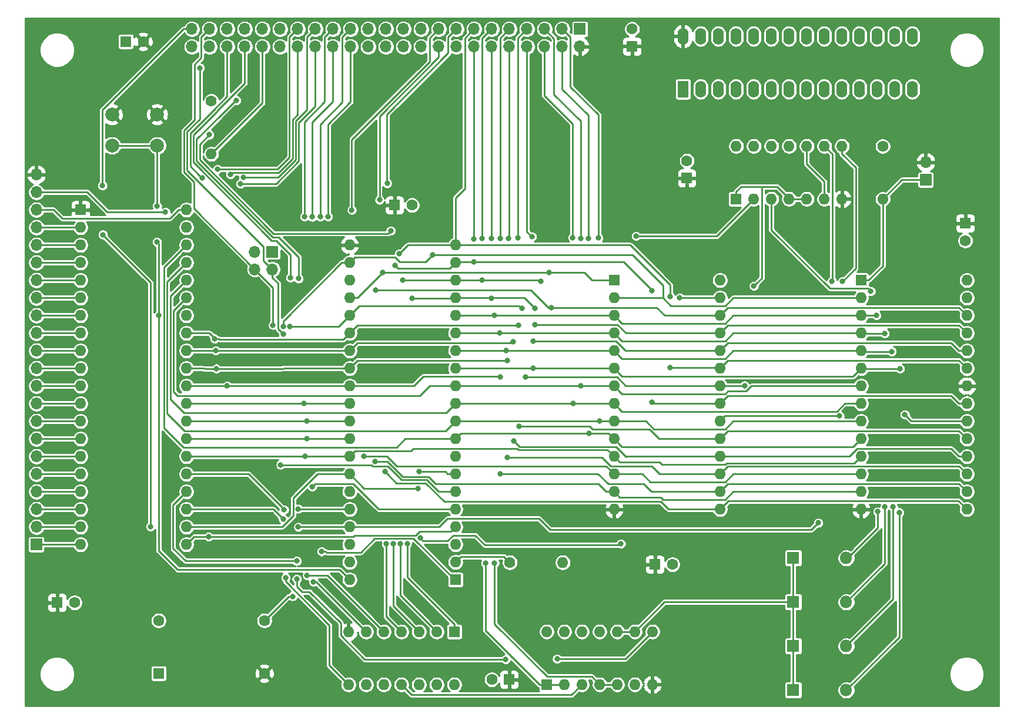
<source format=gbr>
G04 #@! TF.GenerationSoftware,KiCad,Pcbnew,(5.1.5)-3*
G04 #@! TF.CreationDate,2020-10-09T19:11:16-04:00*
G04 #@! TF.ProjectId,MVC,4d56432e-6b69-4636-9164-5f7063625858,rev?*
G04 #@! TF.SameCoordinates,Original*
G04 #@! TF.FileFunction,Copper,L1,Top*
G04 #@! TF.FilePolarity,Positive*
%FSLAX46Y46*%
G04 Gerber Fmt 4.6, Leading zero omitted, Abs format (unit mm)*
G04 Created by KiCad (PCBNEW (5.1.5)-3) date 2020-10-09 19:11:16*
%MOMM*%
%LPD*%
G04 APERTURE LIST*
%ADD10O,1.600000X2.400000*%
%ADD11R,1.600000X2.400000*%
%ADD12R,1.600000X1.600000*%
%ADD13C,1.600000*%
%ADD14O,1.800000X1.800000*%
%ADD15R,1.800000X1.800000*%
%ADD16R,1.700000X1.700000*%
%ADD17O,1.700000X1.700000*%
%ADD18O,1.600000X1.600000*%
%ADD19C,2.000000*%
%ADD20C,0.800000*%
%ADD21C,0.250000*%
%ADD22C,0.254000*%
G04 APERTURE END LIST*
D10*
X144130000Y-53050000D03*
X177150000Y-60670000D03*
X146670000Y-53050000D03*
X174610000Y-60670000D03*
X149210000Y-53050000D03*
X172070000Y-60670000D03*
X151750000Y-53050000D03*
X169530000Y-60670000D03*
X154290000Y-53050000D03*
X166990000Y-60670000D03*
X156830000Y-53050000D03*
X164450000Y-60670000D03*
X159370000Y-53050000D03*
X161910000Y-60670000D03*
X161910000Y-53050000D03*
X159370000Y-60670000D03*
X164450000Y-53050000D03*
X156830000Y-60670000D03*
X166990000Y-53050000D03*
X154290000Y-60670000D03*
X169530000Y-53050000D03*
X151750000Y-60670000D03*
X172070000Y-53050000D03*
X149210000Y-60670000D03*
X174610000Y-53050000D03*
X146670000Y-60670000D03*
X177150000Y-53050000D03*
D11*
X144130000Y-60670000D03*
D12*
X63900000Y-53800000D03*
D13*
X66400000Y-53800000D03*
X56500000Y-134700000D03*
D12*
X54000000Y-134700000D03*
D13*
X142600000Y-129200000D03*
D12*
X140100000Y-129200000D03*
X136800000Y-54500000D03*
D13*
X136800000Y-52000000D03*
X184800000Y-82500000D03*
D12*
X184800000Y-80000000D03*
X144700000Y-73500000D03*
D13*
X144700000Y-71000000D03*
X116600000Y-145800000D03*
D12*
X119100000Y-145800000D03*
X102600000Y-77400000D03*
D13*
X105100000Y-77400000D03*
D14*
X167640000Y-128270000D03*
D15*
X160020000Y-128270000D03*
X160020000Y-134620000D03*
D14*
X167640000Y-134620000D03*
X167640000Y-140970000D03*
D15*
X160020000Y-140970000D03*
X160020000Y-147320000D03*
D14*
X167640000Y-147320000D03*
D16*
X179100000Y-73740000D03*
D17*
X179100000Y-71200000D03*
D16*
X85000000Y-84100000D03*
D17*
X85000000Y-86640000D03*
X82460000Y-84100000D03*
X82460000Y-86640000D03*
D16*
X51000000Y-126320000D03*
D17*
X51000000Y-123780000D03*
X51000000Y-121240000D03*
X51000000Y-118700000D03*
X51000000Y-116160000D03*
X51000000Y-113620000D03*
X51000000Y-111080000D03*
X51000000Y-108540000D03*
X51000000Y-106000000D03*
X51000000Y-103460000D03*
X51000000Y-100920000D03*
X51000000Y-98380000D03*
X51000000Y-95840000D03*
X51000000Y-93300000D03*
X51000000Y-90760000D03*
X51000000Y-88220000D03*
X51000000Y-85680000D03*
X51000000Y-83140000D03*
X51000000Y-80600000D03*
X51000000Y-78060000D03*
X51000000Y-75520000D03*
X51000000Y-72980000D03*
D16*
X129280000Y-52000000D03*
D17*
X129280000Y-54540000D03*
X126740000Y-52000000D03*
X126740000Y-54540000D03*
X124200000Y-52000000D03*
X124200000Y-54540000D03*
X121660000Y-52000000D03*
X121660000Y-54540000D03*
X119120000Y-52000000D03*
X119120000Y-54540000D03*
X116580000Y-52000000D03*
X116580000Y-54540000D03*
X114040000Y-52000000D03*
X114040000Y-54540000D03*
X111500000Y-52000000D03*
X111500000Y-54540000D03*
X108960000Y-52000000D03*
X108960000Y-54540000D03*
X106420000Y-52000000D03*
X106420000Y-54540000D03*
X103880000Y-52000000D03*
X103880000Y-54540000D03*
X101340000Y-52000000D03*
X101340000Y-54540000D03*
X98800000Y-52000000D03*
X98800000Y-54540000D03*
X96260000Y-52000000D03*
X96260000Y-54540000D03*
X93720000Y-52000000D03*
X93720000Y-54540000D03*
X91180000Y-52000000D03*
X91180000Y-54540000D03*
X88640000Y-52000000D03*
X88640000Y-54540000D03*
X86100000Y-52000000D03*
X86100000Y-54540000D03*
X83560000Y-52000000D03*
X83560000Y-54540000D03*
X81020000Y-52000000D03*
X81020000Y-54540000D03*
X78480000Y-52000000D03*
X78480000Y-54540000D03*
X75940000Y-52000000D03*
X75940000Y-54540000D03*
X73400000Y-52000000D03*
X73400000Y-54540000D03*
D13*
X76200000Y-62400000D03*
D18*
X76200000Y-70020000D03*
X172900000Y-76520000D03*
D13*
X172900000Y-68900000D03*
X119200000Y-128900000D03*
D18*
X126820000Y-128900000D03*
D19*
X61900000Y-68800000D03*
X61900000Y-64300000D03*
X68400000Y-68800000D03*
X68400000Y-64300000D03*
D12*
X151800000Y-76500000D03*
D18*
X167040000Y-68880000D03*
X154340000Y-76500000D03*
X164500000Y-68880000D03*
X156880000Y-76500000D03*
X161960000Y-68880000D03*
X159420000Y-76500000D03*
X159420000Y-68880000D03*
X161960000Y-76500000D03*
X156880000Y-68880000D03*
X164500000Y-76500000D03*
X154340000Y-68880000D03*
X167040000Y-76500000D03*
X151800000Y-68880000D03*
D12*
X111360000Y-131400000D03*
D18*
X96120000Y-83140000D03*
X111360000Y-128860000D03*
X96120000Y-85680000D03*
X111360000Y-126320000D03*
X96120000Y-88220000D03*
X111360000Y-123780000D03*
X96120000Y-90760000D03*
X111360000Y-121240000D03*
X96120000Y-93300000D03*
X111360000Y-118700000D03*
X96120000Y-95840000D03*
X111360000Y-116160000D03*
X96120000Y-98380000D03*
X111360000Y-113620000D03*
X96120000Y-100920000D03*
X111360000Y-111080000D03*
X96120000Y-103460000D03*
X111360000Y-108540000D03*
X96120000Y-106000000D03*
X111360000Y-106000000D03*
X96120000Y-108540000D03*
X111360000Y-103460000D03*
X96120000Y-111080000D03*
X111360000Y-100920000D03*
X96120000Y-113620000D03*
X111360000Y-98380000D03*
X96120000Y-116160000D03*
X111360000Y-95840000D03*
X96120000Y-118700000D03*
X111360000Y-93300000D03*
X96120000Y-121240000D03*
X111360000Y-90760000D03*
X96120000Y-123780000D03*
X111360000Y-88220000D03*
X96120000Y-126320000D03*
X111360000Y-85680000D03*
X96120000Y-128860000D03*
X111360000Y-83140000D03*
X96120000Y-131400000D03*
X185020000Y-88220000D03*
X169780000Y-121240000D03*
X185020000Y-90760000D03*
X169780000Y-118700000D03*
X185020000Y-93300000D03*
X169780000Y-116160000D03*
X185020000Y-95840000D03*
X169780000Y-113620000D03*
X185020000Y-98380000D03*
X169780000Y-111080000D03*
X185020000Y-100920000D03*
X169780000Y-108540000D03*
X185020000Y-103460000D03*
X169780000Y-106000000D03*
X185020000Y-106000000D03*
X169780000Y-103460000D03*
X185020000Y-108540000D03*
X169780000Y-100920000D03*
X185020000Y-111080000D03*
X169780000Y-98380000D03*
X185020000Y-113620000D03*
X169780000Y-95840000D03*
X185020000Y-116160000D03*
X169780000Y-93300000D03*
X185020000Y-118700000D03*
X169780000Y-90760000D03*
X185020000Y-121240000D03*
D12*
X169780000Y-88220000D03*
X134220000Y-88220000D03*
D18*
X149460000Y-121240000D03*
X134220000Y-90760000D03*
X149460000Y-118700000D03*
X134220000Y-93300000D03*
X149460000Y-116160000D03*
X134220000Y-95840000D03*
X149460000Y-113620000D03*
X134220000Y-98380000D03*
X149460000Y-111080000D03*
X134220000Y-100920000D03*
X149460000Y-108540000D03*
X134220000Y-103460000D03*
X149460000Y-106000000D03*
X134220000Y-106000000D03*
X149460000Y-103460000D03*
X134220000Y-108540000D03*
X149460000Y-100920000D03*
X134220000Y-111080000D03*
X149460000Y-98380000D03*
X134220000Y-113620000D03*
X149460000Y-95840000D03*
X134220000Y-116160000D03*
X149460000Y-93300000D03*
X134220000Y-118700000D03*
X149460000Y-90760000D03*
X134220000Y-121240000D03*
X149460000Y-88220000D03*
X124500000Y-138880000D03*
X139740000Y-146500000D03*
X127040000Y-138880000D03*
X137200000Y-146500000D03*
X129580000Y-138880000D03*
X134660000Y-146500000D03*
X132120000Y-138880000D03*
X132120000Y-146500000D03*
X134660000Y-138880000D03*
X129580000Y-146500000D03*
X137200000Y-138880000D03*
X127040000Y-146500000D03*
X139740000Y-138880000D03*
D12*
X124500000Y-146500000D03*
X111200000Y-138900000D03*
D18*
X95960000Y-146520000D03*
X108660000Y-138900000D03*
X98500000Y-146520000D03*
X106120000Y-138900000D03*
X101040000Y-146520000D03*
X103580000Y-138900000D03*
X103580000Y-146520000D03*
X101040000Y-138900000D03*
X106120000Y-146520000D03*
X98500000Y-138900000D03*
X108660000Y-146520000D03*
X95960000Y-138900000D03*
X111200000Y-146520000D03*
D12*
X68600000Y-144900000D03*
D13*
X68600000Y-137280000D03*
X83840000Y-137280000D03*
X83840000Y-144900000D03*
D12*
X57360000Y-78060000D03*
D18*
X72600000Y-126320000D03*
X57360000Y-80600000D03*
X72600000Y-123780000D03*
X57360000Y-83140000D03*
X72600000Y-121240000D03*
X57360000Y-85680000D03*
X72600000Y-118700000D03*
X57360000Y-88220000D03*
X72600000Y-116160000D03*
X57360000Y-90760000D03*
X72600000Y-113620000D03*
X57360000Y-93300000D03*
X72600000Y-111080000D03*
X57360000Y-95840000D03*
X72600000Y-108540000D03*
X57360000Y-98380000D03*
X72600000Y-106000000D03*
X57360000Y-100920000D03*
X72600000Y-103460000D03*
X57360000Y-103460000D03*
X72600000Y-100920000D03*
X57360000Y-106000000D03*
X72600000Y-98380000D03*
X57360000Y-108540000D03*
X72600000Y-95840000D03*
X57360000Y-111080000D03*
X72600000Y-93300000D03*
X57360000Y-113620000D03*
X72600000Y-90760000D03*
X57360000Y-116160000D03*
X72600000Y-88220000D03*
X57360000Y-118700000D03*
X72600000Y-85680000D03*
X57360000Y-121240000D03*
X72600000Y-83140000D03*
X57360000Y-123780000D03*
X72600000Y-80600000D03*
X57360000Y-126320000D03*
X72600000Y-78060000D03*
D20*
X68400000Y-77500000D03*
X68605010Y-93300000D03*
X68360000Y-82710000D03*
X172200000Y-121600000D03*
X172000000Y-93300000D03*
X117850000Y-82160000D03*
X116974990Y-93300000D03*
X173200000Y-120900000D03*
X173200000Y-95900000D03*
X119040000Y-82170000D03*
X117700000Y-95840000D03*
X174400000Y-120900000D03*
X174200000Y-98500000D03*
X120320000Y-82140000D03*
X118700000Y-98400000D03*
X175300000Y-121700000D03*
X175400000Y-101000000D03*
X122530000Y-100920000D03*
X122360000Y-81940000D03*
X74530008Y-57602302D03*
X88734968Y-121180000D03*
X86572236Y-95995581D03*
X86184946Y-114830000D03*
X85084955Y-94687011D03*
X69600000Y-78400000D03*
X131930000Y-82130000D03*
X132110000Y-108500000D03*
X130530000Y-82190000D03*
X130610000Y-110300000D03*
X129380000Y-82150000D03*
X129450000Y-103400000D03*
X128260000Y-82080000D03*
X128330000Y-106000000D03*
X122600000Y-96999994D03*
X103800000Y-88200000D03*
X123674990Y-88327427D03*
X115230000Y-82210000D03*
X115200000Y-88220000D03*
X103407554Y-126184018D03*
X122800000Y-92300000D03*
X122800000Y-94600000D03*
X105100000Y-90800000D03*
X116560000Y-82180000D03*
X116524979Y-90800000D03*
X104407525Y-126175021D03*
X142300000Y-90600000D03*
X142300000Y-100800000D03*
X103280000Y-84380000D03*
X101408905Y-126252841D03*
X139700000Y-89700000D03*
X139700000Y-105800000D03*
X114050000Y-82270000D03*
X114040000Y-85600000D03*
X102697010Y-86103300D03*
X102405884Y-126175021D03*
X99900000Y-89600000D03*
X125225001Y-92174999D03*
X117000000Y-129000000D03*
X101530000Y-74260000D03*
X90000000Y-130800000D03*
X86534966Y-94900000D03*
X108100000Y-84570000D03*
X121500000Y-102200000D03*
X90900000Y-131700000D03*
X153000000Y-103400000D03*
X154350000Y-89060000D03*
X87534979Y-94900000D03*
X120934990Y-92300000D03*
X96440000Y-78090000D03*
X124805001Y-87094999D03*
X115700000Y-129000000D03*
X137380000Y-81850000D03*
X100916371Y-87094999D03*
X100420000Y-76640000D03*
X98200000Y-113600000D03*
X89950000Y-111080000D03*
X91880000Y-79060000D03*
X89750000Y-113620000D03*
X93020000Y-79030000D03*
X101209190Y-115833871D03*
X89620000Y-79070000D03*
X89544968Y-106000000D03*
X99811009Y-114325010D03*
X90750000Y-79090000D03*
X89994979Y-108540000D03*
X118800000Y-99800000D03*
X118800000Y-113800000D03*
X76930000Y-100960000D03*
X80822594Y-73395021D03*
X117800000Y-102200000D03*
X117800000Y-116100000D03*
X78490000Y-103460000D03*
X80421955Y-74311270D03*
X120500000Y-109300000D03*
X77100000Y-72220000D03*
X76694979Y-96639999D03*
X120484979Y-94700000D03*
X119700000Y-97100000D03*
X119800000Y-111400000D03*
X76850000Y-98380000D03*
X78978268Y-72945010D03*
X92070000Y-127340000D03*
X87590000Y-87850000D03*
X88750000Y-87980000D03*
X90730000Y-118000000D03*
X79820000Y-62300000D03*
X75810000Y-125210000D03*
X74870929Y-73489071D03*
X106150000Y-115834955D03*
X75927601Y-67237719D03*
X102040000Y-81070000D03*
X67450000Y-123730000D03*
X143680000Y-90740000D03*
X106284880Y-125389561D03*
X60530000Y-74570000D03*
X60590000Y-81640000D03*
X106000000Y-118230000D03*
X135200000Y-126200000D03*
X167100000Y-88400000D03*
X166700000Y-107800000D03*
X87900000Y-133800000D03*
X165600000Y-88400000D03*
X86690000Y-121310002D03*
X88734968Y-123800000D03*
X163600000Y-123200000D03*
X176100000Y-107600000D03*
X171200000Y-89800000D03*
X86900000Y-131100000D03*
X86537340Y-122637340D03*
X118600000Y-142900000D03*
X88500000Y-131300000D03*
X88500000Y-128700000D03*
X126000000Y-142800000D03*
D21*
X61900000Y-68800000D02*
X63314213Y-68800000D01*
X68400000Y-68800000D02*
X68400000Y-77500000D01*
X63314213Y-68800000D02*
X65300000Y-68800000D01*
X65300000Y-68800000D02*
X68400000Y-68800000D01*
X83560000Y-62660000D02*
X76200000Y-70020000D01*
X83560000Y-54540000D02*
X83560000Y-62660000D01*
X94694999Y-129974999D02*
X71374999Y-129974999D01*
X96120000Y-131400000D02*
X94694999Y-129974999D01*
X71374999Y-129974999D02*
X68605010Y-127205010D01*
X68605010Y-127205010D02*
X68605010Y-93865685D01*
X68605010Y-93865685D02*
X68605010Y-93300000D01*
X68605010Y-82955010D02*
X68360000Y-82710000D01*
X68605010Y-93300000D02*
X68605010Y-82955010D01*
X52000000Y-126320000D02*
X57360000Y-126320000D01*
X52000000Y-126320000D02*
X51000000Y-126320000D01*
X133088630Y-93300000D02*
X111360000Y-93300000D01*
X134220000Y-93300000D02*
X133088630Y-93300000D01*
X135370009Y-94450009D02*
X135019999Y-94099999D01*
X169780000Y-93300000D02*
X151363589Y-93300000D01*
X142286401Y-94450009D02*
X135370009Y-94450009D01*
X151363589Y-93300000D02*
X150238588Y-94425001D01*
X142311409Y-94425001D02*
X142286401Y-94450009D01*
X150238588Y-94425001D02*
X142311409Y-94425001D01*
X135019999Y-94099999D02*
X134220000Y-93300000D01*
X172000000Y-93300000D02*
X169780000Y-93300000D01*
X172200000Y-123900000D02*
X172200000Y-121600000D01*
X167640000Y-128270000D02*
X167830000Y-128270000D01*
X167830000Y-128270000D02*
X172200000Y-123900000D01*
X119120000Y-52000000D02*
X117840000Y-53280000D01*
X117840000Y-53280000D02*
X117840000Y-82150000D01*
X117840000Y-82150000D02*
X117850000Y-82160000D01*
X134660000Y-138880000D02*
X137200000Y-138880000D01*
X160020000Y-128800000D02*
X160020000Y-146900000D01*
X141460000Y-134620000D02*
X160020000Y-134620000D01*
X137200000Y-138880000D02*
X141460000Y-134620000D01*
X111360000Y-95840000D02*
X134220000Y-95840000D01*
X135345001Y-96965001D02*
X135019999Y-96639999D01*
X135019999Y-96639999D02*
X134220000Y-95840000D01*
X150238588Y-96965001D02*
X135345001Y-96965001D01*
X151363589Y-95840000D02*
X150238588Y-96965001D01*
X169780000Y-95840000D02*
X151363589Y-95840000D01*
X167640000Y-134620000D02*
X173200000Y-129060000D01*
X173200000Y-129060000D02*
X173200000Y-120900000D01*
X169840000Y-95900000D02*
X169780000Y-95840000D01*
X173200000Y-95900000D02*
X169840000Y-95900000D01*
X119120000Y-54540000D02*
X119120000Y-82090000D01*
X119120000Y-82090000D02*
X119040000Y-82170000D01*
X111380000Y-98400000D02*
X111360000Y-98380000D01*
X134220000Y-98380000D02*
X134200000Y-98400000D01*
X134200000Y-98400000D02*
X111380000Y-98400000D01*
X169780000Y-98380000D02*
X151363589Y-98380000D01*
X151363589Y-98380000D02*
X150238588Y-99505001D01*
X135019999Y-99179999D02*
X134220000Y-98380000D01*
X135345001Y-99505001D02*
X135019999Y-99179999D01*
X150238588Y-99505001D02*
X135345001Y-99505001D01*
X167640000Y-140970000D02*
X174400000Y-134210000D01*
X174400000Y-134210000D02*
X174400000Y-120900000D01*
X169900000Y-98500000D02*
X169780000Y-98380000D01*
X174200000Y-98500000D02*
X169900000Y-98500000D01*
X121660000Y-52000000D02*
X120370000Y-53290000D01*
X120370000Y-53290000D02*
X120370000Y-82090000D01*
X120370000Y-82090000D02*
X120320000Y-82140000D01*
X133088630Y-100920000D02*
X111360000Y-100920000D01*
X134220000Y-100920000D02*
X133088630Y-100920000D01*
X154408591Y-102045001D02*
X135345001Y-102045001D01*
X154413599Y-102050009D02*
X154408591Y-102045001D01*
X135019999Y-101719999D02*
X134220000Y-100920000D01*
X135345001Y-102045001D02*
X135019999Y-101719999D01*
X169780000Y-100920000D02*
X168649991Y-102050009D01*
X168649991Y-102050009D02*
X154413599Y-102050009D01*
X167640000Y-147320000D02*
X175300000Y-139660000D01*
X175300000Y-139660000D02*
X175300000Y-121700000D01*
X169860000Y-101000000D02*
X169780000Y-100920000D01*
X175400000Y-101000000D02*
X169860000Y-101000000D01*
X121660000Y-54540000D02*
X121660000Y-81240000D01*
X121660000Y-81240000D02*
X122360000Y-81940000D01*
X172900000Y-77651370D02*
X172900000Y-76520000D01*
X172900000Y-86150000D02*
X172900000Y-77651370D01*
X170830000Y-88220000D02*
X172900000Y-86150000D01*
X169780000Y-88220000D02*
X170830000Y-88220000D01*
X175680000Y-73740000D02*
X172900000Y-76520000D01*
X179100000Y-73740000D02*
X175680000Y-73740000D01*
X83730000Y-83381146D02*
X72729956Y-72381102D01*
X72729956Y-66806454D02*
X74530008Y-65006402D01*
X74530008Y-65006402D02*
X74530008Y-58167987D01*
X72729956Y-72381102D02*
X72729956Y-66806454D01*
X83730000Y-85370000D02*
X83730000Y-83381146D01*
X74530008Y-58167987D02*
X74530008Y-57602302D01*
X85000000Y-86640000D02*
X83730000Y-85370000D01*
X88794968Y-121240000D02*
X88734968Y-121180000D01*
X96120000Y-121240000D02*
X88794968Y-121240000D01*
X85809965Y-88652046D02*
X85809965Y-95233310D01*
X86172237Y-95595582D02*
X86572236Y-95995581D01*
X85000000Y-86640000D02*
X85000000Y-87842081D01*
X85809965Y-95233310D02*
X86172237Y-95595582D01*
X85000000Y-87842081D02*
X85809965Y-88652046D01*
X72279945Y-66620054D02*
X73804998Y-65095002D01*
X75090001Y-52849999D02*
X75940000Y-52000000D01*
X74764999Y-56124746D02*
X74764999Y-53175001D01*
X82460000Y-86640000D02*
X73715916Y-77895916D01*
X73715916Y-77895916D02*
X73715916Y-74023473D01*
X74764999Y-53175001D02*
X75090001Y-52849999D01*
X73715916Y-74023473D02*
X72279945Y-72587502D01*
X73804998Y-65095002D02*
X73804998Y-57084747D01*
X73804998Y-57084747D02*
X74764999Y-56124746D01*
X72279945Y-72587502D02*
X72279945Y-66620054D01*
X85084955Y-94121326D02*
X85084955Y-94687011D01*
X111360000Y-118700000D02*
X108961452Y-118700000D01*
X108961452Y-118700000D02*
X107271428Y-117009976D01*
X101650012Y-115050012D02*
X99463007Y-115050012D01*
X99463007Y-115050012D02*
X99242995Y-114830000D01*
X103609976Y-117009976D02*
X101650012Y-115050012D01*
X82460000Y-86640000D02*
X85084955Y-89264955D01*
X85084955Y-89264955D02*
X85084955Y-94121326D01*
X86750631Y-114830000D02*
X86184946Y-114830000D01*
X107271428Y-117009976D02*
X103609976Y-117009976D01*
X99242995Y-114830000D02*
X86750631Y-114830000D01*
X57360000Y-123780000D02*
X52000000Y-123780000D01*
X52000000Y-123780000D02*
X51000000Y-123780000D01*
X52000000Y-121240000D02*
X57360000Y-121240000D01*
X52000000Y-121240000D02*
X51000000Y-121240000D01*
X57360000Y-118700000D02*
X52000000Y-118700000D01*
X52000000Y-118700000D02*
X51000000Y-118700000D01*
X52000000Y-116160000D02*
X57360000Y-116160000D01*
X52000000Y-116160000D02*
X51000000Y-116160000D01*
X57360000Y-113620000D02*
X52000000Y-113620000D01*
X52000000Y-113620000D02*
X51000000Y-113620000D01*
X52000000Y-111080000D02*
X57360000Y-111080000D01*
X52000000Y-111080000D02*
X51000000Y-111080000D01*
X57360000Y-108540000D02*
X52000000Y-108540000D01*
X52000000Y-108540000D02*
X51000000Y-108540000D01*
X52000000Y-106000000D02*
X57360000Y-106000000D01*
X52000000Y-106000000D02*
X51000000Y-106000000D01*
X57360000Y-103460000D02*
X52000000Y-103460000D01*
X52000000Y-103460000D02*
X51000000Y-103460000D01*
X52000000Y-100920000D02*
X57360000Y-100920000D01*
X52000000Y-100920000D02*
X51000000Y-100920000D01*
X57360000Y-98380000D02*
X52000000Y-98380000D01*
X52000000Y-98380000D02*
X51000000Y-98380000D01*
X52000000Y-95840000D02*
X57360000Y-95840000D01*
X52000000Y-95840000D02*
X51000000Y-95840000D01*
X57360000Y-93300000D02*
X52000000Y-93300000D01*
X52000000Y-93300000D02*
X51000000Y-93300000D01*
X52000000Y-90760000D02*
X57360000Y-90760000D01*
X52000000Y-90760000D02*
X51000000Y-90760000D01*
X57360000Y-88220000D02*
X52000000Y-88220000D01*
X52000000Y-88220000D02*
X51000000Y-88220000D01*
X52000000Y-85680000D02*
X57360000Y-85680000D01*
X52000000Y-85680000D02*
X51000000Y-85680000D01*
X51000000Y-83140000D02*
X57360000Y-83140000D01*
X52000000Y-80600000D02*
X57360000Y-80600000D01*
X52000000Y-80600000D02*
X51000000Y-80600000D01*
X71468630Y-78060000D02*
X70228630Y-79300000D01*
X72600000Y-78060000D02*
X71468630Y-78060000D01*
X70228630Y-79300000D02*
X54700000Y-79300000D01*
X52460000Y-78060000D02*
X51000000Y-78060000D01*
X54700000Y-79300000D02*
X53460000Y-78060000D01*
X53460000Y-78060000D02*
X52460000Y-78060000D01*
X52000000Y-75520000D02*
X58320000Y-75520000D01*
X58320000Y-75520000D02*
X61200000Y-78400000D01*
X61200000Y-78400000D02*
X69600000Y-78400000D01*
X52000000Y-75520000D02*
X51000000Y-75520000D01*
X111400000Y-108500000D02*
X111360000Y-108540000D01*
X134220000Y-108540000D02*
X134180000Y-108500000D01*
X135351370Y-108540000D02*
X134220000Y-108540000D01*
X150238588Y-109665001D02*
X139901411Y-109665001D01*
X138776410Y-108540000D02*
X135351370Y-108540000D01*
X151363589Y-108540000D02*
X150238588Y-109665001D01*
X169780000Y-108540000D02*
X151363589Y-108540000D01*
X139901411Y-109665001D02*
X138776410Y-108540000D01*
X69850011Y-107455013D02*
X69850011Y-88429989D01*
X72349997Y-109954999D02*
X69850011Y-107455013D01*
X109945001Y-109954999D02*
X72349997Y-109954999D01*
X71800001Y-86479999D02*
X72600000Y-85680000D01*
X69850011Y-88429989D02*
X71800001Y-86479999D01*
X111360000Y-108540000D02*
X109945001Y-109954999D01*
X134180000Y-108500000D02*
X111400000Y-108500000D01*
X127915001Y-53175001D02*
X127915001Y-60304999D01*
X126740000Y-52000000D02*
X127915001Y-53175001D01*
X127915001Y-60304999D02*
X131930000Y-64319998D01*
X131930000Y-64319998D02*
X131930000Y-82130000D01*
X135019999Y-111879999D02*
X134220000Y-111080000D01*
X135345001Y-112205001D02*
X135019999Y-111879999D01*
X168654999Y-112205001D02*
X135345001Y-112205001D01*
X169780000Y-111080000D02*
X168654999Y-112205001D01*
X133420001Y-110280001D02*
X134220000Y-111080000D01*
X111360000Y-111080000D02*
X112159999Y-110280001D01*
X69400000Y-86340000D02*
X72600000Y-83140000D01*
X72154998Y-112300000D02*
X69400000Y-109545002D01*
X102900000Y-112300000D02*
X72154998Y-112300000D01*
X104120000Y-111080000D02*
X102900000Y-112300000D01*
X111360000Y-111080000D02*
X104120000Y-111080000D01*
X69400000Y-109545002D02*
X69400000Y-86340000D01*
X126740000Y-54540000D02*
X126740000Y-60650000D01*
X126740000Y-60650000D02*
X130530000Y-64440000D01*
X130530000Y-64440000D02*
X130530000Y-82190000D01*
X130610000Y-110300000D02*
X133420001Y-110280001D01*
X112159999Y-110280001D02*
X130610000Y-110300000D01*
X134160000Y-103400000D02*
X134220000Y-103460000D01*
X111360000Y-103460000D02*
X111420000Y-103400000D01*
X111420000Y-103400000D02*
X134160000Y-103400000D01*
X154013004Y-103460000D02*
X153248002Y-104225002D01*
X169780000Y-103460000D02*
X154013004Y-103460000D01*
X135345001Y-104585001D02*
X135019999Y-104259999D01*
X150598587Y-104225002D02*
X150238588Y-104585001D01*
X150238588Y-104585001D02*
X135345001Y-104585001D01*
X135019999Y-104259999D02*
X134220000Y-103460000D01*
X153248002Y-104225002D02*
X150598587Y-104225002D01*
X107640000Y-103460000D02*
X106225001Y-104874999D01*
X75125001Y-104874999D02*
X75100000Y-104900000D01*
X111360000Y-103460000D02*
X107640000Y-103460000D01*
X70750033Y-92609967D02*
X72600000Y-90760000D01*
X75074999Y-104874999D02*
X71374999Y-104874999D01*
X75100000Y-104900000D02*
X75074999Y-104874999D01*
X70750033Y-104250033D02*
X70750033Y-92609967D01*
X106225001Y-104874999D02*
X75125001Y-104874999D01*
X71374999Y-104874999D02*
X70750033Y-104250033D01*
X125564999Y-53364999D02*
X125564999Y-61414999D01*
X124200000Y-52000000D02*
X125564999Y-53364999D01*
X125564999Y-61414999D02*
X129380000Y-65230000D01*
X129380000Y-65230000D02*
X129380000Y-82150000D01*
X111360000Y-106000000D02*
X134220000Y-106000000D01*
X135345001Y-107125001D02*
X135019999Y-106799999D01*
X135019999Y-106799999D02*
X134220000Y-106000000D01*
X167426998Y-106000000D02*
X166301997Y-107125001D01*
X166301997Y-107125001D02*
X135345001Y-107125001D01*
X169780000Y-106000000D02*
X167426998Y-106000000D01*
X71800001Y-89019999D02*
X72600000Y-88220000D01*
X70300022Y-90519978D02*
X71800001Y-89019999D01*
X72234998Y-107300000D02*
X70300022Y-105365024D01*
X111360000Y-106000000D02*
X110060000Y-107300000D01*
X110060000Y-107300000D02*
X72234998Y-107300000D01*
X70300022Y-105365024D02*
X70300022Y-90519978D01*
X124200000Y-54540000D02*
X124200000Y-61610000D01*
X128260000Y-65670000D02*
X128260000Y-82080000D01*
X124200000Y-61610000D02*
X128260000Y-65670000D01*
X183888630Y-98380000D02*
X182763629Y-97254999D01*
X150259999Y-97580001D02*
X149460000Y-98380000D01*
X185020000Y-98380000D02*
X183888630Y-98380000D01*
X150585001Y-97254999D02*
X150259999Y-97580001D01*
X182763629Y-97254999D02*
X150585001Y-97254999D01*
X135885002Y-98380000D02*
X134504996Y-96999994D01*
X149460000Y-98380000D02*
X135885002Y-98380000D01*
X134504996Y-96999994D02*
X123165685Y-96999994D01*
X123165685Y-96999994D02*
X122600000Y-96999994D01*
X111340000Y-88200000D02*
X111360000Y-88220000D01*
X103800000Y-88200000D02*
X111340000Y-88200000D01*
X111360000Y-88220000D02*
X123567563Y-88220000D01*
X123567563Y-88220000D02*
X123674990Y-88327427D01*
X116580000Y-52000000D02*
X115230000Y-53350000D01*
X115230000Y-53350000D02*
X115230000Y-82210000D01*
X108660000Y-138900000D02*
X103407554Y-133647554D01*
X103407554Y-133647554D02*
X103407554Y-126749703D01*
X103407554Y-126749703D02*
X103407554Y-126184018D01*
X150259999Y-95040001D02*
X149460000Y-95840000D01*
X185020000Y-95840000D02*
X183894999Y-94714999D01*
X183894999Y-94714999D02*
X150585001Y-94714999D01*
X150585001Y-94714999D02*
X150259999Y-95040001D01*
X111360000Y-90760000D02*
X121260000Y-90760000D01*
X121260000Y-90760000D02*
X122800000Y-92300000D01*
X122800000Y-94600000D02*
X134700000Y-94600000D01*
X135940000Y-95840000D02*
X149460000Y-95840000D01*
X134700000Y-94600000D02*
X135940000Y-95840000D01*
X111320000Y-90800000D02*
X111360000Y-90760000D01*
X105100000Y-90800000D02*
X111320000Y-90800000D01*
X116580000Y-54540000D02*
X116580000Y-82160000D01*
X116580000Y-82160000D02*
X116560000Y-82180000D01*
X104407525Y-126740706D02*
X104407525Y-126175021D01*
X104407525Y-131057525D02*
X104407525Y-126740706D01*
X111200000Y-137850000D02*
X104407525Y-131057525D01*
X111200000Y-138900000D02*
X111200000Y-137850000D01*
X150259999Y-100120001D02*
X149460000Y-100920000D01*
X150585001Y-99794999D02*
X150259999Y-100120001D01*
X183894999Y-99794999D02*
X150585001Y-99794999D01*
X185020000Y-100920000D02*
X183894999Y-99794999D01*
X149340000Y-100800000D02*
X149460000Y-100920000D01*
X142300000Y-100800000D02*
X149340000Y-100800000D01*
X111360000Y-83140000D02*
X136540000Y-83140000D01*
X142300000Y-88900000D02*
X142300000Y-90034315D01*
X136540000Y-83140000D02*
X142300000Y-88900000D01*
X142300000Y-90034315D02*
X142300000Y-90600000D01*
X104520000Y-83140000D02*
X103280000Y-84380000D01*
X111360000Y-83140000D02*
X104520000Y-83140000D01*
X111370000Y-76340000D02*
X111370000Y-83130000D01*
X112700000Y-75010000D02*
X111370000Y-76340000D01*
X111370000Y-83130000D02*
X111360000Y-83140000D01*
X114040000Y-52000000D02*
X112700000Y-53340000D01*
X112700000Y-53340000D02*
X112700000Y-75010000D01*
X103580000Y-138900000D02*
X101408905Y-136728905D01*
X101408905Y-136728905D02*
X101408905Y-126818526D01*
X101408905Y-126818526D02*
X101408905Y-126252841D01*
X150259999Y-105200001D02*
X149460000Y-106000000D01*
X150585001Y-104874999D02*
X150259999Y-105200001D01*
X182763629Y-104874999D02*
X150585001Y-104874999D01*
X183888630Y-106000000D02*
X182763629Y-104874999D01*
X185020000Y-106000000D02*
X183888630Y-106000000D01*
X139900000Y-106000000D02*
X149460000Y-106000000D01*
X139700000Y-105800000D02*
X139900000Y-106000000D01*
X111440000Y-85600000D02*
X135600000Y-85600000D01*
X139300001Y-89300001D02*
X139700000Y-89700000D01*
X111360000Y-85680000D02*
X111440000Y-85600000D01*
X135600000Y-85600000D02*
X139300001Y-89300001D01*
X114040000Y-54540000D02*
X114040000Y-82260000D01*
X114040000Y-82260000D02*
X114050000Y-82270000D01*
X111360000Y-85680000D02*
X110560001Y-86479999D01*
X103073709Y-86479999D02*
X102697010Y-86103300D01*
X110560001Y-86479999D02*
X103073709Y-86479999D01*
X106120000Y-138900000D02*
X102405884Y-135185884D01*
X102405884Y-135185884D02*
X102405884Y-126175021D01*
X183894999Y-92174999D02*
X150585001Y-92174999D01*
X185020000Y-93300000D02*
X183894999Y-92174999D01*
X150259999Y-92500001D02*
X149460000Y-93300000D01*
X150585001Y-92174999D02*
X150259999Y-92500001D01*
X122200000Y-89600000D02*
X100465685Y-89600000D01*
X140374999Y-92174999D02*
X125225001Y-92174999D01*
X141500000Y-93300000D02*
X140374999Y-92174999D01*
X149460000Y-93300000D02*
X141500000Y-93300000D01*
X100465685Y-89600000D02*
X99900000Y-89600000D01*
X124774999Y-92174999D02*
X122200000Y-89600000D01*
X133251370Y-146500000D02*
X134660000Y-146500000D01*
X132120000Y-146500000D02*
X133251370Y-146500000D01*
X125225001Y-92174999D02*
X124774999Y-92174999D01*
X117000000Y-137800000D02*
X117000000Y-129565685D01*
X130994999Y-145374999D02*
X124574999Y-145374999D01*
X117000000Y-129565685D02*
X117000000Y-129000000D01*
X124574999Y-145374999D02*
X117000000Y-137800000D01*
X132120000Y-146500000D02*
X130994999Y-145374999D01*
X101490000Y-64310000D02*
X101490000Y-74220000D01*
X101490000Y-74220000D02*
X101530000Y-74260000D01*
X110324999Y-55475001D02*
X101490000Y-64310000D01*
X111500000Y-52000000D02*
X110324999Y-53175001D01*
X110324999Y-53175001D02*
X110324999Y-55475001D01*
X135351370Y-90760000D02*
X134220000Y-90760000D01*
X151363589Y-90760000D02*
X150238588Y-91885001D01*
X169780000Y-90760000D02*
X151363589Y-90760000D01*
X150238588Y-91885001D02*
X142385001Y-91885001D01*
X142385001Y-91885001D02*
X141260000Y-90760000D01*
X141260000Y-90760000D02*
X135351370Y-90760000D01*
X92940000Y-130800000D02*
X101040000Y-138900000D01*
X90000000Y-130800000D02*
X92940000Y-130800000D01*
X141260000Y-88960000D02*
X141260000Y-90760000D01*
X136854999Y-84554999D02*
X141260000Y-88960000D01*
X86534966Y-94133664D02*
X86534966Y-94334315D01*
X94988630Y-85680000D02*
X86534966Y-94133664D01*
X86534966Y-94334315D02*
X86534966Y-94900000D01*
X96120000Y-85680000D02*
X94988630Y-85680000D01*
X108100000Y-84570000D02*
X136854999Y-84554999D01*
X107084998Y-85585002D02*
X107700001Y-84969999D01*
X96120000Y-85680000D02*
X96919999Y-84880001D01*
X102656997Y-84880001D02*
X103361998Y-85585002D01*
X96919999Y-84880001D02*
X102656997Y-84880001D01*
X103361998Y-85585002D02*
X107084998Y-85585002D01*
X107700001Y-84969999D02*
X108100000Y-84570000D01*
X121500000Y-102200000D02*
X134625002Y-102200000D01*
X135885002Y-103460000D02*
X149460000Y-103460000D01*
X134625002Y-102200000D02*
X135885002Y-103460000D01*
X98500000Y-138900000D02*
X91300000Y-131700000D01*
X91300000Y-131700000D02*
X90900000Y-131700000D01*
X160828630Y-76500000D02*
X159420000Y-76500000D01*
X161960000Y-76500000D02*
X160828630Y-76500000D01*
X149460000Y-103460000D02*
X152940000Y-103460000D01*
X152940000Y-103460000D02*
X153000000Y-103400000D01*
X155500000Y-74700000D02*
X157700000Y-74700000D01*
X159420000Y-76420000D02*
X159420000Y-76500000D01*
X157700000Y-74700000D02*
X159420000Y-76420000D01*
X152550000Y-74700000D02*
X155500000Y-74700000D01*
X151800000Y-76500000D02*
X151800000Y-75450000D01*
X151800000Y-75450000D02*
X152550000Y-74700000D01*
X154749999Y-88660001D02*
X154350000Y-89060000D01*
X155500000Y-87910000D02*
X154749999Y-88660001D01*
X155500000Y-74700000D02*
X155500000Y-87910000D01*
X94520000Y-94900000D02*
X87534979Y-94900000D01*
X96120000Y-93300000D02*
X94520000Y-94900000D01*
X120534991Y-91900001D02*
X120934990Y-92300000D01*
X97519999Y-91900001D02*
X120534991Y-91900001D01*
X96120000Y-93300000D02*
X97519999Y-91900001D01*
X96440000Y-77524315D02*
X96440000Y-78090000D01*
X96440000Y-67950000D02*
X96440000Y-77524315D01*
X107680000Y-56710000D02*
X96440000Y-67950000D01*
X108960000Y-52000000D02*
X107680000Y-53280000D01*
X107680000Y-53280000D02*
X107680000Y-56710000D01*
X134200000Y-88200000D02*
X134220000Y-88220000D01*
X97251370Y-90760000D02*
X100916371Y-87094999D01*
X96120000Y-90760000D02*
X97251370Y-90760000D01*
X100916371Y-87094999D02*
X124805001Y-87094999D01*
X131000000Y-88200000D02*
X134200000Y-88200000D01*
X129894999Y-87094999D02*
X131000000Y-88200000D01*
X125550000Y-146500000D02*
X127040000Y-146500000D01*
X124500000Y-146500000D02*
X125550000Y-146500000D01*
X124805001Y-87094999D02*
X129894999Y-87094999D01*
X124500000Y-146500000D02*
X123450000Y-146500000D01*
X115700000Y-138750000D02*
X115700000Y-129565685D01*
X123450000Y-146500000D02*
X115700000Y-138750000D01*
X115700000Y-129565685D02*
X115700000Y-129000000D01*
X154340000Y-76500000D02*
X148990000Y-81850000D01*
X148990000Y-81850000D02*
X137380000Y-81850000D01*
X108960000Y-56066410D02*
X100420000Y-64606410D01*
X100420000Y-64606410D02*
X100420000Y-76074315D01*
X108960000Y-54540000D02*
X108960000Y-56066410D01*
X100420000Y-76074315D02*
X100420000Y-76640000D01*
X139421412Y-117285001D02*
X138296411Y-116160000D01*
X150238588Y-117285001D02*
X139421412Y-117285001D01*
X135351370Y-116160000D02*
X134220000Y-116160000D01*
X169780000Y-116160000D02*
X151363589Y-116160000D01*
X138296411Y-116160000D02*
X135351370Y-116160000D01*
X151363589Y-116160000D02*
X150238588Y-117285001D01*
X98765685Y-113600000D02*
X98200000Y-113600000D01*
X101472820Y-113600000D02*
X98765685Y-113600000D01*
X102907819Y-115034999D02*
X101472820Y-113600000D01*
X134220000Y-116160000D02*
X133094999Y-115034999D01*
X133094999Y-115034999D02*
X102907819Y-115034999D01*
X72600000Y-111080000D02*
X96120000Y-111080000D01*
X95084999Y-53175001D02*
X95084999Y-62555001D01*
X91880000Y-65760000D02*
X91880000Y-78494315D01*
X95084999Y-62555001D02*
X91880000Y-65760000D01*
X96260000Y-52000000D02*
X95084999Y-53175001D01*
X91880000Y-78494315D02*
X91880000Y-79060000D01*
X133255012Y-112655012D02*
X120418601Y-112655012D01*
X134220000Y-113620000D02*
X133255012Y-112655012D01*
X104974998Y-112820001D02*
X96919999Y-112820001D01*
X120258588Y-112494999D02*
X105300000Y-112494999D01*
X96919999Y-112820001D02*
X96120000Y-113620000D01*
X105300000Y-112494999D02*
X104974998Y-112820001D01*
X120418601Y-112655012D02*
X120258588Y-112494999D01*
X169780000Y-113620000D02*
X168815012Y-114584988D01*
X168815012Y-114584988D02*
X150398601Y-114584988D01*
X141063206Y-114745001D02*
X140738204Y-114419999D01*
X135019999Y-114419999D02*
X134220000Y-113620000D01*
X150238588Y-114745001D02*
X141063206Y-114745001D01*
X140738204Y-114419999D02*
X135019999Y-114419999D01*
X150398601Y-114584988D02*
X150238588Y-114745001D01*
X72600000Y-113620000D02*
X89750000Y-113620000D01*
X89750000Y-113620000D02*
X96120000Y-113620000D01*
X93020000Y-65730000D02*
X93020000Y-78464315D01*
X96260000Y-62490000D02*
X93020000Y-65730000D01*
X93020000Y-78464315D02*
X93020000Y-79030000D01*
X96260000Y-54540000D02*
X96260000Y-62490000D01*
X72600000Y-106000000D02*
X96120000Y-106000000D01*
X89620000Y-65383590D02*
X89620000Y-78504315D01*
X89620000Y-78504315D02*
X89620000Y-79070000D01*
X92544999Y-53175001D02*
X92544999Y-62458591D01*
X92544999Y-62458591D02*
X89620000Y-65383590D01*
X93720000Y-52000000D02*
X92544999Y-53175001D01*
X101609189Y-116233870D02*
X101209190Y-115833871D01*
X102835306Y-117459987D02*
X101609189Y-116233870D01*
X142040000Y-121240000D02*
X140914999Y-120114999D01*
X149460000Y-121240000D02*
X142040000Y-121240000D01*
X140914999Y-120114999D02*
X109740040Y-120114999D01*
X107085028Y-117459987D02*
X102835306Y-117459987D01*
X109740040Y-120114999D02*
X107085028Y-117459987D01*
X150700000Y-120000000D02*
X150259999Y-120440001D01*
X150259999Y-120440001D02*
X149460000Y-121240000D01*
X185020000Y-121240000D02*
X183780000Y-120000000D01*
X183780000Y-120000000D02*
X150700000Y-120000000D01*
X96120000Y-108540000D02*
X72600000Y-108540000D01*
X131963629Y-117574999D02*
X108472862Y-117574999D01*
X107457828Y-116559965D02*
X103796375Y-116559965D01*
X133088630Y-118700000D02*
X131963629Y-117574999D01*
X101561420Y-114325010D02*
X100376694Y-114325010D01*
X100376694Y-114325010D02*
X99811009Y-114325010D01*
X108472862Y-117574999D02*
X107457828Y-116559965D01*
X103796375Y-116559965D02*
X101561420Y-114325010D01*
X134220000Y-118700000D02*
X133088630Y-118700000D01*
X90750000Y-65450000D02*
X90750000Y-78524315D01*
X90750000Y-78524315D02*
X90750000Y-79090000D01*
X93720000Y-62480000D02*
X90750000Y-65450000D01*
X93720000Y-54540000D02*
X93720000Y-62480000D01*
X150238588Y-119825001D02*
X141261412Y-119825001D01*
X169780000Y-118700000D02*
X151363589Y-118700000D01*
X140936410Y-119499999D02*
X135019999Y-119499999D01*
X141261412Y-119825001D02*
X140936410Y-119499999D01*
X135019999Y-119499999D02*
X134220000Y-118700000D01*
X151363589Y-118700000D02*
X150238588Y-119825001D01*
X183894999Y-115034999D02*
X150585001Y-115034999D01*
X185020000Y-116160000D02*
X183894999Y-115034999D01*
X150585001Y-115034999D02*
X150259999Y-115360001D01*
X150259999Y-115360001D02*
X149460000Y-116160000D01*
X118794999Y-99794999D02*
X118800000Y-99800000D01*
X96120000Y-100920000D02*
X97245001Y-99794999D01*
X97245001Y-99794999D02*
X118794999Y-99794999D01*
X140760000Y-116160000D02*
X149460000Y-116160000D01*
X139634999Y-115034999D02*
X140760000Y-116160000D01*
X133734999Y-115034999D02*
X139634999Y-115034999D01*
X118800000Y-113800000D02*
X132500000Y-113800000D01*
X132500000Y-113800000D02*
X133734999Y-115034999D01*
X72600000Y-100920000D02*
X73731370Y-100920000D01*
X73731370Y-100920000D02*
X76930000Y-100960000D01*
X76930000Y-100960000D02*
X96120000Y-100920000D01*
X90004999Y-63626732D02*
X88365021Y-65266710D01*
X81388279Y-73395021D02*
X80822594Y-73395021D01*
X91180000Y-52000000D02*
X90004999Y-53175001D01*
X88365021Y-65266710D02*
X88365021Y-70867801D01*
X90004999Y-53175001D02*
X90004999Y-63626732D01*
X88365021Y-70867801D02*
X85837801Y-73395021D01*
X85837801Y-73395021D02*
X81388279Y-73395021D01*
X183894999Y-117574999D02*
X150585001Y-117574999D01*
X185020000Y-118700000D02*
X183894999Y-117574999D01*
X150585001Y-117574999D02*
X150259999Y-117900001D01*
X150259999Y-117900001D02*
X149460000Y-118700000D01*
X96120000Y-103460000D02*
X105340000Y-103460000D01*
X117645001Y-102045001D02*
X117800000Y-102200000D01*
X105340000Y-103460000D02*
X106754999Y-102045001D01*
X106754999Y-102045001D02*
X117645001Y-102045001D01*
X139600000Y-118700000D02*
X149460000Y-118700000D01*
X133374999Y-117574999D02*
X138474999Y-117574999D01*
X138474999Y-117574999D02*
X139600000Y-118700000D01*
X117800000Y-116100000D02*
X131900000Y-116100000D01*
X131900000Y-116100000D02*
X133374999Y-117574999D01*
X96120000Y-103460000D02*
X94988630Y-103460000D01*
X94988630Y-103460000D02*
X78490000Y-103460000D01*
X78490000Y-103460000D02*
X72600000Y-103460000D01*
X85557963Y-74311270D02*
X80987640Y-74311270D01*
X88815032Y-65489701D02*
X88815032Y-71054201D01*
X91180000Y-54540000D02*
X91180000Y-63124733D01*
X80987640Y-74311270D02*
X80421955Y-74311270D01*
X88815032Y-71054201D02*
X85557963Y-74311270D01*
X91180000Y-63124733D02*
X88815032Y-65489701D01*
X183894999Y-109954999D02*
X150585001Y-109954999D01*
X185020000Y-111080000D02*
X183894999Y-109954999D01*
X150259999Y-110280001D02*
X149460000Y-111080000D01*
X150585001Y-109954999D02*
X150259999Y-110280001D01*
X75894980Y-95840000D02*
X76294980Y-96240000D01*
X76294980Y-96240000D02*
X76694979Y-96639999D01*
X72600000Y-95840000D02*
X75894980Y-95840000D01*
X77260664Y-96639999D02*
X76694979Y-96639999D01*
X96120000Y-95840000D02*
X95239417Y-96720583D01*
X77341248Y-96720583D02*
X77260664Y-96639999D01*
X95239417Y-96720583D02*
X77341248Y-96720583D01*
X97260000Y-94700000D02*
X120484979Y-94700000D01*
X96120000Y-95840000D02*
X97260000Y-94700000D01*
X139299999Y-109699999D02*
X140680000Y-111080000D01*
X131083001Y-109699999D02*
X139299999Y-109699999D01*
X148328630Y-111080000D02*
X149460000Y-111080000D01*
X130683002Y-109300000D02*
X131083001Y-109699999D01*
X140680000Y-111080000D02*
X148328630Y-111080000D01*
X120500000Y-109300000D02*
X130683002Y-109300000D01*
X81423300Y-72220000D02*
X77100000Y-72220000D01*
X85740000Y-72220000D02*
X81423300Y-72220000D01*
X88640000Y-52000000D02*
X87464999Y-53175001D01*
X87464999Y-70495001D02*
X85740000Y-72220000D01*
X87464999Y-53175001D02*
X87464999Y-70495001D01*
X169239999Y-112494999D02*
X168114998Y-113620000D01*
X182763629Y-112494999D02*
X169239999Y-112494999D01*
X150591370Y-113620000D02*
X149460000Y-113620000D01*
X183888630Y-113620000D02*
X182763629Y-112494999D01*
X168114998Y-113620000D02*
X150591370Y-113620000D01*
X185020000Y-113620000D02*
X183888630Y-113620000D01*
X119545001Y-97254999D02*
X119700000Y-97100000D01*
X96120000Y-98380000D02*
X97245001Y-97254999D01*
X97245001Y-97254999D02*
X119545001Y-97254999D01*
X136045002Y-113620000D02*
X149460000Y-113620000D01*
X135965002Y-113700000D02*
X136045002Y-113620000D01*
X134470003Y-112205001D02*
X135965002Y-113700000D01*
X119800000Y-111400000D02*
X120605001Y-112205001D01*
X120605001Y-112205001D02*
X134470003Y-112205001D01*
X96120000Y-98380000D02*
X72600000Y-98380000D01*
X85926400Y-72670011D02*
X79253267Y-72670011D01*
X87915010Y-70681401D02*
X85926400Y-72670011D01*
X87915010Y-65071401D02*
X87915010Y-70681401D01*
X79253267Y-72670011D02*
X78978268Y-72945010D01*
X88640000Y-54540000D02*
X88640000Y-64346411D01*
X88640000Y-64346411D02*
X87915010Y-65071401D01*
X77004998Y-63831998D02*
X77004998Y-63896414D01*
X81020000Y-59816996D02*
X77004998Y-63831998D01*
X77004998Y-63896414D02*
X73629978Y-67271434D01*
X87590000Y-87284315D02*
X87590000Y-87850000D01*
X73629978Y-71222800D02*
X84897200Y-82490022D01*
X73629978Y-67271434D02*
X73629978Y-71222800D01*
X85550697Y-82490022D02*
X87590000Y-84529325D01*
X84897200Y-82490022D02*
X85550697Y-82490022D01*
X87590000Y-84529325D02*
X87590000Y-87284315D01*
X81020000Y-54540000D02*
X81020000Y-59816996D01*
X92635685Y-127340000D02*
X92070000Y-127340000D01*
X111360000Y-131400000D02*
X111270000Y-131400000D01*
X97724999Y-127445001D02*
X92740686Y-127445001D01*
X92740686Y-127445001D02*
X92635685Y-127340000D01*
X111270000Y-131400000D02*
X105320011Y-125450011D01*
X105320011Y-125450011D02*
X99719989Y-125450011D01*
X99719989Y-125450011D02*
X97724999Y-127445001D01*
X100325002Y-121240000D02*
X96655003Y-117570001D01*
X96655003Y-117570001D02*
X91159999Y-117570001D01*
X91159999Y-117570001D02*
X91129999Y-117600001D01*
X91129999Y-117600001D02*
X90730000Y-118000000D01*
X111360000Y-121240000D02*
X100325002Y-121240000D01*
X74079989Y-71036400D02*
X74079989Y-67920011D01*
X88750000Y-87980000D02*
X88750000Y-84864315D01*
X77670000Y-64330000D02*
X79700000Y-62300000D01*
X79700000Y-62300000D02*
X79820000Y-62300000D01*
X85083600Y-82040011D02*
X74079989Y-71036400D01*
X88750000Y-84864315D02*
X85925696Y-82040011D01*
X74079989Y-67920011D02*
X77670000Y-64330000D01*
X85925696Y-82040011D02*
X85083600Y-82040011D01*
X75794999Y-125194999D02*
X75810000Y-125210000D01*
X73725001Y-125194999D02*
X75794999Y-125194999D01*
X72600000Y-126320000D02*
X73725001Y-125194999D01*
X78480000Y-54540000D02*
X78480000Y-61720585D01*
X74470930Y-73089072D02*
X74870929Y-73489071D01*
X76554987Y-63645598D02*
X76554987Y-63652191D01*
X73179967Y-67027211D02*
X73179967Y-71798109D01*
X78480000Y-61720585D02*
X76554987Y-63645598D01*
X76554987Y-63652191D02*
X73179967Y-67027211D01*
X73179967Y-71798109D02*
X74470930Y-73089072D01*
X110740000Y-124400000D02*
X111360000Y-123780000D01*
X106201437Y-124400000D02*
X110740000Y-124400000D01*
X105601437Y-125000000D02*
X106201437Y-124400000D01*
X95564998Y-125210000D02*
X95579999Y-125194999D01*
X95579999Y-125194999D02*
X96660001Y-125194999D01*
X75810000Y-125210000D02*
X95564998Y-125210000D01*
X96660001Y-125194999D02*
X96855000Y-125000000D01*
X96855000Y-125000000D02*
X105601437Y-125000000D01*
X106715685Y-115834955D02*
X106150000Y-115834955D01*
X109903585Y-115834955D02*
X106715685Y-115834955D01*
X111360000Y-116160000D02*
X110228630Y-116160000D01*
X110228630Y-116160000D02*
X109903585Y-115834955D01*
X74530000Y-68635320D02*
X74530000Y-70850000D01*
X85149999Y-81469999D02*
X101640001Y-81469999D01*
X74530000Y-70850000D02*
X85149999Y-81469999D01*
X101640001Y-81469999D02*
X102040000Y-81070000D01*
X75927601Y-67237719D02*
X74530000Y-68635320D01*
X149440000Y-90740000D02*
X149460000Y-90760000D01*
X143680000Y-90740000D02*
X149440000Y-90740000D01*
X60530000Y-63667919D02*
X60530000Y-74004315D01*
X73400000Y-52000000D02*
X72197919Y-52000000D01*
X60530000Y-74004315D02*
X60530000Y-74570000D01*
X72197919Y-52000000D02*
X60530000Y-63667919D01*
X60590000Y-81680000D02*
X60590000Y-81640000D01*
X67450000Y-123730000D02*
X67450000Y-88540000D01*
X67450000Y-88540000D02*
X60590000Y-81680000D01*
X98190000Y-118230000D02*
X105434315Y-118230000D01*
X105434315Y-118230000D02*
X106000000Y-118230000D01*
X96120000Y-116160000D02*
X98190000Y-118230000D01*
X135000000Y-126400000D02*
X135200000Y-126200000D01*
X106284880Y-125389561D02*
X106684879Y-125789560D01*
X110225438Y-125789560D02*
X111014998Y-125000000D01*
X111014998Y-125000000D02*
X114200000Y-125000000D01*
X115600000Y-126400000D02*
X135000000Y-126400000D01*
X106684879Y-125789560D02*
X110225438Y-125789560D01*
X114200000Y-125000000D02*
X115600000Y-126400000D01*
X94988630Y-116160000D02*
X96120000Y-116160000D01*
X88009966Y-122190034D02*
X88009966Y-119617030D01*
X86420000Y-123780000D02*
X88009966Y-122190034D01*
X72600000Y-123780000D02*
X86420000Y-123780000D01*
X91466996Y-116160000D02*
X94988630Y-116160000D01*
X88009966Y-119617030D02*
X91466996Y-116160000D01*
X118360001Y-128060001D02*
X112159999Y-128060001D01*
X112159999Y-128060001D02*
X111360000Y-128860000D01*
X119200000Y-128900000D02*
X118360001Y-128060001D01*
X167040000Y-70011370D02*
X169000000Y-71971370D01*
X167040000Y-68880000D02*
X167040000Y-70011370D01*
X169000000Y-71971370D02*
X169000000Y-86500000D01*
X169000000Y-86500000D02*
X167100000Y-88400000D01*
X150200000Y-107800000D02*
X149460000Y-108540000D01*
X166700000Y-107800000D02*
X150200000Y-107800000D01*
X87320000Y-133800000D02*
X83840000Y-137280000D01*
X87900000Y-133800000D02*
X87320000Y-133800000D01*
X165625001Y-88374999D02*
X165600000Y-88400000D01*
X164500000Y-68880000D02*
X165625001Y-70005001D01*
X165625001Y-70005001D02*
X165625001Y-88374999D01*
X86290001Y-120910003D02*
X86690000Y-121310002D01*
X81539998Y-116160000D02*
X86290001Y-120910003D01*
X72600000Y-116160000D02*
X81539998Y-116160000D01*
X96120000Y-123780000D02*
X88754968Y-123780000D01*
X88754968Y-123780000D02*
X88734968Y-123800000D01*
X162600000Y-124200000D02*
X163600000Y-123200000D01*
X125000000Y-124200000D02*
X162600000Y-124200000D01*
X96120000Y-123780000D02*
X109020000Y-123780000D01*
X110199999Y-122600001D02*
X123400001Y-122600001D01*
X109020000Y-123780000D02*
X110199999Y-122600001D01*
X123400001Y-122600001D02*
X125000000Y-124200000D01*
X185020000Y-108540000D02*
X177040000Y-108540000D01*
X177040000Y-108540000D02*
X176100000Y-107600000D01*
X170800001Y-89400001D02*
X165300001Y-89400001D01*
X171200000Y-89800000D02*
X170800001Y-89400001D01*
X156880000Y-80980000D02*
X156880000Y-76500000D01*
X165300001Y-89400001D02*
X156880000Y-80980000D01*
X161960000Y-68880000D02*
X161960000Y-71460000D01*
X164500000Y-74000000D02*
X164500000Y-76500000D01*
X161960000Y-71460000D02*
X164500000Y-74000000D01*
X86900000Y-131665685D02*
X93200000Y-137965685D01*
X86900000Y-131100000D02*
X86900000Y-131665685D01*
X93200000Y-143760000D02*
X95960000Y-146520000D01*
X93200000Y-137965685D02*
X93200000Y-143760000D01*
X85140000Y-121240000D02*
X86537340Y-122637340D01*
X72600000Y-121240000D02*
X85140000Y-121240000D01*
X71800001Y-119499999D02*
X72600000Y-118700000D01*
X70700000Y-126900000D02*
X70700000Y-120600000D01*
X70700000Y-120600000D02*
X71800001Y-119499999D01*
X88500000Y-128700000D02*
X72500000Y-128700000D01*
X72500000Y-128700000D02*
X70700000Y-126900000D01*
X118600000Y-142900000D02*
X98294998Y-142900000D01*
X98294998Y-142900000D02*
X94834999Y-139440001D01*
X88500000Y-132373002D02*
X88500000Y-131865685D01*
X94834999Y-139440001D02*
X94834999Y-137634999D01*
X88500000Y-131865685D02*
X88500000Y-131300000D01*
X90325001Y-133125001D02*
X89251999Y-133125001D01*
X94834999Y-137634999D02*
X90325001Y-133125001D01*
X89251999Y-133125001D02*
X88500000Y-132373002D01*
X139740000Y-138880000D02*
X135820000Y-142800000D01*
X135820000Y-142800000D02*
X126000000Y-142800000D01*
X104379999Y-147319999D02*
X103580000Y-146520000D01*
X105060000Y-148000000D02*
X104379999Y-147319999D01*
X129580000Y-146500000D02*
X128080000Y-148000000D01*
X128080000Y-148000000D02*
X105060000Y-148000000D01*
D22*
G36*
X189594001Y-149594000D02*
G01*
X49406000Y-149594000D01*
X49406000Y-144750718D01*
X51469000Y-144750718D01*
X51469000Y-145249282D01*
X51566265Y-145738265D01*
X51757057Y-146198878D01*
X52034044Y-146613418D01*
X52386582Y-146965956D01*
X52801122Y-147242943D01*
X53261735Y-147433735D01*
X53750718Y-147531000D01*
X54249282Y-147531000D01*
X54738265Y-147433735D01*
X55198878Y-147242943D01*
X55613418Y-146965956D01*
X55965956Y-146613418D01*
X56242943Y-146198878D01*
X56433735Y-145738265D01*
X56531000Y-145249282D01*
X56531000Y-144750718D01*
X56433735Y-144261735D01*
X56366743Y-144100000D01*
X67417157Y-144100000D01*
X67417157Y-145700000D01*
X67424513Y-145774689D01*
X67446299Y-145846508D01*
X67481678Y-145912696D01*
X67529289Y-145970711D01*
X67587304Y-146018322D01*
X67653492Y-146053701D01*
X67725311Y-146075487D01*
X67800000Y-146082843D01*
X69400000Y-146082843D01*
X69474689Y-146075487D01*
X69546508Y-146053701D01*
X69612696Y-146018322D01*
X69670711Y-145970711D01*
X69718322Y-145912696D01*
X69729009Y-145892702D01*
X83026903Y-145892702D01*
X83098486Y-146136671D01*
X83353996Y-146257571D01*
X83628184Y-146326300D01*
X83910512Y-146340217D01*
X84190130Y-146298787D01*
X84456292Y-146203603D01*
X84581514Y-146136671D01*
X84653097Y-145892702D01*
X83840000Y-145079605D01*
X83026903Y-145892702D01*
X69729009Y-145892702D01*
X69753701Y-145846508D01*
X69775487Y-145774689D01*
X69782843Y-145700000D01*
X69782843Y-144970512D01*
X82399783Y-144970512D01*
X82441213Y-145250130D01*
X82536397Y-145516292D01*
X82603329Y-145641514D01*
X82847298Y-145713097D01*
X83660395Y-144900000D01*
X84019605Y-144900000D01*
X84832702Y-145713097D01*
X85076671Y-145641514D01*
X85197571Y-145386004D01*
X85266300Y-145111816D01*
X85280217Y-144829488D01*
X85238787Y-144549870D01*
X85143603Y-144283708D01*
X85076671Y-144158486D01*
X84832702Y-144086903D01*
X84019605Y-144900000D01*
X83660395Y-144900000D01*
X82847298Y-144086903D01*
X82603329Y-144158486D01*
X82482429Y-144413996D01*
X82413700Y-144688184D01*
X82399783Y-144970512D01*
X69782843Y-144970512D01*
X69782843Y-144100000D01*
X69775487Y-144025311D01*
X69753701Y-143953492D01*
X69729010Y-143907298D01*
X83026903Y-143907298D01*
X83840000Y-144720395D01*
X84653097Y-143907298D01*
X84581514Y-143663329D01*
X84326004Y-143542429D01*
X84051816Y-143473700D01*
X83769488Y-143459783D01*
X83489870Y-143501213D01*
X83223708Y-143596397D01*
X83098486Y-143663329D01*
X83026903Y-143907298D01*
X69729010Y-143907298D01*
X69718322Y-143887304D01*
X69670711Y-143829289D01*
X69612696Y-143781678D01*
X69546508Y-143746299D01*
X69474689Y-143724513D01*
X69400000Y-143717157D01*
X67800000Y-143717157D01*
X67725311Y-143724513D01*
X67653492Y-143746299D01*
X67587304Y-143781678D01*
X67529289Y-143829289D01*
X67481678Y-143887304D01*
X67446299Y-143953492D01*
X67424513Y-144025311D01*
X67417157Y-144100000D01*
X56366743Y-144100000D01*
X56242943Y-143801122D01*
X55965956Y-143386582D01*
X55613418Y-143034044D01*
X55198878Y-142757057D01*
X54738265Y-142566265D01*
X54249282Y-142469000D01*
X53750718Y-142469000D01*
X53261735Y-142566265D01*
X52801122Y-142757057D01*
X52386582Y-143034044D01*
X52034044Y-143386582D01*
X51757057Y-143801122D01*
X51566265Y-144261735D01*
X51469000Y-144750718D01*
X49406000Y-144750718D01*
X49406000Y-137163682D01*
X67419000Y-137163682D01*
X67419000Y-137396318D01*
X67464386Y-137624485D01*
X67553412Y-137839413D01*
X67682658Y-138032843D01*
X67847157Y-138197342D01*
X68040587Y-138326588D01*
X68255515Y-138415614D01*
X68483682Y-138461000D01*
X68716318Y-138461000D01*
X68944485Y-138415614D01*
X69159413Y-138326588D01*
X69352843Y-138197342D01*
X69517342Y-138032843D01*
X69646588Y-137839413D01*
X69735614Y-137624485D01*
X69781000Y-137396318D01*
X69781000Y-137163682D01*
X69735614Y-136935515D01*
X69646588Y-136720587D01*
X69517342Y-136527157D01*
X69352843Y-136362658D01*
X69159413Y-136233412D01*
X68944485Y-136144386D01*
X68716318Y-136099000D01*
X68483682Y-136099000D01*
X68255515Y-136144386D01*
X68040587Y-136233412D01*
X67847157Y-136362658D01*
X67682658Y-136527157D01*
X67553412Y-136720587D01*
X67464386Y-136935515D01*
X67419000Y-137163682D01*
X49406000Y-137163682D01*
X49406000Y-135500000D01*
X52561928Y-135500000D01*
X52574188Y-135624482D01*
X52610498Y-135744180D01*
X52669463Y-135854494D01*
X52748815Y-135951185D01*
X52845506Y-136030537D01*
X52955820Y-136089502D01*
X53075518Y-136125812D01*
X53200000Y-136138072D01*
X53714250Y-136135000D01*
X53873000Y-135976250D01*
X53873000Y-134827000D01*
X52723750Y-134827000D01*
X52565000Y-134985750D01*
X52561928Y-135500000D01*
X49406000Y-135500000D01*
X49406000Y-133900000D01*
X52561928Y-133900000D01*
X52565000Y-134414250D01*
X52723750Y-134573000D01*
X53873000Y-134573000D01*
X53873000Y-133423750D01*
X54127000Y-133423750D01*
X54127000Y-134573000D01*
X54147000Y-134573000D01*
X54147000Y-134827000D01*
X54127000Y-134827000D01*
X54127000Y-135976250D01*
X54285750Y-136135000D01*
X54800000Y-136138072D01*
X54924482Y-136125812D01*
X55044180Y-136089502D01*
X55154494Y-136030537D01*
X55251185Y-135951185D01*
X55330537Y-135854494D01*
X55389502Y-135744180D01*
X55425812Y-135624482D01*
X55438072Y-135500000D01*
X55436389Y-135218317D01*
X55453412Y-135259413D01*
X55582658Y-135452843D01*
X55747157Y-135617342D01*
X55940587Y-135746588D01*
X56155515Y-135835614D01*
X56383682Y-135881000D01*
X56616318Y-135881000D01*
X56844485Y-135835614D01*
X57059413Y-135746588D01*
X57252843Y-135617342D01*
X57417342Y-135452843D01*
X57546588Y-135259413D01*
X57635614Y-135044485D01*
X57681000Y-134816318D01*
X57681000Y-134583682D01*
X57635614Y-134355515D01*
X57546588Y-134140587D01*
X57417342Y-133947157D01*
X57252843Y-133782658D01*
X57059413Y-133653412D01*
X56844485Y-133564386D01*
X56616318Y-133519000D01*
X56383682Y-133519000D01*
X56155515Y-133564386D01*
X55940587Y-133653412D01*
X55747157Y-133782658D01*
X55582658Y-133947157D01*
X55453412Y-134140587D01*
X55436389Y-134181683D01*
X55438072Y-133900000D01*
X55425812Y-133775518D01*
X55389502Y-133655820D01*
X55330537Y-133545506D01*
X55251185Y-133448815D01*
X55154494Y-133369463D01*
X55044180Y-133310498D01*
X54924482Y-133274188D01*
X54800000Y-133261928D01*
X54285750Y-133265000D01*
X54127000Y-133423750D01*
X53873000Y-133423750D01*
X53714250Y-133265000D01*
X53200000Y-133261928D01*
X53075518Y-133274188D01*
X52955820Y-133310498D01*
X52845506Y-133369463D01*
X52748815Y-133448815D01*
X52669463Y-133545506D01*
X52610498Y-133655820D01*
X52574188Y-133775518D01*
X52561928Y-133900000D01*
X49406000Y-133900000D01*
X49406000Y-125470000D01*
X49767157Y-125470000D01*
X49767157Y-127170000D01*
X49774513Y-127244689D01*
X49796299Y-127316508D01*
X49831678Y-127382696D01*
X49879289Y-127440711D01*
X49937304Y-127488322D01*
X50003492Y-127523701D01*
X50075311Y-127545487D01*
X50150000Y-127552843D01*
X51850000Y-127552843D01*
X51924689Y-127545487D01*
X51996508Y-127523701D01*
X52062696Y-127488322D01*
X52120711Y-127440711D01*
X52168322Y-127382696D01*
X52203701Y-127316508D01*
X52225487Y-127244689D01*
X52232843Y-127170000D01*
X52232843Y-126826000D01*
X56291288Y-126826000D01*
X56313412Y-126879413D01*
X56442658Y-127072843D01*
X56607157Y-127237342D01*
X56800587Y-127366588D01*
X57015515Y-127455614D01*
X57243682Y-127501000D01*
X57476318Y-127501000D01*
X57704485Y-127455614D01*
X57919413Y-127366588D01*
X58112843Y-127237342D01*
X58277342Y-127072843D01*
X58406588Y-126879413D01*
X58495614Y-126664485D01*
X58541000Y-126436318D01*
X58541000Y-126203682D01*
X58495614Y-125975515D01*
X58406588Y-125760587D01*
X58277342Y-125567157D01*
X58112843Y-125402658D01*
X57919413Y-125273412D01*
X57704485Y-125184386D01*
X57476318Y-125139000D01*
X57243682Y-125139000D01*
X57015515Y-125184386D01*
X56800587Y-125273412D01*
X56607157Y-125402658D01*
X56442658Y-125567157D01*
X56313412Y-125760587D01*
X56291288Y-125814000D01*
X52232843Y-125814000D01*
X52232843Y-125470000D01*
X52225487Y-125395311D01*
X52203701Y-125323492D01*
X52168322Y-125257304D01*
X52120711Y-125199289D01*
X52062696Y-125151678D01*
X51996508Y-125116299D01*
X51924689Y-125094513D01*
X51850000Y-125087157D01*
X50150000Y-125087157D01*
X50075311Y-125094513D01*
X50003492Y-125116299D01*
X49937304Y-125151678D01*
X49879289Y-125199289D01*
X49831678Y-125257304D01*
X49796299Y-125323492D01*
X49774513Y-125395311D01*
X49767157Y-125470000D01*
X49406000Y-125470000D01*
X49406000Y-123658757D01*
X49769000Y-123658757D01*
X49769000Y-123901243D01*
X49816307Y-124139069D01*
X49909102Y-124363097D01*
X50043820Y-124564717D01*
X50215283Y-124736180D01*
X50416903Y-124870898D01*
X50640931Y-124963693D01*
X50878757Y-125011000D01*
X51121243Y-125011000D01*
X51359069Y-124963693D01*
X51583097Y-124870898D01*
X51784717Y-124736180D01*
X51956180Y-124564717D01*
X52090898Y-124363097D01*
X52122832Y-124286000D01*
X56291288Y-124286000D01*
X56313412Y-124339413D01*
X56442658Y-124532843D01*
X56607157Y-124697342D01*
X56800587Y-124826588D01*
X57015515Y-124915614D01*
X57243682Y-124961000D01*
X57476318Y-124961000D01*
X57704485Y-124915614D01*
X57919413Y-124826588D01*
X58112843Y-124697342D01*
X58277342Y-124532843D01*
X58406588Y-124339413D01*
X58495614Y-124124485D01*
X58541000Y-123896318D01*
X58541000Y-123663682D01*
X58495614Y-123435515D01*
X58406588Y-123220587D01*
X58277342Y-123027157D01*
X58112843Y-122862658D01*
X57919413Y-122733412D01*
X57704485Y-122644386D01*
X57476318Y-122599000D01*
X57243682Y-122599000D01*
X57015515Y-122644386D01*
X56800587Y-122733412D01*
X56607157Y-122862658D01*
X56442658Y-123027157D01*
X56313412Y-123220587D01*
X56291288Y-123274000D01*
X52122832Y-123274000D01*
X52090898Y-123196903D01*
X51956180Y-122995283D01*
X51784717Y-122823820D01*
X51583097Y-122689102D01*
X51359069Y-122596307D01*
X51121243Y-122549000D01*
X50878757Y-122549000D01*
X50640931Y-122596307D01*
X50416903Y-122689102D01*
X50215283Y-122823820D01*
X50043820Y-122995283D01*
X49909102Y-123196903D01*
X49816307Y-123420931D01*
X49769000Y-123658757D01*
X49406000Y-123658757D01*
X49406000Y-121118757D01*
X49769000Y-121118757D01*
X49769000Y-121361243D01*
X49816307Y-121599069D01*
X49909102Y-121823097D01*
X50043820Y-122024717D01*
X50215283Y-122196180D01*
X50416903Y-122330898D01*
X50640931Y-122423693D01*
X50878757Y-122471000D01*
X51121243Y-122471000D01*
X51359069Y-122423693D01*
X51583097Y-122330898D01*
X51784717Y-122196180D01*
X51956180Y-122024717D01*
X52090898Y-121823097D01*
X52122832Y-121746000D01*
X56291288Y-121746000D01*
X56313412Y-121799413D01*
X56442658Y-121992843D01*
X56607157Y-122157342D01*
X56800587Y-122286588D01*
X57015515Y-122375614D01*
X57243682Y-122421000D01*
X57476318Y-122421000D01*
X57704485Y-122375614D01*
X57919413Y-122286588D01*
X58112843Y-122157342D01*
X58277342Y-121992843D01*
X58406588Y-121799413D01*
X58495614Y-121584485D01*
X58541000Y-121356318D01*
X58541000Y-121123682D01*
X58495614Y-120895515D01*
X58406588Y-120680587D01*
X58277342Y-120487157D01*
X58112843Y-120322658D01*
X57919413Y-120193412D01*
X57704485Y-120104386D01*
X57476318Y-120059000D01*
X57243682Y-120059000D01*
X57015515Y-120104386D01*
X56800587Y-120193412D01*
X56607157Y-120322658D01*
X56442658Y-120487157D01*
X56313412Y-120680587D01*
X56291288Y-120734000D01*
X52122832Y-120734000D01*
X52090898Y-120656903D01*
X51956180Y-120455283D01*
X51784717Y-120283820D01*
X51583097Y-120149102D01*
X51359069Y-120056307D01*
X51121243Y-120009000D01*
X50878757Y-120009000D01*
X50640931Y-120056307D01*
X50416903Y-120149102D01*
X50215283Y-120283820D01*
X50043820Y-120455283D01*
X49909102Y-120656903D01*
X49816307Y-120880931D01*
X49769000Y-121118757D01*
X49406000Y-121118757D01*
X49406000Y-118578757D01*
X49769000Y-118578757D01*
X49769000Y-118821243D01*
X49816307Y-119059069D01*
X49909102Y-119283097D01*
X50043820Y-119484717D01*
X50215283Y-119656180D01*
X50416903Y-119790898D01*
X50640931Y-119883693D01*
X50878757Y-119931000D01*
X51121243Y-119931000D01*
X51359069Y-119883693D01*
X51583097Y-119790898D01*
X51784717Y-119656180D01*
X51956180Y-119484717D01*
X52090898Y-119283097D01*
X52122832Y-119206000D01*
X56291288Y-119206000D01*
X56313412Y-119259413D01*
X56442658Y-119452843D01*
X56607157Y-119617342D01*
X56800587Y-119746588D01*
X57015515Y-119835614D01*
X57243682Y-119881000D01*
X57476318Y-119881000D01*
X57704485Y-119835614D01*
X57919413Y-119746588D01*
X58112843Y-119617342D01*
X58277342Y-119452843D01*
X58406588Y-119259413D01*
X58495614Y-119044485D01*
X58541000Y-118816318D01*
X58541000Y-118583682D01*
X58495614Y-118355515D01*
X58406588Y-118140587D01*
X58277342Y-117947157D01*
X58112843Y-117782658D01*
X57919413Y-117653412D01*
X57704485Y-117564386D01*
X57476318Y-117519000D01*
X57243682Y-117519000D01*
X57015515Y-117564386D01*
X56800587Y-117653412D01*
X56607157Y-117782658D01*
X56442658Y-117947157D01*
X56313412Y-118140587D01*
X56291288Y-118194000D01*
X52122832Y-118194000D01*
X52090898Y-118116903D01*
X51956180Y-117915283D01*
X51784717Y-117743820D01*
X51583097Y-117609102D01*
X51359069Y-117516307D01*
X51121243Y-117469000D01*
X50878757Y-117469000D01*
X50640931Y-117516307D01*
X50416903Y-117609102D01*
X50215283Y-117743820D01*
X50043820Y-117915283D01*
X49909102Y-118116903D01*
X49816307Y-118340931D01*
X49769000Y-118578757D01*
X49406000Y-118578757D01*
X49406000Y-116038757D01*
X49769000Y-116038757D01*
X49769000Y-116281243D01*
X49816307Y-116519069D01*
X49909102Y-116743097D01*
X50043820Y-116944717D01*
X50215283Y-117116180D01*
X50416903Y-117250898D01*
X50640931Y-117343693D01*
X50878757Y-117391000D01*
X51121243Y-117391000D01*
X51359069Y-117343693D01*
X51583097Y-117250898D01*
X51784717Y-117116180D01*
X51956180Y-116944717D01*
X52090898Y-116743097D01*
X52122832Y-116666000D01*
X56291288Y-116666000D01*
X56313412Y-116719413D01*
X56442658Y-116912843D01*
X56607157Y-117077342D01*
X56800587Y-117206588D01*
X57015515Y-117295614D01*
X57243682Y-117341000D01*
X57476318Y-117341000D01*
X57704485Y-117295614D01*
X57919413Y-117206588D01*
X58112843Y-117077342D01*
X58277342Y-116912843D01*
X58406588Y-116719413D01*
X58495614Y-116504485D01*
X58541000Y-116276318D01*
X58541000Y-116043682D01*
X58495614Y-115815515D01*
X58406588Y-115600587D01*
X58277342Y-115407157D01*
X58112843Y-115242658D01*
X57919413Y-115113412D01*
X57704485Y-115024386D01*
X57476318Y-114979000D01*
X57243682Y-114979000D01*
X57015515Y-115024386D01*
X56800587Y-115113412D01*
X56607157Y-115242658D01*
X56442658Y-115407157D01*
X56313412Y-115600587D01*
X56291288Y-115654000D01*
X52122832Y-115654000D01*
X52090898Y-115576903D01*
X51956180Y-115375283D01*
X51784717Y-115203820D01*
X51583097Y-115069102D01*
X51359069Y-114976307D01*
X51121243Y-114929000D01*
X50878757Y-114929000D01*
X50640931Y-114976307D01*
X50416903Y-115069102D01*
X50215283Y-115203820D01*
X50043820Y-115375283D01*
X49909102Y-115576903D01*
X49816307Y-115800931D01*
X49769000Y-116038757D01*
X49406000Y-116038757D01*
X49406000Y-113498757D01*
X49769000Y-113498757D01*
X49769000Y-113741243D01*
X49816307Y-113979069D01*
X49909102Y-114203097D01*
X50043820Y-114404717D01*
X50215283Y-114576180D01*
X50416903Y-114710898D01*
X50640931Y-114803693D01*
X50878757Y-114851000D01*
X51121243Y-114851000D01*
X51359069Y-114803693D01*
X51583097Y-114710898D01*
X51784717Y-114576180D01*
X51956180Y-114404717D01*
X52090898Y-114203097D01*
X52122832Y-114126000D01*
X56291288Y-114126000D01*
X56313412Y-114179413D01*
X56442658Y-114372843D01*
X56607157Y-114537342D01*
X56800587Y-114666588D01*
X57015515Y-114755614D01*
X57243682Y-114801000D01*
X57476318Y-114801000D01*
X57704485Y-114755614D01*
X57919413Y-114666588D01*
X58112843Y-114537342D01*
X58277342Y-114372843D01*
X58406588Y-114179413D01*
X58495614Y-113964485D01*
X58541000Y-113736318D01*
X58541000Y-113503682D01*
X58495614Y-113275515D01*
X58406588Y-113060587D01*
X58277342Y-112867157D01*
X58112843Y-112702658D01*
X57919413Y-112573412D01*
X57704485Y-112484386D01*
X57476318Y-112439000D01*
X57243682Y-112439000D01*
X57015515Y-112484386D01*
X56800587Y-112573412D01*
X56607157Y-112702658D01*
X56442658Y-112867157D01*
X56313412Y-113060587D01*
X56291288Y-113114000D01*
X52122832Y-113114000D01*
X52090898Y-113036903D01*
X51956180Y-112835283D01*
X51784717Y-112663820D01*
X51583097Y-112529102D01*
X51359069Y-112436307D01*
X51121243Y-112389000D01*
X50878757Y-112389000D01*
X50640931Y-112436307D01*
X50416903Y-112529102D01*
X50215283Y-112663820D01*
X50043820Y-112835283D01*
X49909102Y-113036903D01*
X49816307Y-113260931D01*
X49769000Y-113498757D01*
X49406000Y-113498757D01*
X49406000Y-110958757D01*
X49769000Y-110958757D01*
X49769000Y-111201243D01*
X49816307Y-111439069D01*
X49909102Y-111663097D01*
X50043820Y-111864717D01*
X50215283Y-112036180D01*
X50416903Y-112170898D01*
X50640931Y-112263693D01*
X50878757Y-112311000D01*
X51121243Y-112311000D01*
X51359069Y-112263693D01*
X51583097Y-112170898D01*
X51784717Y-112036180D01*
X51956180Y-111864717D01*
X52090898Y-111663097D01*
X52122832Y-111586000D01*
X56291288Y-111586000D01*
X56313412Y-111639413D01*
X56442658Y-111832843D01*
X56607157Y-111997342D01*
X56800587Y-112126588D01*
X57015515Y-112215614D01*
X57243682Y-112261000D01*
X57476318Y-112261000D01*
X57704485Y-112215614D01*
X57919413Y-112126588D01*
X58112843Y-111997342D01*
X58277342Y-111832843D01*
X58406588Y-111639413D01*
X58495614Y-111424485D01*
X58541000Y-111196318D01*
X58541000Y-110963682D01*
X58495614Y-110735515D01*
X58406588Y-110520587D01*
X58277342Y-110327157D01*
X58112843Y-110162658D01*
X57919413Y-110033412D01*
X57704485Y-109944386D01*
X57476318Y-109899000D01*
X57243682Y-109899000D01*
X57015515Y-109944386D01*
X56800587Y-110033412D01*
X56607157Y-110162658D01*
X56442658Y-110327157D01*
X56313412Y-110520587D01*
X56291288Y-110574000D01*
X52122832Y-110574000D01*
X52090898Y-110496903D01*
X51956180Y-110295283D01*
X51784717Y-110123820D01*
X51583097Y-109989102D01*
X51359069Y-109896307D01*
X51121243Y-109849000D01*
X50878757Y-109849000D01*
X50640931Y-109896307D01*
X50416903Y-109989102D01*
X50215283Y-110123820D01*
X50043820Y-110295283D01*
X49909102Y-110496903D01*
X49816307Y-110720931D01*
X49769000Y-110958757D01*
X49406000Y-110958757D01*
X49406000Y-108418757D01*
X49769000Y-108418757D01*
X49769000Y-108661243D01*
X49816307Y-108899069D01*
X49909102Y-109123097D01*
X50043820Y-109324717D01*
X50215283Y-109496180D01*
X50416903Y-109630898D01*
X50640931Y-109723693D01*
X50878757Y-109771000D01*
X51121243Y-109771000D01*
X51359069Y-109723693D01*
X51583097Y-109630898D01*
X51784717Y-109496180D01*
X51956180Y-109324717D01*
X52090898Y-109123097D01*
X52122832Y-109046000D01*
X56291288Y-109046000D01*
X56313412Y-109099413D01*
X56442658Y-109292843D01*
X56607157Y-109457342D01*
X56800587Y-109586588D01*
X57015515Y-109675614D01*
X57243682Y-109721000D01*
X57476318Y-109721000D01*
X57704485Y-109675614D01*
X57919413Y-109586588D01*
X58112843Y-109457342D01*
X58277342Y-109292843D01*
X58406588Y-109099413D01*
X58495614Y-108884485D01*
X58541000Y-108656318D01*
X58541000Y-108423682D01*
X58495614Y-108195515D01*
X58406588Y-107980587D01*
X58277342Y-107787157D01*
X58112843Y-107622658D01*
X57919413Y-107493412D01*
X57704485Y-107404386D01*
X57476318Y-107359000D01*
X57243682Y-107359000D01*
X57015515Y-107404386D01*
X56800587Y-107493412D01*
X56607157Y-107622658D01*
X56442658Y-107787157D01*
X56313412Y-107980587D01*
X56291288Y-108034000D01*
X52122832Y-108034000D01*
X52090898Y-107956903D01*
X51956180Y-107755283D01*
X51784717Y-107583820D01*
X51583097Y-107449102D01*
X51359069Y-107356307D01*
X51121243Y-107309000D01*
X50878757Y-107309000D01*
X50640931Y-107356307D01*
X50416903Y-107449102D01*
X50215283Y-107583820D01*
X50043820Y-107755283D01*
X49909102Y-107956903D01*
X49816307Y-108180931D01*
X49769000Y-108418757D01*
X49406000Y-108418757D01*
X49406000Y-105878757D01*
X49769000Y-105878757D01*
X49769000Y-106121243D01*
X49816307Y-106359069D01*
X49909102Y-106583097D01*
X50043820Y-106784717D01*
X50215283Y-106956180D01*
X50416903Y-107090898D01*
X50640931Y-107183693D01*
X50878757Y-107231000D01*
X51121243Y-107231000D01*
X51359069Y-107183693D01*
X51583097Y-107090898D01*
X51784717Y-106956180D01*
X51956180Y-106784717D01*
X52090898Y-106583097D01*
X52122832Y-106506000D01*
X56291288Y-106506000D01*
X56313412Y-106559413D01*
X56442658Y-106752843D01*
X56607157Y-106917342D01*
X56800587Y-107046588D01*
X57015515Y-107135614D01*
X57243682Y-107181000D01*
X57476318Y-107181000D01*
X57704485Y-107135614D01*
X57919413Y-107046588D01*
X58112843Y-106917342D01*
X58277342Y-106752843D01*
X58406588Y-106559413D01*
X58495614Y-106344485D01*
X58541000Y-106116318D01*
X58541000Y-105883682D01*
X58495614Y-105655515D01*
X58406588Y-105440587D01*
X58277342Y-105247157D01*
X58112843Y-105082658D01*
X57919413Y-104953412D01*
X57704485Y-104864386D01*
X57476318Y-104819000D01*
X57243682Y-104819000D01*
X57015515Y-104864386D01*
X56800587Y-104953412D01*
X56607157Y-105082658D01*
X56442658Y-105247157D01*
X56313412Y-105440587D01*
X56291288Y-105494000D01*
X52122832Y-105494000D01*
X52090898Y-105416903D01*
X51956180Y-105215283D01*
X51784717Y-105043820D01*
X51583097Y-104909102D01*
X51359069Y-104816307D01*
X51121243Y-104769000D01*
X50878757Y-104769000D01*
X50640931Y-104816307D01*
X50416903Y-104909102D01*
X50215283Y-105043820D01*
X50043820Y-105215283D01*
X49909102Y-105416903D01*
X49816307Y-105640931D01*
X49769000Y-105878757D01*
X49406000Y-105878757D01*
X49406000Y-103338757D01*
X49769000Y-103338757D01*
X49769000Y-103581243D01*
X49816307Y-103819069D01*
X49909102Y-104043097D01*
X50043820Y-104244717D01*
X50215283Y-104416180D01*
X50416903Y-104550898D01*
X50640931Y-104643693D01*
X50878757Y-104691000D01*
X51121243Y-104691000D01*
X51359069Y-104643693D01*
X51583097Y-104550898D01*
X51784717Y-104416180D01*
X51956180Y-104244717D01*
X52090898Y-104043097D01*
X52122832Y-103966000D01*
X56291288Y-103966000D01*
X56313412Y-104019413D01*
X56442658Y-104212843D01*
X56607157Y-104377342D01*
X56800587Y-104506588D01*
X57015515Y-104595614D01*
X57243682Y-104641000D01*
X57476318Y-104641000D01*
X57704485Y-104595614D01*
X57919413Y-104506588D01*
X58112843Y-104377342D01*
X58277342Y-104212843D01*
X58406588Y-104019413D01*
X58495614Y-103804485D01*
X58541000Y-103576318D01*
X58541000Y-103343682D01*
X58495614Y-103115515D01*
X58406588Y-102900587D01*
X58277342Y-102707157D01*
X58112843Y-102542658D01*
X57919413Y-102413412D01*
X57704485Y-102324386D01*
X57476318Y-102279000D01*
X57243682Y-102279000D01*
X57015515Y-102324386D01*
X56800587Y-102413412D01*
X56607157Y-102542658D01*
X56442658Y-102707157D01*
X56313412Y-102900587D01*
X56291288Y-102954000D01*
X52122832Y-102954000D01*
X52090898Y-102876903D01*
X51956180Y-102675283D01*
X51784717Y-102503820D01*
X51583097Y-102369102D01*
X51359069Y-102276307D01*
X51121243Y-102229000D01*
X50878757Y-102229000D01*
X50640931Y-102276307D01*
X50416903Y-102369102D01*
X50215283Y-102503820D01*
X50043820Y-102675283D01*
X49909102Y-102876903D01*
X49816307Y-103100931D01*
X49769000Y-103338757D01*
X49406000Y-103338757D01*
X49406000Y-100798757D01*
X49769000Y-100798757D01*
X49769000Y-101041243D01*
X49816307Y-101279069D01*
X49909102Y-101503097D01*
X50043820Y-101704717D01*
X50215283Y-101876180D01*
X50416903Y-102010898D01*
X50640931Y-102103693D01*
X50878757Y-102151000D01*
X51121243Y-102151000D01*
X51359069Y-102103693D01*
X51583097Y-102010898D01*
X51784717Y-101876180D01*
X51956180Y-101704717D01*
X52090898Y-101503097D01*
X52122832Y-101426000D01*
X56291288Y-101426000D01*
X56313412Y-101479413D01*
X56442658Y-101672843D01*
X56607157Y-101837342D01*
X56800587Y-101966588D01*
X57015515Y-102055614D01*
X57243682Y-102101000D01*
X57476318Y-102101000D01*
X57704485Y-102055614D01*
X57919413Y-101966588D01*
X58112843Y-101837342D01*
X58277342Y-101672843D01*
X58406588Y-101479413D01*
X58495614Y-101264485D01*
X58541000Y-101036318D01*
X58541000Y-100803682D01*
X58495614Y-100575515D01*
X58406588Y-100360587D01*
X58277342Y-100167157D01*
X58112843Y-100002658D01*
X57919413Y-99873412D01*
X57704485Y-99784386D01*
X57476318Y-99739000D01*
X57243682Y-99739000D01*
X57015515Y-99784386D01*
X56800587Y-99873412D01*
X56607157Y-100002658D01*
X56442658Y-100167157D01*
X56313412Y-100360587D01*
X56291288Y-100414000D01*
X52122832Y-100414000D01*
X52090898Y-100336903D01*
X51956180Y-100135283D01*
X51784717Y-99963820D01*
X51583097Y-99829102D01*
X51359069Y-99736307D01*
X51121243Y-99689000D01*
X50878757Y-99689000D01*
X50640931Y-99736307D01*
X50416903Y-99829102D01*
X50215283Y-99963820D01*
X50043820Y-100135283D01*
X49909102Y-100336903D01*
X49816307Y-100560931D01*
X49769000Y-100798757D01*
X49406000Y-100798757D01*
X49406000Y-98258757D01*
X49769000Y-98258757D01*
X49769000Y-98501243D01*
X49816307Y-98739069D01*
X49909102Y-98963097D01*
X50043820Y-99164717D01*
X50215283Y-99336180D01*
X50416903Y-99470898D01*
X50640931Y-99563693D01*
X50878757Y-99611000D01*
X51121243Y-99611000D01*
X51359069Y-99563693D01*
X51583097Y-99470898D01*
X51784717Y-99336180D01*
X51956180Y-99164717D01*
X52090898Y-98963097D01*
X52122832Y-98886000D01*
X56291288Y-98886000D01*
X56313412Y-98939413D01*
X56442658Y-99132843D01*
X56607157Y-99297342D01*
X56800587Y-99426588D01*
X57015515Y-99515614D01*
X57243682Y-99561000D01*
X57476318Y-99561000D01*
X57704485Y-99515614D01*
X57919413Y-99426588D01*
X58112843Y-99297342D01*
X58277342Y-99132843D01*
X58406588Y-98939413D01*
X58495614Y-98724485D01*
X58541000Y-98496318D01*
X58541000Y-98263682D01*
X58495614Y-98035515D01*
X58406588Y-97820587D01*
X58277342Y-97627157D01*
X58112843Y-97462658D01*
X57919413Y-97333412D01*
X57704485Y-97244386D01*
X57476318Y-97199000D01*
X57243682Y-97199000D01*
X57015515Y-97244386D01*
X56800587Y-97333412D01*
X56607157Y-97462658D01*
X56442658Y-97627157D01*
X56313412Y-97820587D01*
X56291288Y-97874000D01*
X52122832Y-97874000D01*
X52090898Y-97796903D01*
X51956180Y-97595283D01*
X51784717Y-97423820D01*
X51583097Y-97289102D01*
X51359069Y-97196307D01*
X51121243Y-97149000D01*
X50878757Y-97149000D01*
X50640931Y-97196307D01*
X50416903Y-97289102D01*
X50215283Y-97423820D01*
X50043820Y-97595283D01*
X49909102Y-97796903D01*
X49816307Y-98020931D01*
X49769000Y-98258757D01*
X49406000Y-98258757D01*
X49406000Y-95718757D01*
X49769000Y-95718757D01*
X49769000Y-95961243D01*
X49816307Y-96199069D01*
X49909102Y-96423097D01*
X50043820Y-96624717D01*
X50215283Y-96796180D01*
X50416903Y-96930898D01*
X50640931Y-97023693D01*
X50878757Y-97071000D01*
X51121243Y-97071000D01*
X51359069Y-97023693D01*
X51583097Y-96930898D01*
X51784717Y-96796180D01*
X51956180Y-96624717D01*
X52090898Y-96423097D01*
X52122832Y-96346000D01*
X56291288Y-96346000D01*
X56313412Y-96399413D01*
X56442658Y-96592843D01*
X56607157Y-96757342D01*
X56800587Y-96886588D01*
X57015515Y-96975614D01*
X57243682Y-97021000D01*
X57476318Y-97021000D01*
X57704485Y-96975614D01*
X57919413Y-96886588D01*
X58112843Y-96757342D01*
X58277342Y-96592843D01*
X58406588Y-96399413D01*
X58495614Y-96184485D01*
X58541000Y-95956318D01*
X58541000Y-95723682D01*
X58495614Y-95495515D01*
X58406588Y-95280587D01*
X58277342Y-95087157D01*
X58112843Y-94922658D01*
X57919413Y-94793412D01*
X57704485Y-94704386D01*
X57476318Y-94659000D01*
X57243682Y-94659000D01*
X57015515Y-94704386D01*
X56800587Y-94793412D01*
X56607157Y-94922658D01*
X56442658Y-95087157D01*
X56313412Y-95280587D01*
X56291288Y-95334000D01*
X52122832Y-95334000D01*
X52090898Y-95256903D01*
X51956180Y-95055283D01*
X51784717Y-94883820D01*
X51583097Y-94749102D01*
X51359069Y-94656307D01*
X51121243Y-94609000D01*
X50878757Y-94609000D01*
X50640931Y-94656307D01*
X50416903Y-94749102D01*
X50215283Y-94883820D01*
X50043820Y-95055283D01*
X49909102Y-95256903D01*
X49816307Y-95480931D01*
X49769000Y-95718757D01*
X49406000Y-95718757D01*
X49406000Y-93178757D01*
X49769000Y-93178757D01*
X49769000Y-93421243D01*
X49816307Y-93659069D01*
X49909102Y-93883097D01*
X50043820Y-94084717D01*
X50215283Y-94256180D01*
X50416903Y-94390898D01*
X50640931Y-94483693D01*
X50878757Y-94531000D01*
X51121243Y-94531000D01*
X51359069Y-94483693D01*
X51583097Y-94390898D01*
X51784717Y-94256180D01*
X51956180Y-94084717D01*
X52090898Y-93883097D01*
X52122832Y-93806000D01*
X56291288Y-93806000D01*
X56313412Y-93859413D01*
X56442658Y-94052843D01*
X56607157Y-94217342D01*
X56800587Y-94346588D01*
X57015515Y-94435614D01*
X57243682Y-94481000D01*
X57476318Y-94481000D01*
X57704485Y-94435614D01*
X57919413Y-94346588D01*
X58112843Y-94217342D01*
X58277342Y-94052843D01*
X58406588Y-93859413D01*
X58495614Y-93644485D01*
X58541000Y-93416318D01*
X58541000Y-93183682D01*
X58495614Y-92955515D01*
X58406588Y-92740587D01*
X58277342Y-92547157D01*
X58112843Y-92382658D01*
X57919413Y-92253412D01*
X57704485Y-92164386D01*
X57476318Y-92119000D01*
X57243682Y-92119000D01*
X57015515Y-92164386D01*
X56800587Y-92253412D01*
X56607157Y-92382658D01*
X56442658Y-92547157D01*
X56313412Y-92740587D01*
X56291288Y-92794000D01*
X52122832Y-92794000D01*
X52090898Y-92716903D01*
X51956180Y-92515283D01*
X51784717Y-92343820D01*
X51583097Y-92209102D01*
X51359069Y-92116307D01*
X51121243Y-92069000D01*
X50878757Y-92069000D01*
X50640931Y-92116307D01*
X50416903Y-92209102D01*
X50215283Y-92343820D01*
X50043820Y-92515283D01*
X49909102Y-92716903D01*
X49816307Y-92940931D01*
X49769000Y-93178757D01*
X49406000Y-93178757D01*
X49406000Y-90638757D01*
X49769000Y-90638757D01*
X49769000Y-90881243D01*
X49816307Y-91119069D01*
X49909102Y-91343097D01*
X50043820Y-91544717D01*
X50215283Y-91716180D01*
X50416903Y-91850898D01*
X50640931Y-91943693D01*
X50878757Y-91991000D01*
X51121243Y-91991000D01*
X51359069Y-91943693D01*
X51583097Y-91850898D01*
X51784717Y-91716180D01*
X51956180Y-91544717D01*
X52090898Y-91343097D01*
X52122832Y-91266000D01*
X56291288Y-91266000D01*
X56313412Y-91319413D01*
X56442658Y-91512843D01*
X56607157Y-91677342D01*
X56800587Y-91806588D01*
X57015515Y-91895614D01*
X57243682Y-91941000D01*
X57476318Y-91941000D01*
X57704485Y-91895614D01*
X57919413Y-91806588D01*
X58112843Y-91677342D01*
X58277342Y-91512843D01*
X58406588Y-91319413D01*
X58495614Y-91104485D01*
X58541000Y-90876318D01*
X58541000Y-90643682D01*
X58495614Y-90415515D01*
X58406588Y-90200587D01*
X58277342Y-90007157D01*
X58112843Y-89842658D01*
X57919413Y-89713412D01*
X57704485Y-89624386D01*
X57476318Y-89579000D01*
X57243682Y-89579000D01*
X57015515Y-89624386D01*
X56800587Y-89713412D01*
X56607157Y-89842658D01*
X56442658Y-90007157D01*
X56313412Y-90200587D01*
X56291288Y-90254000D01*
X52122832Y-90254000D01*
X52090898Y-90176903D01*
X51956180Y-89975283D01*
X51784717Y-89803820D01*
X51583097Y-89669102D01*
X51359069Y-89576307D01*
X51121243Y-89529000D01*
X50878757Y-89529000D01*
X50640931Y-89576307D01*
X50416903Y-89669102D01*
X50215283Y-89803820D01*
X50043820Y-89975283D01*
X49909102Y-90176903D01*
X49816307Y-90400931D01*
X49769000Y-90638757D01*
X49406000Y-90638757D01*
X49406000Y-88098757D01*
X49769000Y-88098757D01*
X49769000Y-88341243D01*
X49816307Y-88579069D01*
X49909102Y-88803097D01*
X50043820Y-89004717D01*
X50215283Y-89176180D01*
X50416903Y-89310898D01*
X50640931Y-89403693D01*
X50878757Y-89451000D01*
X51121243Y-89451000D01*
X51359069Y-89403693D01*
X51583097Y-89310898D01*
X51784717Y-89176180D01*
X51956180Y-89004717D01*
X52090898Y-88803097D01*
X52122832Y-88726000D01*
X56291288Y-88726000D01*
X56313412Y-88779413D01*
X56442658Y-88972843D01*
X56607157Y-89137342D01*
X56800587Y-89266588D01*
X57015515Y-89355614D01*
X57243682Y-89401000D01*
X57476318Y-89401000D01*
X57704485Y-89355614D01*
X57919413Y-89266588D01*
X58112843Y-89137342D01*
X58277342Y-88972843D01*
X58406588Y-88779413D01*
X58495614Y-88564485D01*
X58541000Y-88336318D01*
X58541000Y-88103682D01*
X58495614Y-87875515D01*
X58406588Y-87660587D01*
X58277342Y-87467157D01*
X58112843Y-87302658D01*
X57919413Y-87173412D01*
X57704485Y-87084386D01*
X57476318Y-87039000D01*
X57243682Y-87039000D01*
X57015515Y-87084386D01*
X56800587Y-87173412D01*
X56607157Y-87302658D01*
X56442658Y-87467157D01*
X56313412Y-87660587D01*
X56291288Y-87714000D01*
X52122832Y-87714000D01*
X52090898Y-87636903D01*
X51956180Y-87435283D01*
X51784717Y-87263820D01*
X51583097Y-87129102D01*
X51359069Y-87036307D01*
X51121243Y-86989000D01*
X50878757Y-86989000D01*
X50640931Y-87036307D01*
X50416903Y-87129102D01*
X50215283Y-87263820D01*
X50043820Y-87435283D01*
X49909102Y-87636903D01*
X49816307Y-87860931D01*
X49769000Y-88098757D01*
X49406000Y-88098757D01*
X49406000Y-85558757D01*
X49769000Y-85558757D01*
X49769000Y-85801243D01*
X49816307Y-86039069D01*
X49909102Y-86263097D01*
X50043820Y-86464717D01*
X50215283Y-86636180D01*
X50416903Y-86770898D01*
X50640931Y-86863693D01*
X50878757Y-86911000D01*
X51121243Y-86911000D01*
X51359069Y-86863693D01*
X51583097Y-86770898D01*
X51784717Y-86636180D01*
X51956180Y-86464717D01*
X52090898Y-86263097D01*
X52122832Y-86186000D01*
X56291288Y-86186000D01*
X56313412Y-86239413D01*
X56442658Y-86432843D01*
X56607157Y-86597342D01*
X56800587Y-86726588D01*
X57015515Y-86815614D01*
X57243682Y-86861000D01*
X57476318Y-86861000D01*
X57704485Y-86815614D01*
X57919413Y-86726588D01*
X58112843Y-86597342D01*
X58277342Y-86432843D01*
X58406588Y-86239413D01*
X58495614Y-86024485D01*
X58541000Y-85796318D01*
X58541000Y-85563682D01*
X58495614Y-85335515D01*
X58406588Y-85120587D01*
X58277342Y-84927157D01*
X58112843Y-84762658D01*
X57919413Y-84633412D01*
X57704485Y-84544386D01*
X57476318Y-84499000D01*
X57243682Y-84499000D01*
X57015515Y-84544386D01*
X56800587Y-84633412D01*
X56607157Y-84762658D01*
X56442658Y-84927157D01*
X56313412Y-85120587D01*
X56291288Y-85174000D01*
X52122832Y-85174000D01*
X52090898Y-85096903D01*
X51956180Y-84895283D01*
X51784717Y-84723820D01*
X51583097Y-84589102D01*
X51359069Y-84496307D01*
X51121243Y-84449000D01*
X50878757Y-84449000D01*
X50640931Y-84496307D01*
X50416903Y-84589102D01*
X50215283Y-84723820D01*
X50043820Y-84895283D01*
X49909102Y-85096903D01*
X49816307Y-85320931D01*
X49769000Y-85558757D01*
X49406000Y-85558757D01*
X49406000Y-83018757D01*
X49769000Y-83018757D01*
X49769000Y-83261243D01*
X49816307Y-83499069D01*
X49909102Y-83723097D01*
X50043820Y-83924717D01*
X50215283Y-84096180D01*
X50416903Y-84230898D01*
X50640931Y-84323693D01*
X50878757Y-84371000D01*
X51121243Y-84371000D01*
X51359069Y-84323693D01*
X51583097Y-84230898D01*
X51784717Y-84096180D01*
X51956180Y-83924717D01*
X52090898Y-83723097D01*
X52122832Y-83646000D01*
X56291288Y-83646000D01*
X56313412Y-83699413D01*
X56442658Y-83892843D01*
X56607157Y-84057342D01*
X56800587Y-84186588D01*
X57015515Y-84275614D01*
X57243682Y-84321000D01*
X57476318Y-84321000D01*
X57704485Y-84275614D01*
X57919413Y-84186588D01*
X58112843Y-84057342D01*
X58277342Y-83892843D01*
X58406588Y-83699413D01*
X58495614Y-83484485D01*
X58541000Y-83256318D01*
X58541000Y-83023682D01*
X58495614Y-82795515D01*
X58406588Y-82580587D01*
X58277342Y-82387157D01*
X58112843Y-82222658D01*
X57919413Y-82093412D01*
X57704485Y-82004386D01*
X57476318Y-81959000D01*
X57243682Y-81959000D01*
X57015515Y-82004386D01*
X56800587Y-82093412D01*
X56607157Y-82222658D01*
X56442658Y-82387157D01*
X56313412Y-82580587D01*
X56291288Y-82634000D01*
X52122832Y-82634000D01*
X52090898Y-82556903D01*
X51956180Y-82355283D01*
X51784717Y-82183820D01*
X51583097Y-82049102D01*
X51359069Y-81956307D01*
X51121243Y-81909000D01*
X50878757Y-81909000D01*
X50640931Y-81956307D01*
X50416903Y-82049102D01*
X50215283Y-82183820D01*
X50043820Y-82355283D01*
X49909102Y-82556903D01*
X49816307Y-82780931D01*
X49769000Y-83018757D01*
X49406000Y-83018757D01*
X49406000Y-73336890D01*
X49558524Y-73336890D01*
X49603175Y-73484099D01*
X49728359Y-73746920D01*
X49902412Y-73980269D01*
X50118645Y-74175178D01*
X50368748Y-74324157D01*
X50531168Y-74381772D01*
X50416903Y-74429102D01*
X50215283Y-74563820D01*
X50043820Y-74735283D01*
X49909102Y-74936903D01*
X49816307Y-75160931D01*
X49769000Y-75398757D01*
X49769000Y-75641243D01*
X49816307Y-75879069D01*
X49909102Y-76103097D01*
X50043820Y-76304717D01*
X50215283Y-76476180D01*
X50416903Y-76610898D01*
X50640931Y-76703693D01*
X50878757Y-76751000D01*
X51121243Y-76751000D01*
X51359069Y-76703693D01*
X51583097Y-76610898D01*
X51784717Y-76476180D01*
X51956180Y-76304717D01*
X52090898Y-76103097D01*
X52122832Y-76026000D01*
X58110409Y-76026000D01*
X60824628Y-78740220D01*
X60840473Y-78759527D01*
X60882478Y-78794000D01*
X58797678Y-78794000D01*
X58795000Y-78345750D01*
X58636250Y-78187000D01*
X57487000Y-78187000D01*
X57487000Y-78207000D01*
X57233000Y-78207000D01*
X57233000Y-78187000D01*
X56083750Y-78187000D01*
X55925000Y-78345750D01*
X55922322Y-78794000D01*
X54909592Y-78794000D01*
X53835376Y-77719785D01*
X53819527Y-77700473D01*
X53742479Y-77637241D01*
X53654575Y-77590255D01*
X53559193Y-77561322D01*
X53484854Y-77554000D01*
X53484846Y-77554000D01*
X53460000Y-77551553D01*
X53435154Y-77554000D01*
X52122832Y-77554000D01*
X52090898Y-77476903D01*
X51956180Y-77275283D01*
X51940897Y-77260000D01*
X55921928Y-77260000D01*
X55925000Y-77774250D01*
X56083750Y-77933000D01*
X57233000Y-77933000D01*
X57233000Y-76783750D01*
X57487000Y-76783750D01*
X57487000Y-77933000D01*
X58636250Y-77933000D01*
X58795000Y-77774250D01*
X58798072Y-77260000D01*
X58785812Y-77135518D01*
X58749502Y-77015820D01*
X58690537Y-76905506D01*
X58611185Y-76808815D01*
X58514494Y-76729463D01*
X58404180Y-76670498D01*
X58284482Y-76634188D01*
X58160000Y-76621928D01*
X57645750Y-76625000D01*
X57487000Y-76783750D01*
X57233000Y-76783750D01*
X57074250Y-76625000D01*
X56560000Y-76621928D01*
X56435518Y-76634188D01*
X56315820Y-76670498D01*
X56205506Y-76729463D01*
X56108815Y-76808815D01*
X56029463Y-76905506D01*
X55970498Y-77015820D01*
X55934188Y-77135518D01*
X55921928Y-77260000D01*
X51940897Y-77260000D01*
X51784717Y-77103820D01*
X51583097Y-76969102D01*
X51359069Y-76876307D01*
X51121243Y-76829000D01*
X50878757Y-76829000D01*
X50640931Y-76876307D01*
X50416903Y-76969102D01*
X50215283Y-77103820D01*
X50043820Y-77275283D01*
X49909102Y-77476903D01*
X49816307Y-77700931D01*
X49769000Y-77938757D01*
X49769000Y-78181243D01*
X49816307Y-78419069D01*
X49909102Y-78643097D01*
X50043820Y-78844717D01*
X50215283Y-79016180D01*
X50416903Y-79150898D01*
X50640931Y-79243693D01*
X50878757Y-79291000D01*
X51121243Y-79291000D01*
X51359069Y-79243693D01*
X51583097Y-79150898D01*
X51784717Y-79016180D01*
X51956180Y-78844717D01*
X52090898Y-78643097D01*
X52122832Y-78566000D01*
X53250409Y-78566000D01*
X54324628Y-79640220D01*
X54340473Y-79659527D01*
X54417521Y-79722759D01*
X54491147Y-79762113D01*
X54505425Y-79769745D01*
X54600807Y-79798678D01*
X54700000Y-79808448D01*
X54724854Y-79806000D01*
X56483815Y-79806000D01*
X56442658Y-79847157D01*
X56313412Y-80040587D01*
X56291288Y-80094000D01*
X52122832Y-80094000D01*
X52090898Y-80016903D01*
X51956180Y-79815283D01*
X51784717Y-79643820D01*
X51583097Y-79509102D01*
X51359069Y-79416307D01*
X51121243Y-79369000D01*
X50878757Y-79369000D01*
X50640931Y-79416307D01*
X50416903Y-79509102D01*
X50215283Y-79643820D01*
X50043820Y-79815283D01*
X49909102Y-80016903D01*
X49816307Y-80240931D01*
X49769000Y-80478757D01*
X49769000Y-80721243D01*
X49816307Y-80959069D01*
X49909102Y-81183097D01*
X50043820Y-81384717D01*
X50215283Y-81556180D01*
X50416903Y-81690898D01*
X50640931Y-81783693D01*
X50878757Y-81831000D01*
X51121243Y-81831000D01*
X51359069Y-81783693D01*
X51583097Y-81690898D01*
X51784717Y-81556180D01*
X51956180Y-81384717D01*
X52090898Y-81183097D01*
X52122832Y-81106000D01*
X56291288Y-81106000D01*
X56313412Y-81159413D01*
X56442658Y-81352843D01*
X56607157Y-81517342D01*
X56800587Y-81646588D01*
X57015515Y-81735614D01*
X57243682Y-81781000D01*
X57476318Y-81781000D01*
X57704485Y-81735614D01*
X57919413Y-81646588D01*
X58112843Y-81517342D01*
X58277342Y-81352843D01*
X58406588Y-81159413D01*
X58495614Y-80944485D01*
X58541000Y-80716318D01*
X58541000Y-80483682D01*
X71419000Y-80483682D01*
X71419000Y-80716318D01*
X71464386Y-80944485D01*
X71553412Y-81159413D01*
X71682658Y-81352843D01*
X71847157Y-81517342D01*
X72040587Y-81646588D01*
X72255515Y-81735614D01*
X72483682Y-81781000D01*
X72716318Y-81781000D01*
X72944485Y-81735614D01*
X73159413Y-81646588D01*
X73352843Y-81517342D01*
X73517342Y-81352843D01*
X73646588Y-81159413D01*
X73735614Y-80944485D01*
X73781000Y-80716318D01*
X73781000Y-80483682D01*
X73735614Y-80255515D01*
X73646588Y-80040587D01*
X73517342Y-79847157D01*
X73352843Y-79682658D01*
X73159413Y-79553412D01*
X72944485Y-79464386D01*
X72716318Y-79419000D01*
X72483682Y-79419000D01*
X72255515Y-79464386D01*
X72040587Y-79553412D01*
X71847157Y-79682658D01*
X71682658Y-79847157D01*
X71553412Y-80040587D01*
X71464386Y-80255515D01*
X71419000Y-80483682D01*
X58541000Y-80483682D01*
X58495614Y-80255515D01*
X58406588Y-80040587D01*
X58277342Y-79847157D01*
X58236185Y-79806000D01*
X70203784Y-79806000D01*
X70228630Y-79808447D01*
X70253476Y-79806000D01*
X70253484Y-79806000D01*
X70327823Y-79798678D01*
X70423205Y-79769745D01*
X70511109Y-79722759D01*
X70588157Y-79659527D01*
X70604006Y-79640215D01*
X71582010Y-78662212D01*
X71682658Y-78812843D01*
X71847157Y-78977342D01*
X72040587Y-79106588D01*
X72255515Y-79195614D01*
X72483682Y-79241000D01*
X72716318Y-79241000D01*
X72944485Y-79195614D01*
X73159413Y-79106588D01*
X73352843Y-78977342D01*
X73517342Y-78812843D01*
X73646588Y-78619413D01*
X73669209Y-78564800D01*
X81308242Y-86203834D01*
X81276307Y-86280931D01*
X81229000Y-86518757D01*
X81229000Y-86761243D01*
X81276307Y-86999069D01*
X81369102Y-87223097D01*
X81503820Y-87424717D01*
X81675283Y-87596180D01*
X81876903Y-87730898D01*
X82100931Y-87823693D01*
X82338757Y-87871000D01*
X82581243Y-87871000D01*
X82819069Y-87823693D01*
X82896167Y-87791758D01*
X84578955Y-89474547D01*
X84578956Y-94088509D01*
X84478313Y-94189152D01*
X84392842Y-94317069D01*
X84333968Y-94459202D01*
X84303955Y-94610089D01*
X84303955Y-94763933D01*
X84333968Y-94914820D01*
X84392842Y-95056953D01*
X84478313Y-95184870D01*
X84587096Y-95293653D01*
X84715013Y-95379124D01*
X84857146Y-95437998D01*
X85008033Y-95468011D01*
X85161877Y-95468011D01*
X85312764Y-95437998D01*
X85339881Y-95426766D01*
X85340220Y-95427884D01*
X85352569Y-95450987D01*
X85387207Y-95515789D01*
X85450439Y-95592837D01*
X85469745Y-95608681D01*
X85791236Y-95930173D01*
X85791236Y-96072503D01*
X85819497Y-96214583D01*
X77538172Y-96214583D01*
X77455239Y-96170254D01*
X77359857Y-96141321D01*
X77294350Y-96134869D01*
X77192838Y-96033357D01*
X77064921Y-95947886D01*
X76922788Y-95889012D01*
X76771901Y-95858999D01*
X76629571Y-95858999D01*
X76270356Y-95499785D01*
X76254507Y-95480473D01*
X76177459Y-95417241D01*
X76089555Y-95370255D01*
X75994173Y-95341322D01*
X75919834Y-95334000D01*
X75919826Y-95334000D01*
X75894980Y-95331553D01*
X75870134Y-95334000D01*
X73668712Y-95334000D01*
X73646588Y-95280587D01*
X73517342Y-95087157D01*
X73352843Y-94922658D01*
X73159413Y-94793412D01*
X72944485Y-94704386D01*
X72716318Y-94659000D01*
X72483682Y-94659000D01*
X72255515Y-94704386D01*
X72040587Y-94793412D01*
X71847157Y-94922658D01*
X71682658Y-95087157D01*
X71553412Y-95280587D01*
X71464386Y-95495515D01*
X71419000Y-95723682D01*
X71419000Y-95956318D01*
X71464386Y-96184485D01*
X71553412Y-96399413D01*
X71682658Y-96592843D01*
X71847157Y-96757342D01*
X72040587Y-96886588D01*
X72255515Y-96975614D01*
X72483682Y-97021000D01*
X72716318Y-97021000D01*
X72944485Y-96975614D01*
X73159413Y-96886588D01*
X73352843Y-96757342D01*
X73517342Y-96592843D01*
X73646588Y-96399413D01*
X73668712Y-96346000D01*
X75685389Y-96346000D01*
X75913979Y-96574591D01*
X75913979Y-96716921D01*
X75943992Y-96867808D01*
X76002866Y-97009941D01*
X76088337Y-97137858D01*
X76197120Y-97246641D01*
X76325037Y-97332112D01*
X76467170Y-97390986D01*
X76618057Y-97420999D01*
X76771901Y-97420999D01*
X76922788Y-97390986D01*
X77064921Y-97332112D01*
X77192838Y-97246641D01*
X77225300Y-97214179D01*
X77242055Y-97219261D01*
X77316394Y-97226583D01*
X77316402Y-97226583D01*
X77341248Y-97229030D01*
X77366094Y-97226583D01*
X95214571Y-97226583D01*
X95239417Y-97229030D01*
X95264263Y-97226583D01*
X95264271Y-97226583D01*
X95338610Y-97219261D01*
X95433992Y-97190328D01*
X95521896Y-97143342D01*
X95598944Y-97080110D01*
X95614793Y-97060798D01*
X95722102Y-96953489D01*
X95775515Y-96975614D01*
X96003682Y-97021000D01*
X96236318Y-97021000D01*
X96464485Y-96975614D01*
X96679413Y-96886588D01*
X96872843Y-96757342D01*
X97037342Y-96592843D01*
X97166588Y-96399413D01*
X97255614Y-96184485D01*
X97301000Y-95956318D01*
X97301000Y-95723682D01*
X97255614Y-95495515D01*
X97233490Y-95442102D01*
X97469592Y-95206000D01*
X110363250Y-95206000D01*
X110313412Y-95280587D01*
X110224386Y-95495515D01*
X110179000Y-95723682D01*
X110179000Y-95956318D01*
X110224386Y-96184485D01*
X110313412Y-96399413D01*
X110442658Y-96592843D01*
X110598814Y-96748999D01*
X97269855Y-96748999D01*
X97245001Y-96746551D01*
X97220147Y-96748999D01*
X97145808Y-96756321D01*
X97050426Y-96785254D01*
X96962522Y-96832240D01*
X96885474Y-96895472D01*
X96869630Y-96914778D01*
X96517898Y-97266510D01*
X96464485Y-97244386D01*
X96236318Y-97199000D01*
X96003682Y-97199000D01*
X95775515Y-97244386D01*
X95560587Y-97333412D01*
X95367157Y-97462658D01*
X95202658Y-97627157D01*
X95073412Y-97820587D01*
X95051288Y-97874000D01*
X77448501Y-97874000D01*
X77347859Y-97773358D01*
X77219942Y-97687887D01*
X77077809Y-97629013D01*
X76926922Y-97599000D01*
X76773078Y-97599000D01*
X76622191Y-97629013D01*
X76480058Y-97687887D01*
X76352141Y-97773358D01*
X76251499Y-97874000D01*
X73668712Y-97874000D01*
X73646588Y-97820587D01*
X73517342Y-97627157D01*
X73352843Y-97462658D01*
X73159413Y-97333412D01*
X72944485Y-97244386D01*
X72716318Y-97199000D01*
X72483682Y-97199000D01*
X72255515Y-97244386D01*
X72040587Y-97333412D01*
X71847157Y-97462658D01*
X71682658Y-97627157D01*
X71553412Y-97820587D01*
X71464386Y-98035515D01*
X71419000Y-98263682D01*
X71419000Y-98496318D01*
X71464386Y-98724485D01*
X71553412Y-98939413D01*
X71682658Y-99132843D01*
X71847157Y-99297342D01*
X72040587Y-99426588D01*
X72255515Y-99515614D01*
X72483682Y-99561000D01*
X72716318Y-99561000D01*
X72944485Y-99515614D01*
X73159413Y-99426588D01*
X73352843Y-99297342D01*
X73517342Y-99132843D01*
X73646588Y-98939413D01*
X73668712Y-98886000D01*
X76251499Y-98886000D01*
X76352141Y-98986642D01*
X76480058Y-99072113D01*
X76622191Y-99130987D01*
X76773078Y-99161000D01*
X76926922Y-99161000D01*
X77077809Y-99130987D01*
X77219942Y-99072113D01*
X77347859Y-98986642D01*
X77448501Y-98886000D01*
X95051288Y-98886000D01*
X95073412Y-98939413D01*
X95202658Y-99132843D01*
X95367157Y-99297342D01*
X95560587Y-99426588D01*
X95775515Y-99515614D01*
X96003682Y-99561000D01*
X96236318Y-99561000D01*
X96464485Y-99515614D01*
X96679413Y-99426588D01*
X96872843Y-99297342D01*
X97037342Y-99132843D01*
X97166588Y-98939413D01*
X97255614Y-98724485D01*
X97301000Y-98496318D01*
X97301000Y-98263682D01*
X97255614Y-98035515D01*
X97233490Y-97982102D01*
X97454593Y-97760999D01*
X110353227Y-97760999D01*
X110313412Y-97820587D01*
X110224386Y-98035515D01*
X110179000Y-98263682D01*
X110179000Y-98496318D01*
X110224386Y-98724485D01*
X110313412Y-98939413D01*
X110442658Y-99132843D01*
X110598814Y-99288999D01*
X97269855Y-99288999D01*
X97245001Y-99286551D01*
X97220147Y-99288999D01*
X97145808Y-99296321D01*
X97050426Y-99325254D01*
X96962522Y-99372240D01*
X96885474Y-99435472D01*
X96869629Y-99454779D01*
X96517898Y-99806510D01*
X96464485Y-99784386D01*
X96236318Y-99739000D01*
X96003682Y-99739000D01*
X95775515Y-99784386D01*
X95560587Y-99873412D01*
X95367157Y-100002658D01*
X95202658Y-100167157D01*
X95073412Y-100360587D01*
X95050364Y-100416229D01*
X77527255Y-100452754D01*
X77427859Y-100353358D01*
X77299942Y-100267887D01*
X77157809Y-100209013D01*
X77006922Y-100179000D01*
X76853078Y-100179000D01*
X76702191Y-100209013D01*
X76560058Y-100267887D01*
X76432141Y-100353358D01*
X76338930Y-100446569D01*
X73759381Y-100414311D01*
X73756224Y-100414000D01*
X73734516Y-100414000D01*
X73712846Y-100413729D01*
X73709691Y-100414000D01*
X73668712Y-100414000D01*
X73646588Y-100360587D01*
X73517342Y-100167157D01*
X73352843Y-100002658D01*
X73159413Y-99873412D01*
X72944485Y-99784386D01*
X72716318Y-99739000D01*
X72483682Y-99739000D01*
X72255515Y-99784386D01*
X72040587Y-99873412D01*
X71847157Y-100002658D01*
X71682658Y-100167157D01*
X71553412Y-100360587D01*
X71464386Y-100575515D01*
X71419000Y-100803682D01*
X71419000Y-101036318D01*
X71464386Y-101264485D01*
X71553412Y-101479413D01*
X71682658Y-101672843D01*
X71847157Y-101837342D01*
X72040587Y-101966588D01*
X72255515Y-102055614D01*
X72483682Y-102101000D01*
X72716318Y-102101000D01*
X72944485Y-102055614D01*
X73159413Y-101966588D01*
X73352843Y-101837342D01*
X73517342Y-101672843D01*
X73646588Y-101479413D01*
X73668712Y-101426000D01*
X73728259Y-101426000D01*
X76323960Y-101458461D01*
X76432141Y-101566642D01*
X76560058Y-101652113D01*
X76702191Y-101710987D01*
X76853078Y-101741000D01*
X77006922Y-101741000D01*
X77157809Y-101710987D01*
X77299942Y-101652113D01*
X77427859Y-101566642D01*
X77529751Y-101464750D01*
X95052210Y-101428227D01*
X95073412Y-101479413D01*
X95202658Y-101672843D01*
X95367157Y-101837342D01*
X95560587Y-101966588D01*
X95775515Y-102055614D01*
X96003682Y-102101000D01*
X96236318Y-102101000D01*
X96464485Y-102055614D01*
X96679413Y-101966588D01*
X96872843Y-101837342D01*
X97037342Y-101672843D01*
X97166588Y-101479413D01*
X97255614Y-101264485D01*
X97301000Y-101036318D01*
X97301000Y-100803682D01*
X97255614Y-100575515D01*
X97233490Y-100522102D01*
X97454593Y-100300999D01*
X110353227Y-100300999D01*
X110313412Y-100360587D01*
X110224386Y-100575515D01*
X110179000Y-100803682D01*
X110179000Y-101036318D01*
X110224386Y-101264485D01*
X110313412Y-101479413D01*
X110353227Y-101539001D01*
X106779853Y-101539001D01*
X106754999Y-101536553D01*
X106730145Y-101539001D01*
X106655806Y-101546323D01*
X106560424Y-101575256D01*
X106472520Y-101622242D01*
X106395472Y-101685474D01*
X106379628Y-101704780D01*
X105130409Y-102954000D01*
X97188712Y-102954000D01*
X97166588Y-102900587D01*
X97037342Y-102707157D01*
X96872843Y-102542658D01*
X96679413Y-102413412D01*
X96464485Y-102324386D01*
X96236318Y-102279000D01*
X96003682Y-102279000D01*
X95775515Y-102324386D01*
X95560587Y-102413412D01*
X95367157Y-102542658D01*
X95202658Y-102707157D01*
X95073412Y-102900587D01*
X95051288Y-102954000D01*
X79088501Y-102954000D01*
X78987859Y-102853358D01*
X78859942Y-102767887D01*
X78717809Y-102709013D01*
X78566922Y-102679000D01*
X78413078Y-102679000D01*
X78262191Y-102709013D01*
X78120058Y-102767887D01*
X77992141Y-102853358D01*
X77891499Y-102954000D01*
X73668712Y-102954000D01*
X73646588Y-102900587D01*
X73517342Y-102707157D01*
X73352843Y-102542658D01*
X73159413Y-102413412D01*
X72944485Y-102324386D01*
X72716318Y-102279000D01*
X72483682Y-102279000D01*
X72255515Y-102324386D01*
X72040587Y-102413412D01*
X71847157Y-102542658D01*
X71682658Y-102707157D01*
X71553412Y-102900587D01*
X71464386Y-103115515D01*
X71419000Y-103343682D01*
X71419000Y-103576318D01*
X71464386Y-103804485D01*
X71553412Y-104019413D01*
X71682658Y-104212843D01*
X71838814Y-104368999D01*
X71584591Y-104368999D01*
X71256033Y-104040442D01*
X71256033Y-93183682D01*
X71419000Y-93183682D01*
X71419000Y-93416318D01*
X71464386Y-93644485D01*
X71553412Y-93859413D01*
X71682658Y-94052843D01*
X71847157Y-94217342D01*
X72040587Y-94346588D01*
X72255515Y-94435614D01*
X72483682Y-94481000D01*
X72716318Y-94481000D01*
X72944485Y-94435614D01*
X73159413Y-94346588D01*
X73352843Y-94217342D01*
X73517342Y-94052843D01*
X73646588Y-93859413D01*
X73735614Y-93644485D01*
X73781000Y-93416318D01*
X73781000Y-93183682D01*
X73735614Y-92955515D01*
X73646588Y-92740587D01*
X73517342Y-92547157D01*
X73352843Y-92382658D01*
X73159413Y-92253412D01*
X72944485Y-92164386D01*
X72716318Y-92119000D01*
X72483682Y-92119000D01*
X72255515Y-92164386D01*
X72040587Y-92253412D01*
X71847157Y-92382658D01*
X71682658Y-92547157D01*
X71553412Y-92740587D01*
X71464386Y-92955515D01*
X71419000Y-93183682D01*
X71256033Y-93183682D01*
X71256033Y-92819558D01*
X72202102Y-91873490D01*
X72255515Y-91895614D01*
X72483682Y-91941000D01*
X72716318Y-91941000D01*
X72944485Y-91895614D01*
X73159413Y-91806588D01*
X73352843Y-91677342D01*
X73517342Y-91512843D01*
X73646588Y-91319413D01*
X73735614Y-91104485D01*
X73781000Y-90876318D01*
X73781000Y-90643682D01*
X73735614Y-90415515D01*
X73646588Y-90200587D01*
X73517342Y-90007157D01*
X73352843Y-89842658D01*
X73159413Y-89713412D01*
X72944485Y-89624386D01*
X72716318Y-89579000D01*
X72483682Y-89579000D01*
X72255515Y-89624386D01*
X72040587Y-89713412D01*
X71847157Y-89842658D01*
X71682658Y-90007157D01*
X71553412Y-90200587D01*
X71464386Y-90415515D01*
X71419000Y-90643682D01*
X71419000Y-90876318D01*
X71464386Y-91104485D01*
X71486510Y-91157898D01*
X70806022Y-91838387D01*
X70806022Y-90729569D01*
X72175371Y-89360221D01*
X72175375Y-89360216D01*
X72202102Y-89333489D01*
X72255515Y-89355614D01*
X72483682Y-89401000D01*
X72716318Y-89401000D01*
X72944485Y-89355614D01*
X73159413Y-89266588D01*
X73352843Y-89137342D01*
X73517342Y-88972843D01*
X73646588Y-88779413D01*
X73735614Y-88564485D01*
X73781000Y-88336318D01*
X73781000Y-88103682D01*
X73735614Y-87875515D01*
X73646588Y-87660587D01*
X73517342Y-87467157D01*
X73352843Y-87302658D01*
X73159413Y-87173412D01*
X72944485Y-87084386D01*
X72716318Y-87039000D01*
X72483682Y-87039000D01*
X72255515Y-87084386D01*
X72040587Y-87173412D01*
X71847157Y-87302658D01*
X71682658Y-87467157D01*
X71553412Y-87660587D01*
X71464386Y-87875515D01*
X71419000Y-88103682D01*
X71419000Y-88336318D01*
X71464386Y-88564485D01*
X71486511Y-88617898D01*
X71459784Y-88644625D01*
X71459779Y-88644629D01*
X70356011Y-89748398D01*
X70356011Y-88639580D01*
X72175371Y-86820221D01*
X72175375Y-86820216D01*
X72202102Y-86793489D01*
X72255515Y-86815614D01*
X72483682Y-86861000D01*
X72716318Y-86861000D01*
X72944485Y-86815614D01*
X73159413Y-86726588D01*
X73352843Y-86597342D01*
X73517342Y-86432843D01*
X73646588Y-86239413D01*
X73735614Y-86024485D01*
X73781000Y-85796318D01*
X73781000Y-85563682D01*
X73735614Y-85335515D01*
X73646588Y-85120587D01*
X73517342Y-84927157D01*
X73352843Y-84762658D01*
X73159413Y-84633412D01*
X72944485Y-84544386D01*
X72716318Y-84499000D01*
X72483682Y-84499000D01*
X72255515Y-84544386D01*
X72040587Y-84633412D01*
X71847157Y-84762658D01*
X71682658Y-84927157D01*
X71553412Y-85120587D01*
X71464386Y-85335515D01*
X71419000Y-85563682D01*
X71419000Y-85796318D01*
X71464386Y-86024485D01*
X71486511Y-86077898D01*
X71459784Y-86104625D01*
X71459779Y-86104629D01*
X69906000Y-87658409D01*
X69906000Y-86549591D01*
X72202102Y-84253490D01*
X72255515Y-84275614D01*
X72483682Y-84321000D01*
X72716318Y-84321000D01*
X72944485Y-84275614D01*
X73159413Y-84186588D01*
X73352843Y-84057342D01*
X73517342Y-83892843D01*
X73646588Y-83699413D01*
X73735614Y-83484485D01*
X73781000Y-83256318D01*
X73781000Y-83023682D01*
X73735614Y-82795515D01*
X73646588Y-82580587D01*
X73517342Y-82387157D01*
X73352843Y-82222658D01*
X73159413Y-82093412D01*
X72944485Y-82004386D01*
X72716318Y-81959000D01*
X72483682Y-81959000D01*
X72255515Y-82004386D01*
X72040587Y-82093412D01*
X71847157Y-82222658D01*
X71682658Y-82387157D01*
X71553412Y-82580587D01*
X71464386Y-82795515D01*
X71419000Y-83023682D01*
X71419000Y-83256318D01*
X71464386Y-83484485D01*
X71486510Y-83537898D01*
X69111010Y-85913399D01*
X69111010Y-82979855D01*
X69113457Y-82955009D01*
X69111506Y-82935199D01*
X69141000Y-82786922D01*
X69141000Y-82633078D01*
X69110987Y-82482191D01*
X69052113Y-82340058D01*
X68966642Y-82212141D01*
X68857859Y-82103358D01*
X68729942Y-82017887D01*
X68587809Y-81959013D01*
X68436922Y-81929000D01*
X68283078Y-81929000D01*
X68132191Y-81959013D01*
X67990058Y-82017887D01*
X67862141Y-82103358D01*
X67753358Y-82212141D01*
X67667887Y-82340058D01*
X67609013Y-82482191D01*
X67579000Y-82633078D01*
X67579000Y-82786922D01*
X67609013Y-82937809D01*
X67667887Y-83079942D01*
X67753358Y-83207859D01*
X67862141Y-83316642D01*
X67990058Y-83402113D01*
X68099011Y-83447243D01*
X68099010Y-92701499D01*
X67998368Y-92802141D01*
X67956000Y-92865549D01*
X67956000Y-88564845D01*
X67958447Y-88539999D01*
X67956000Y-88515153D01*
X67956000Y-88515146D01*
X67948678Y-88440807D01*
X67919745Y-88345425D01*
X67872759Y-88257521D01*
X67809527Y-88180473D01*
X67790220Y-88164628D01*
X61366274Y-81740683D01*
X61371000Y-81716922D01*
X61371000Y-81563078D01*
X61340987Y-81412191D01*
X61282113Y-81270058D01*
X61196642Y-81142141D01*
X61087859Y-81033358D01*
X60959942Y-80947887D01*
X60817809Y-80889013D01*
X60666922Y-80859000D01*
X60513078Y-80859000D01*
X60362191Y-80889013D01*
X60220058Y-80947887D01*
X60092141Y-81033358D01*
X59983358Y-81142141D01*
X59897887Y-81270058D01*
X59839013Y-81412191D01*
X59809000Y-81563078D01*
X59809000Y-81716922D01*
X59839013Y-81867809D01*
X59897887Y-82009942D01*
X59983358Y-82137859D01*
X60092141Y-82246642D01*
X60220058Y-82332113D01*
X60362191Y-82390987D01*
X60513078Y-82421000D01*
X60615409Y-82421000D01*
X66944001Y-88749593D01*
X66944000Y-123131499D01*
X66843358Y-123232141D01*
X66757887Y-123360058D01*
X66699013Y-123502191D01*
X66669000Y-123653078D01*
X66669000Y-123806922D01*
X66699013Y-123957809D01*
X66757887Y-124099942D01*
X66843358Y-124227859D01*
X66952141Y-124336642D01*
X67080058Y-124422113D01*
X67222191Y-124480987D01*
X67373078Y-124511000D01*
X67526922Y-124511000D01*
X67677809Y-124480987D01*
X67819942Y-124422113D01*
X67947859Y-124336642D01*
X68056642Y-124227859D01*
X68099010Y-124164450D01*
X68099010Y-127180164D01*
X68096563Y-127205010D01*
X68099010Y-127229856D01*
X68099010Y-127229863D01*
X68106332Y-127304202D01*
X68135265Y-127399584D01*
X68182251Y-127487489D01*
X68245483Y-127564537D01*
X68264795Y-127580386D01*
X70999627Y-130315219D01*
X71015472Y-130334526D01*
X71092520Y-130397758D01*
X71180424Y-130444744D01*
X71275806Y-130473677D01*
X71350145Y-130480999D01*
X71350152Y-130480999D01*
X71374998Y-130483446D01*
X71399844Y-130480999D01*
X86420638Y-130480999D01*
X86402141Y-130493358D01*
X86293358Y-130602141D01*
X86207887Y-130730058D01*
X86149013Y-130872191D01*
X86119000Y-131023078D01*
X86119000Y-131176922D01*
X86149013Y-131327809D01*
X86207887Y-131469942D01*
X86293358Y-131597859D01*
X86394871Y-131699372D01*
X86401322Y-131764877D01*
X86430255Y-131860259D01*
X86448597Y-131894574D01*
X86477242Y-131948164D01*
X86540474Y-132025212D01*
X86559781Y-132041057D01*
X87598331Y-133079607D01*
X87530058Y-133107887D01*
X87402141Y-133193358D01*
X87302192Y-133293307D01*
X87295153Y-133294000D01*
X87295146Y-133294000D01*
X87230694Y-133300348D01*
X87220806Y-133301322D01*
X87160633Y-133319575D01*
X87125425Y-133330255D01*
X87037521Y-133377241D01*
X86960473Y-133440473D01*
X86944628Y-133459780D01*
X84237898Y-136166510D01*
X84184485Y-136144386D01*
X83956318Y-136099000D01*
X83723682Y-136099000D01*
X83495515Y-136144386D01*
X83280587Y-136233412D01*
X83087157Y-136362658D01*
X82922658Y-136527157D01*
X82793412Y-136720587D01*
X82704386Y-136935515D01*
X82659000Y-137163682D01*
X82659000Y-137396318D01*
X82704386Y-137624485D01*
X82793412Y-137839413D01*
X82922658Y-138032843D01*
X83087157Y-138197342D01*
X83280587Y-138326588D01*
X83495515Y-138415614D01*
X83723682Y-138461000D01*
X83956318Y-138461000D01*
X84184485Y-138415614D01*
X84399413Y-138326588D01*
X84592843Y-138197342D01*
X84757342Y-138032843D01*
X84886588Y-137839413D01*
X84975614Y-137624485D01*
X85021000Y-137396318D01*
X85021000Y-137163682D01*
X84975614Y-136935515D01*
X84953490Y-136882102D01*
X87418212Y-134417380D01*
X87530058Y-134492113D01*
X87672191Y-134550987D01*
X87823078Y-134581000D01*
X87976922Y-134581000D01*
X88127809Y-134550987D01*
X88269942Y-134492113D01*
X88397859Y-134406642D01*
X88506642Y-134297859D01*
X88592113Y-134169942D01*
X88620393Y-134101669D01*
X92694000Y-138175277D01*
X92694001Y-143735144D01*
X92691553Y-143760000D01*
X92701322Y-143859192D01*
X92730255Y-143954574D01*
X92730256Y-143954575D01*
X92777242Y-144042479D01*
X92840474Y-144119527D01*
X92859781Y-144135372D01*
X94846510Y-146122102D01*
X94824386Y-146175515D01*
X94779000Y-146403682D01*
X94779000Y-146636318D01*
X94824386Y-146864485D01*
X94913412Y-147079413D01*
X95042658Y-147272843D01*
X95207157Y-147437342D01*
X95400587Y-147566588D01*
X95615515Y-147655614D01*
X95843682Y-147701000D01*
X96076318Y-147701000D01*
X96304485Y-147655614D01*
X96519413Y-147566588D01*
X96712843Y-147437342D01*
X96877342Y-147272843D01*
X97006588Y-147079413D01*
X97095614Y-146864485D01*
X97141000Y-146636318D01*
X97141000Y-146403682D01*
X97319000Y-146403682D01*
X97319000Y-146636318D01*
X97364386Y-146864485D01*
X97453412Y-147079413D01*
X97582658Y-147272843D01*
X97747157Y-147437342D01*
X97940587Y-147566588D01*
X98155515Y-147655614D01*
X98383682Y-147701000D01*
X98616318Y-147701000D01*
X98844485Y-147655614D01*
X99059413Y-147566588D01*
X99252843Y-147437342D01*
X99417342Y-147272843D01*
X99546588Y-147079413D01*
X99635614Y-146864485D01*
X99681000Y-146636318D01*
X99681000Y-146403682D01*
X99859000Y-146403682D01*
X99859000Y-146636318D01*
X99904386Y-146864485D01*
X99993412Y-147079413D01*
X100122658Y-147272843D01*
X100287157Y-147437342D01*
X100480587Y-147566588D01*
X100695515Y-147655614D01*
X100923682Y-147701000D01*
X101156318Y-147701000D01*
X101384485Y-147655614D01*
X101599413Y-147566588D01*
X101792843Y-147437342D01*
X101957342Y-147272843D01*
X102086588Y-147079413D01*
X102175614Y-146864485D01*
X102221000Y-146636318D01*
X102221000Y-146403682D01*
X102175614Y-146175515D01*
X102086588Y-145960587D01*
X101957342Y-145767157D01*
X101792843Y-145602658D01*
X101599413Y-145473412D01*
X101384485Y-145384386D01*
X101156318Y-145339000D01*
X100923682Y-145339000D01*
X100695515Y-145384386D01*
X100480587Y-145473412D01*
X100287157Y-145602658D01*
X100122658Y-145767157D01*
X99993412Y-145960587D01*
X99904386Y-146175515D01*
X99859000Y-146403682D01*
X99681000Y-146403682D01*
X99635614Y-146175515D01*
X99546588Y-145960587D01*
X99417342Y-145767157D01*
X99252843Y-145602658D01*
X99059413Y-145473412D01*
X98844485Y-145384386D01*
X98616318Y-145339000D01*
X98383682Y-145339000D01*
X98155515Y-145384386D01*
X97940587Y-145473412D01*
X97747157Y-145602658D01*
X97582658Y-145767157D01*
X97453412Y-145960587D01*
X97364386Y-146175515D01*
X97319000Y-146403682D01*
X97141000Y-146403682D01*
X97095614Y-146175515D01*
X97006588Y-145960587D01*
X96877342Y-145767157D01*
X96712843Y-145602658D01*
X96519413Y-145473412D01*
X96304485Y-145384386D01*
X96076318Y-145339000D01*
X95843682Y-145339000D01*
X95615515Y-145384386D01*
X95562102Y-145406510D01*
X93706000Y-143550409D01*
X93706000Y-137990530D01*
X93708447Y-137965684D01*
X93706000Y-137940838D01*
X93706000Y-137940831D01*
X93698678Y-137866492D01*
X93669745Y-137771110D01*
X93622759Y-137683206D01*
X93559527Y-137606158D01*
X93540220Y-137590313D01*
X89580907Y-133631001D01*
X90115410Y-133631001D01*
X94329000Y-137844592D01*
X94328999Y-139415154D01*
X94326552Y-139440001D01*
X94328999Y-139464847D01*
X94328999Y-139464854D01*
X94336321Y-139539193D01*
X94365254Y-139634575D01*
X94412240Y-139722480D01*
X94475472Y-139799528D01*
X94494784Y-139815377D01*
X97919626Y-143240220D01*
X97935471Y-143259527D01*
X98012519Y-143322759D01*
X98100423Y-143369745D01*
X98195805Y-143398678D01*
X98294998Y-143408448D01*
X98319852Y-143406000D01*
X118001499Y-143406000D01*
X118102141Y-143506642D01*
X118230058Y-143592113D01*
X118372191Y-143650987D01*
X118523078Y-143681000D01*
X118676922Y-143681000D01*
X118827809Y-143650987D01*
X118969942Y-143592113D01*
X119097859Y-143506642D01*
X119206642Y-143397859D01*
X119292113Y-143269942D01*
X119350987Y-143127809D01*
X119352850Y-143118442D01*
X123074628Y-146840220D01*
X123090473Y-146859527D01*
X123167521Y-146922759D01*
X123226893Y-146954494D01*
X123255425Y-146969745D01*
X123317157Y-146988471D01*
X123317157Y-147300000D01*
X123324513Y-147374689D01*
X123346299Y-147446508D01*
X123371685Y-147494000D01*
X111868048Y-147494000D01*
X111952843Y-147437342D01*
X112117342Y-147272843D01*
X112246588Y-147079413D01*
X112335614Y-146864485D01*
X112381000Y-146636318D01*
X112381000Y-146403682D01*
X112335614Y-146175515D01*
X112246588Y-145960587D01*
X112117342Y-145767157D01*
X112033867Y-145683682D01*
X115419000Y-145683682D01*
X115419000Y-145916318D01*
X115464386Y-146144485D01*
X115553412Y-146359413D01*
X115682658Y-146552843D01*
X115847157Y-146717342D01*
X116040587Y-146846588D01*
X116255515Y-146935614D01*
X116483682Y-146981000D01*
X116716318Y-146981000D01*
X116944485Y-146935614D01*
X117159413Y-146846588D01*
X117352843Y-146717342D01*
X117517342Y-146552843D01*
X117646588Y-146359413D01*
X117663611Y-146318317D01*
X117661928Y-146600000D01*
X117674188Y-146724482D01*
X117710498Y-146844180D01*
X117769463Y-146954494D01*
X117848815Y-147051185D01*
X117945506Y-147130537D01*
X118055820Y-147189502D01*
X118175518Y-147225812D01*
X118300000Y-147238072D01*
X118814250Y-147235000D01*
X118973000Y-147076250D01*
X118973000Y-145927000D01*
X119227000Y-145927000D01*
X119227000Y-147076250D01*
X119385750Y-147235000D01*
X119900000Y-147238072D01*
X120024482Y-147225812D01*
X120144180Y-147189502D01*
X120254494Y-147130537D01*
X120351185Y-147051185D01*
X120430537Y-146954494D01*
X120489502Y-146844180D01*
X120525812Y-146724482D01*
X120538072Y-146600000D01*
X120535000Y-146085750D01*
X120376250Y-145927000D01*
X119227000Y-145927000D01*
X118973000Y-145927000D01*
X118953000Y-145927000D01*
X118953000Y-145673000D01*
X118973000Y-145673000D01*
X118973000Y-144523750D01*
X119227000Y-144523750D01*
X119227000Y-145673000D01*
X120376250Y-145673000D01*
X120535000Y-145514250D01*
X120538072Y-145000000D01*
X120525812Y-144875518D01*
X120489502Y-144755820D01*
X120430537Y-144645506D01*
X120351185Y-144548815D01*
X120254494Y-144469463D01*
X120144180Y-144410498D01*
X120024482Y-144374188D01*
X119900000Y-144361928D01*
X119385750Y-144365000D01*
X119227000Y-144523750D01*
X118973000Y-144523750D01*
X118814250Y-144365000D01*
X118300000Y-144361928D01*
X118175518Y-144374188D01*
X118055820Y-144410498D01*
X117945506Y-144469463D01*
X117848815Y-144548815D01*
X117769463Y-144645506D01*
X117710498Y-144755820D01*
X117674188Y-144875518D01*
X117661928Y-145000000D01*
X117663611Y-145281683D01*
X117646588Y-145240587D01*
X117517342Y-145047157D01*
X117352843Y-144882658D01*
X117159413Y-144753412D01*
X116944485Y-144664386D01*
X116716318Y-144619000D01*
X116483682Y-144619000D01*
X116255515Y-144664386D01*
X116040587Y-144753412D01*
X115847157Y-144882658D01*
X115682658Y-145047157D01*
X115553412Y-145240587D01*
X115464386Y-145455515D01*
X115419000Y-145683682D01*
X112033867Y-145683682D01*
X111952843Y-145602658D01*
X111759413Y-145473412D01*
X111544485Y-145384386D01*
X111316318Y-145339000D01*
X111083682Y-145339000D01*
X110855515Y-145384386D01*
X110640587Y-145473412D01*
X110447157Y-145602658D01*
X110282658Y-145767157D01*
X110153412Y-145960587D01*
X110064386Y-146175515D01*
X110019000Y-146403682D01*
X110019000Y-146636318D01*
X110064386Y-146864485D01*
X110153412Y-147079413D01*
X110282658Y-147272843D01*
X110447157Y-147437342D01*
X110531952Y-147494000D01*
X109328048Y-147494000D01*
X109412843Y-147437342D01*
X109577342Y-147272843D01*
X109706588Y-147079413D01*
X109795614Y-146864485D01*
X109841000Y-146636318D01*
X109841000Y-146403682D01*
X109795614Y-146175515D01*
X109706588Y-145960587D01*
X109577342Y-145767157D01*
X109412843Y-145602658D01*
X109219413Y-145473412D01*
X109004485Y-145384386D01*
X108776318Y-145339000D01*
X108543682Y-145339000D01*
X108315515Y-145384386D01*
X108100587Y-145473412D01*
X107907157Y-145602658D01*
X107742658Y-145767157D01*
X107613412Y-145960587D01*
X107524386Y-146175515D01*
X107479000Y-146403682D01*
X107479000Y-146636318D01*
X107524386Y-146864485D01*
X107613412Y-147079413D01*
X107742658Y-147272843D01*
X107907157Y-147437342D01*
X107991952Y-147494000D01*
X106788048Y-147494000D01*
X106872843Y-147437342D01*
X107037342Y-147272843D01*
X107166588Y-147079413D01*
X107255614Y-146864485D01*
X107301000Y-146636318D01*
X107301000Y-146403682D01*
X107255614Y-146175515D01*
X107166588Y-145960587D01*
X107037342Y-145767157D01*
X106872843Y-145602658D01*
X106679413Y-145473412D01*
X106464485Y-145384386D01*
X106236318Y-145339000D01*
X106003682Y-145339000D01*
X105775515Y-145384386D01*
X105560587Y-145473412D01*
X105367157Y-145602658D01*
X105202658Y-145767157D01*
X105073412Y-145960587D01*
X104984386Y-146175515D01*
X104939000Y-146403682D01*
X104939000Y-146636318D01*
X104984386Y-146864485D01*
X105073412Y-147079413D01*
X105202658Y-147272843D01*
X105367157Y-147437342D01*
X105451952Y-147494000D01*
X105269592Y-147494000D01*
X104755373Y-146979782D01*
X104755369Y-146979777D01*
X104693490Y-146917898D01*
X104715614Y-146864485D01*
X104761000Y-146636318D01*
X104761000Y-146403682D01*
X104715614Y-146175515D01*
X104626588Y-145960587D01*
X104497342Y-145767157D01*
X104332843Y-145602658D01*
X104139413Y-145473412D01*
X103924485Y-145384386D01*
X103696318Y-145339000D01*
X103463682Y-145339000D01*
X103235515Y-145384386D01*
X103020587Y-145473412D01*
X102827157Y-145602658D01*
X102662658Y-145767157D01*
X102533412Y-145960587D01*
X102444386Y-146175515D01*
X102399000Y-146403682D01*
X102399000Y-146636318D01*
X102444386Y-146864485D01*
X102533412Y-147079413D01*
X102662658Y-147272843D01*
X102827157Y-147437342D01*
X103020587Y-147566588D01*
X103235515Y-147655614D01*
X103463682Y-147701000D01*
X103696318Y-147701000D01*
X103924485Y-147655614D01*
X103977898Y-147633490D01*
X104039777Y-147695369D01*
X104039782Y-147695373D01*
X104684628Y-148340220D01*
X104700473Y-148359527D01*
X104777521Y-148422759D01*
X104838227Y-148455207D01*
X104865425Y-148469745D01*
X104960807Y-148498678D01*
X105060000Y-148508448D01*
X105084854Y-148506000D01*
X128055154Y-148506000D01*
X128080000Y-148508447D01*
X128104846Y-148506000D01*
X128104854Y-148506000D01*
X128179193Y-148498678D01*
X128274575Y-148469745D01*
X128362479Y-148422759D01*
X128439527Y-148359527D01*
X128455376Y-148340215D01*
X129182102Y-147613490D01*
X129235515Y-147635614D01*
X129463682Y-147681000D01*
X129696318Y-147681000D01*
X129924485Y-147635614D01*
X130139413Y-147546588D01*
X130332843Y-147417342D01*
X130497342Y-147252843D01*
X130626588Y-147059413D01*
X130715614Y-146844485D01*
X130761000Y-146616318D01*
X130761000Y-146383682D01*
X130715614Y-146155515D01*
X130626588Y-145940587D01*
X130586773Y-145880999D01*
X130785408Y-145880999D01*
X131006510Y-146102102D01*
X130984386Y-146155515D01*
X130939000Y-146383682D01*
X130939000Y-146616318D01*
X130984386Y-146844485D01*
X131073412Y-147059413D01*
X131202658Y-147252843D01*
X131367157Y-147417342D01*
X131560587Y-147546588D01*
X131775515Y-147635614D01*
X132003682Y-147681000D01*
X132236318Y-147681000D01*
X132464485Y-147635614D01*
X132679413Y-147546588D01*
X132872843Y-147417342D01*
X133037342Y-147252843D01*
X133166588Y-147059413D01*
X133188712Y-147006000D01*
X133591288Y-147006000D01*
X133613412Y-147059413D01*
X133742658Y-147252843D01*
X133907157Y-147417342D01*
X134100587Y-147546588D01*
X134315515Y-147635614D01*
X134543682Y-147681000D01*
X134776318Y-147681000D01*
X135004485Y-147635614D01*
X135219413Y-147546588D01*
X135412843Y-147417342D01*
X135577342Y-147252843D01*
X135706588Y-147059413D01*
X135795614Y-146844485D01*
X135841000Y-146616318D01*
X135841000Y-146383682D01*
X136019000Y-146383682D01*
X136019000Y-146616318D01*
X136064386Y-146844485D01*
X136153412Y-147059413D01*
X136282658Y-147252843D01*
X136447157Y-147417342D01*
X136640587Y-147546588D01*
X136855515Y-147635614D01*
X137083682Y-147681000D01*
X137316318Y-147681000D01*
X137544485Y-147635614D01*
X137759413Y-147546588D01*
X137952843Y-147417342D01*
X138117342Y-147252843D01*
X138246588Y-147059413D01*
X138335614Y-146844485D01*
X138378875Y-146627002D01*
X138469375Y-146627002D01*
X138348091Y-146849040D01*
X138442930Y-147113881D01*
X138587615Y-147355131D01*
X138776586Y-147563519D01*
X139002580Y-147731037D01*
X139256913Y-147851246D01*
X139390961Y-147891904D01*
X139613000Y-147769915D01*
X139613000Y-146627000D01*
X139867000Y-146627000D01*
X139867000Y-147769915D01*
X140089039Y-147891904D01*
X140223087Y-147851246D01*
X140477420Y-147731037D01*
X140703414Y-147563519D01*
X140892385Y-147355131D01*
X141037070Y-147113881D01*
X141131909Y-146849040D01*
X141010624Y-146627000D01*
X139867000Y-146627000D01*
X139613000Y-146627000D01*
X139593000Y-146627000D01*
X139593000Y-146373000D01*
X139613000Y-146373000D01*
X139613000Y-145230085D01*
X139867000Y-145230085D01*
X139867000Y-146373000D01*
X141010624Y-146373000D01*
X141131909Y-146150960D01*
X141037070Y-145886119D01*
X140892385Y-145644869D01*
X140703414Y-145436481D01*
X140477420Y-145268963D01*
X140223087Y-145148754D01*
X140089039Y-145108096D01*
X139867000Y-145230085D01*
X139613000Y-145230085D01*
X139390961Y-145108096D01*
X139256913Y-145148754D01*
X139002580Y-145268963D01*
X138776586Y-145436481D01*
X138587615Y-145644869D01*
X138442930Y-145886119D01*
X138348091Y-146150960D01*
X138469375Y-146372998D01*
X138378875Y-146372998D01*
X138335614Y-146155515D01*
X138246588Y-145940587D01*
X138117342Y-145747157D01*
X137952843Y-145582658D01*
X137759413Y-145453412D01*
X137544485Y-145364386D01*
X137316318Y-145319000D01*
X137083682Y-145319000D01*
X136855515Y-145364386D01*
X136640587Y-145453412D01*
X136447157Y-145582658D01*
X136282658Y-145747157D01*
X136153412Y-145940587D01*
X136064386Y-146155515D01*
X136019000Y-146383682D01*
X135841000Y-146383682D01*
X135795614Y-146155515D01*
X135706588Y-145940587D01*
X135577342Y-145747157D01*
X135412843Y-145582658D01*
X135219413Y-145453412D01*
X135004485Y-145364386D01*
X134776318Y-145319000D01*
X134543682Y-145319000D01*
X134315515Y-145364386D01*
X134100587Y-145453412D01*
X133907157Y-145582658D01*
X133742658Y-145747157D01*
X133613412Y-145940587D01*
X133591288Y-145994000D01*
X133188712Y-145994000D01*
X133166588Y-145940587D01*
X133037342Y-145747157D01*
X132872843Y-145582658D01*
X132679413Y-145453412D01*
X132464485Y-145364386D01*
X132236318Y-145319000D01*
X132003682Y-145319000D01*
X131775515Y-145364386D01*
X131722102Y-145386510D01*
X131370375Y-145034784D01*
X131354526Y-145015472D01*
X131277478Y-144952240D01*
X131189574Y-144905254D01*
X131094192Y-144876321D01*
X131019853Y-144868999D01*
X131019845Y-144868999D01*
X130994999Y-144866552D01*
X130970153Y-144868999D01*
X124784591Y-144868999D01*
X122638670Y-142723078D01*
X125219000Y-142723078D01*
X125219000Y-142876922D01*
X125249013Y-143027809D01*
X125307887Y-143169942D01*
X125393358Y-143297859D01*
X125502141Y-143406642D01*
X125630058Y-143492113D01*
X125772191Y-143550987D01*
X125923078Y-143581000D01*
X126076922Y-143581000D01*
X126227809Y-143550987D01*
X126369942Y-143492113D01*
X126497859Y-143406642D01*
X126598501Y-143306000D01*
X135795154Y-143306000D01*
X135820000Y-143308447D01*
X135844846Y-143306000D01*
X135844854Y-143306000D01*
X135919193Y-143298678D01*
X136014575Y-143269745D01*
X136102479Y-143222759D01*
X136179527Y-143159527D01*
X136195376Y-143140215D01*
X139342102Y-139993490D01*
X139395515Y-140015614D01*
X139623682Y-140061000D01*
X139856318Y-140061000D01*
X140084485Y-140015614D01*
X140299413Y-139926588D01*
X140492843Y-139797342D01*
X140657342Y-139632843D01*
X140786588Y-139439413D01*
X140875614Y-139224485D01*
X140921000Y-138996318D01*
X140921000Y-138763682D01*
X140875614Y-138535515D01*
X140786588Y-138320587D01*
X140657342Y-138127157D01*
X140492843Y-137962658D01*
X140299413Y-137833412D01*
X140084485Y-137744386D01*
X139856318Y-137699000D01*
X139623682Y-137699000D01*
X139395515Y-137744386D01*
X139180587Y-137833412D01*
X138987157Y-137962658D01*
X138822658Y-138127157D01*
X138693412Y-138320587D01*
X138604386Y-138535515D01*
X138559000Y-138763682D01*
X138559000Y-138996318D01*
X138604386Y-139224485D01*
X138626510Y-139277898D01*
X135610409Y-142294000D01*
X126598501Y-142294000D01*
X126497859Y-142193358D01*
X126369942Y-142107887D01*
X126227809Y-142049013D01*
X126076922Y-142019000D01*
X125923078Y-142019000D01*
X125772191Y-142049013D01*
X125630058Y-142107887D01*
X125502141Y-142193358D01*
X125393358Y-142302141D01*
X125307887Y-142430058D01*
X125249013Y-142572191D01*
X125219000Y-142723078D01*
X122638670Y-142723078D01*
X118679274Y-138763682D01*
X123319000Y-138763682D01*
X123319000Y-138996318D01*
X123364386Y-139224485D01*
X123453412Y-139439413D01*
X123582658Y-139632843D01*
X123747157Y-139797342D01*
X123940587Y-139926588D01*
X124155515Y-140015614D01*
X124383682Y-140061000D01*
X124616318Y-140061000D01*
X124844485Y-140015614D01*
X125059413Y-139926588D01*
X125252843Y-139797342D01*
X125417342Y-139632843D01*
X125546588Y-139439413D01*
X125635614Y-139224485D01*
X125681000Y-138996318D01*
X125681000Y-138763682D01*
X125859000Y-138763682D01*
X125859000Y-138996318D01*
X125904386Y-139224485D01*
X125993412Y-139439413D01*
X126122658Y-139632843D01*
X126287157Y-139797342D01*
X126480587Y-139926588D01*
X126695515Y-140015614D01*
X126923682Y-140061000D01*
X127156318Y-140061000D01*
X127384485Y-140015614D01*
X127599413Y-139926588D01*
X127792843Y-139797342D01*
X127957342Y-139632843D01*
X128086588Y-139439413D01*
X128175614Y-139224485D01*
X128221000Y-138996318D01*
X128221000Y-138763682D01*
X128399000Y-138763682D01*
X128399000Y-138996318D01*
X128444386Y-139224485D01*
X128533412Y-139439413D01*
X128662658Y-139632843D01*
X128827157Y-139797342D01*
X129020587Y-139926588D01*
X129235515Y-140015614D01*
X129463682Y-140061000D01*
X129696318Y-140061000D01*
X129924485Y-140015614D01*
X130139413Y-139926588D01*
X130332843Y-139797342D01*
X130497342Y-139632843D01*
X130626588Y-139439413D01*
X130715614Y-139224485D01*
X130761000Y-138996318D01*
X130761000Y-138763682D01*
X130939000Y-138763682D01*
X130939000Y-138996318D01*
X130984386Y-139224485D01*
X131073412Y-139439413D01*
X131202658Y-139632843D01*
X131367157Y-139797342D01*
X131560587Y-139926588D01*
X131775515Y-140015614D01*
X132003682Y-140061000D01*
X132236318Y-140061000D01*
X132464485Y-140015614D01*
X132679413Y-139926588D01*
X132872843Y-139797342D01*
X133037342Y-139632843D01*
X133166588Y-139439413D01*
X133255614Y-139224485D01*
X133301000Y-138996318D01*
X133301000Y-138763682D01*
X133479000Y-138763682D01*
X133479000Y-138996318D01*
X133524386Y-139224485D01*
X133613412Y-139439413D01*
X133742658Y-139632843D01*
X133907157Y-139797342D01*
X134100587Y-139926588D01*
X134315515Y-140015614D01*
X134543682Y-140061000D01*
X134776318Y-140061000D01*
X135004485Y-140015614D01*
X135219413Y-139926588D01*
X135412843Y-139797342D01*
X135577342Y-139632843D01*
X135706588Y-139439413D01*
X135728712Y-139386000D01*
X136131288Y-139386000D01*
X136153412Y-139439413D01*
X136282658Y-139632843D01*
X136447157Y-139797342D01*
X136640587Y-139926588D01*
X136855515Y-140015614D01*
X137083682Y-140061000D01*
X137316318Y-140061000D01*
X137544485Y-140015614D01*
X137759413Y-139926588D01*
X137952843Y-139797342D01*
X138117342Y-139632843D01*
X138246588Y-139439413D01*
X138335614Y-139224485D01*
X138381000Y-138996318D01*
X138381000Y-138763682D01*
X138335614Y-138535515D01*
X138313490Y-138482102D01*
X141669592Y-135126000D01*
X158737157Y-135126000D01*
X158737157Y-135520000D01*
X158744513Y-135594689D01*
X158766299Y-135666508D01*
X158801678Y-135732696D01*
X158849289Y-135790711D01*
X158907304Y-135838322D01*
X158973492Y-135873701D01*
X159045311Y-135895487D01*
X159120000Y-135902843D01*
X159514000Y-135902843D01*
X159514001Y-139687157D01*
X159120000Y-139687157D01*
X159045311Y-139694513D01*
X158973492Y-139716299D01*
X158907304Y-139751678D01*
X158849289Y-139799289D01*
X158801678Y-139857304D01*
X158766299Y-139923492D01*
X158744513Y-139995311D01*
X158737157Y-140070000D01*
X158737157Y-141870000D01*
X158744513Y-141944689D01*
X158766299Y-142016508D01*
X158801678Y-142082696D01*
X158849289Y-142140711D01*
X158907304Y-142188322D01*
X158973492Y-142223701D01*
X159045311Y-142245487D01*
X159120000Y-142252843D01*
X159514001Y-142252843D01*
X159514001Y-146037157D01*
X159120000Y-146037157D01*
X159045311Y-146044513D01*
X158973492Y-146066299D01*
X158907304Y-146101678D01*
X158849289Y-146149289D01*
X158801678Y-146207304D01*
X158766299Y-146273492D01*
X158744513Y-146345311D01*
X158737157Y-146420000D01*
X158737157Y-148220000D01*
X158744513Y-148294689D01*
X158766299Y-148366508D01*
X158801678Y-148432696D01*
X158849289Y-148490711D01*
X158907304Y-148538322D01*
X158973492Y-148573701D01*
X159045311Y-148595487D01*
X159120000Y-148602843D01*
X160920000Y-148602843D01*
X160994689Y-148595487D01*
X161066508Y-148573701D01*
X161132696Y-148538322D01*
X161190711Y-148490711D01*
X161238322Y-148432696D01*
X161273701Y-148366508D01*
X161295487Y-148294689D01*
X161302843Y-148220000D01*
X161302843Y-146420000D01*
X161295487Y-146345311D01*
X161273701Y-146273492D01*
X161238322Y-146207304D01*
X161190711Y-146149289D01*
X161132696Y-146101678D01*
X161066508Y-146066299D01*
X160994689Y-146044513D01*
X160920000Y-146037157D01*
X160526000Y-146037157D01*
X160526000Y-142252843D01*
X160920000Y-142252843D01*
X160994689Y-142245487D01*
X161066508Y-142223701D01*
X161132696Y-142188322D01*
X161190711Y-142140711D01*
X161238322Y-142082696D01*
X161273701Y-142016508D01*
X161295487Y-141944689D01*
X161302843Y-141870000D01*
X161302843Y-140070000D01*
X161295487Y-139995311D01*
X161273701Y-139923492D01*
X161238322Y-139857304D01*
X161190711Y-139799289D01*
X161132696Y-139751678D01*
X161066508Y-139716299D01*
X160994689Y-139694513D01*
X160920000Y-139687157D01*
X160526000Y-139687157D01*
X160526000Y-135902843D01*
X160920000Y-135902843D01*
X160994689Y-135895487D01*
X161066508Y-135873701D01*
X161132696Y-135838322D01*
X161190711Y-135790711D01*
X161238322Y-135732696D01*
X161273701Y-135666508D01*
X161295487Y-135594689D01*
X161302843Y-135520000D01*
X161302843Y-133720000D01*
X161295487Y-133645311D01*
X161273701Y-133573492D01*
X161238322Y-133507304D01*
X161190711Y-133449289D01*
X161132696Y-133401678D01*
X161066508Y-133366299D01*
X160994689Y-133344513D01*
X160920000Y-133337157D01*
X160526000Y-133337157D01*
X160526000Y-129552843D01*
X160920000Y-129552843D01*
X160994689Y-129545487D01*
X161066508Y-129523701D01*
X161132696Y-129488322D01*
X161190711Y-129440711D01*
X161238322Y-129382696D01*
X161273701Y-129316508D01*
X161295487Y-129244689D01*
X161302843Y-129170000D01*
X161302843Y-127370000D01*
X161295487Y-127295311D01*
X161273701Y-127223492D01*
X161238322Y-127157304D01*
X161190711Y-127099289D01*
X161132696Y-127051678D01*
X161066508Y-127016299D01*
X160994689Y-126994513D01*
X160920000Y-126987157D01*
X159120000Y-126987157D01*
X159045311Y-126994513D01*
X158973492Y-127016299D01*
X158907304Y-127051678D01*
X158849289Y-127099289D01*
X158801678Y-127157304D01*
X158766299Y-127223492D01*
X158744513Y-127295311D01*
X158737157Y-127370000D01*
X158737157Y-129170000D01*
X158744513Y-129244689D01*
X158766299Y-129316508D01*
X158801678Y-129382696D01*
X158849289Y-129440711D01*
X158907304Y-129488322D01*
X158973492Y-129523701D01*
X159045311Y-129545487D01*
X159120000Y-129552843D01*
X159514000Y-129552843D01*
X159514000Y-133337157D01*
X159120000Y-133337157D01*
X159045311Y-133344513D01*
X158973492Y-133366299D01*
X158907304Y-133401678D01*
X158849289Y-133449289D01*
X158801678Y-133507304D01*
X158766299Y-133573492D01*
X158744513Y-133645311D01*
X158737157Y-133720000D01*
X158737157Y-134114000D01*
X141484854Y-134114000D01*
X141460000Y-134111552D01*
X141435146Y-134114000D01*
X141360807Y-134121322D01*
X141265425Y-134150255D01*
X141177521Y-134197241D01*
X141100473Y-134260473D01*
X141084629Y-134279779D01*
X137597898Y-137766510D01*
X137544485Y-137744386D01*
X137316318Y-137699000D01*
X137083682Y-137699000D01*
X136855515Y-137744386D01*
X136640587Y-137833412D01*
X136447157Y-137962658D01*
X136282658Y-138127157D01*
X136153412Y-138320587D01*
X136131288Y-138374000D01*
X135728712Y-138374000D01*
X135706588Y-138320587D01*
X135577342Y-138127157D01*
X135412843Y-137962658D01*
X135219413Y-137833412D01*
X135004485Y-137744386D01*
X134776318Y-137699000D01*
X134543682Y-137699000D01*
X134315515Y-137744386D01*
X134100587Y-137833412D01*
X133907157Y-137962658D01*
X133742658Y-138127157D01*
X133613412Y-138320587D01*
X133524386Y-138535515D01*
X133479000Y-138763682D01*
X133301000Y-138763682D01*
X133255614Y-138535515D01*
X133166588Y-138320587D01*
X133037342Y-138127157D01*
X132872843Y-137962658D01*
X132679413Y-137833412D01*
X132464485Y-137744386D01*
X132236318Y-137699000D01*
X132003682Y-137699000D01*
X131775515Y-137744386D01*
X131560587Y-137833412D01*
X131367157Y-137962658D01*
X131202658Y-138127157D01*
X131073412Y-138320587D01*
X130984386Y-138535515D01*
X130939000Y-138763682D01*
X130761000Y-138763682D01*
X130715614Y-138535515D01*
X130626588Y-138320587D01*
X130497342Y-138127157D01*
X130332843Y-137962658D01*
X130139413Y-137833412D01*
X129924485Y-137744386D01*
X129696318Y-137699000D01*
X129463682Y-137699000D01*
X129235515Y-137744386D01*
X129020587Y-137833412D01*
X128827157Y-137962658D01*
X128662658Y-138127157D01*
X128533412Y-138320587D01*
X128444386Y-138535515D01*
X128399000Y-138763682D01*
X128221000Y-138763682D01*
X128175614Y-138535515D01*
X128086588Y-138320587D01*
X127957342Y-138127157D01*
X127792843Y-137962658D01*
X127599413Y-137833412D01*
X127384485Y-137744386D01*
X127156318Y-137699000D01*
X126923682Y-137699000D01*
X126695515Y-137744386D01*
X126480587Y-137833412D01*
X126287157Y-137962658D01*
X126122658Y-138127157D01*
X125993412Y-138320587D01*
X125904386Y-138535515D01*
X125859000Y-138763682D01*
X125681000Y-138763682D01*
X125635614Y-138535515D01*
X125546588Y-138320587D01*
X125417342Y-138127157D01*
X125252843Y-137962658D01*
X125059413Y-137833412D01*
X124844485Y-137744386D01*
X124616318Y-137699000D01*
X124383682Y-137699000D01*
X124155515Y-137744386D01*
X123940587Y-137833412D01*
X123747157Y-137962658D01*
X123582658Y-138127157D01*
X123453412Y-138320587D01*
X123364386Y-138535515D01*
X123319000Y-138763682D01*
X118679274Y-138763682D01*
X117506000Y-137590409D01*
X117506000Y-129598501D01*
X117606642Y-129497859D01*
X117692113Y-129369942D01*
X117750987Y-129227809D01*
X117781000Y-129076922D01*
X117781000Y-128923078D01*
X117750987Y-128772191D01*
X117692113Y-128630058D01*
X117649312Y-128566001D01*
X118062300Y-128566001D01*
X118019000Y-128783682D01*
X118019000Y-129016318D01*
X118064386Y-129244485D01*
X118153412Y-129459413D01*
X118282658Y-129652843D01*
X118447157Y-129817342D01*
X118640587Y-129946588D01*
X118855515Y-130035614D01*
X119083682Y-130081000D01*
X119316318Y-130081000D01*
X119544485Y-130035614D01*
X119759413Y-129946588D01*
X119952843Y-129817342D01*
X120117342Y-129652843D01*
X120246588Y-129459413D01*
X120335614Y-129244485D01*
X120381000Y-129016318D01*
X120381000Y-128783682D01*
X125639000Y-128783682D01*
X125639000Y-129016318D01*
X125684386Y-129244485D01*
X125773412Y-129459413D01*
X125902658Y-129652843D01*
X126067157Y-129817342D01*
X126260587Y-129946588D01*
X126475515Y-130035614D01*
X126703682Y-130081000D01*
X126936318Y-130081000D01*
X127164485Y-130035614D01*
X127250464Y-130000000D01*
X138661928Y-130000000D01*
X138674188Y-130124482D01*
X138710498Y-130244180D01*
X138769463Y-130354494D01*
X138848815Y-130451185D01*
X138945506Y-130530537D01*
X139055820Y-130589502D01*
X139175518Y-130625812D01*
X139300000Y-130638072D01*
X139814250Y-130635000D01*
X139973000Y-130476250D01*
X139973000Y-129327000D01*
X138823750Y-129327000D01*
X138665000Y-129485750D01*
X138661928Y-130000000D01*
X127250464Y-130000000D01*
X127379413Y-129946588D01*
X127572843Y-129817342D01*
X127737342Y-129652843D01*
X127866588Y-129459413D01*
X127955614Y-129244485D01*
X128001000Y-129016318D01*
X128001000Y-128783682D01*
X127955614Y-128555515D01*
X127891198Y-128400000D01*
X138661928Y-128400000D01*
X138665000Y-128914250D01*
X138823750Y-129073000D01*
X139973000Y-129073000D01*
X139973000Y-127923750D01*
X140227000Y-127923750D01*
X140227000Y-129073000D01*
X140247000Y-129073000D01*
X140247000Y-129327000D01*
X140227000Y-129327000D01*
X140227000Y-130476250D01*
X140385750Y-130635000D01*
X140900000Y-130638072D01*
X141024482Y-130625812D01*
X141144180Y-130589502D01*
X141254494Y-130530537D01*
X141351185Y-130451185D01*
X141430537Y-130354494D01*
X141489502Y-130244180D01*
X141525812Y-130124482D01*
X141538072Y-130000000D01*
X141536389Y-129718317D01*
X141553412Y-129759413D01*
X141682658Y-129952843D01*
X141847157Y-130117342D01*
X142040587Y-130246588D01*
X142255515Y-130335614D01*
X142483682Y-130381000D01*
X142716318Y-130381000D01*
X142944485Y-130335614D01*
X143159413Y-130246588D01*
X143352843Y-130117342D01*
X143517342Y-129952843D01*
X143646588Y-129759413D01*
X143735614Y-129544485D01*
X143781000Y-129316318D01*
X143781000Y-129083682D01*
X143735614Y-128855515D01*
X143646588Y-128640587D01*
X143517342Y-128447157D01*
X143352843Y-128282658D01*
X143159413Y-128153412D01*
X142944485Y-128064386D01*
X142716318Y-128019000D01*
X142483682Y-128019000D01*
X142255515Y-128064386D01*
X142040587Y-128153412D01*
X141847157Y-128282658D01*
X141682658Y-128447157D01*
X141553412Y-128640587D01*
X141536389Y-128681683D01*
X141538072Y-128400000D01*
X141525812Y-128275518D01*
X141489502Y-128155820D01*
X141430537Y-128045506D01*
X141351185Y-127948815D01*
X141254494Y-127869463D01*
X141144180Y-127810498D01*
X141024482Y-127774188D01*
X140900000Y-127761928D01*
X140385750Y-127765000D01*
X140227000Y-127923750D01*
X139973000Y-127923750D01*
X139814250Y-127765000D01*
X139300000Y-127761928D01*
X139175518Y-127774188D01*
X139055820Y-127810498D01*
X138945506Y-127869463D01*
X138848815Y-127948815D01*
X138769463Y-128045506D01*
X138710498Y-128155820D01*
X138674188Y-128275518D01*
X138661928Y-128400000D01*
X127891198Y-128400000D01*
X127866588Y-128340587D01*
X127737342Y-128147157D01*
X127572843Y-127982658D01*
X127379413Y-127853412D01*
X127164485Y-127764386D01*
X126936318Y-127719000D01*
X126703682Y-127719000D01*
X126475515Y-127764386D01*
X126260587Y-127853412D01*
X126067157Y-127982658D01*
X125902658Y-128147157D01*
X125773412Y-128340587D01*
X125684386Y-128555515D01*
X125639000Y-128783682D01*
X120381000Y-128783682D01*
X120335614Y-128555515D01*
X120246588Y-128340587D01*
X120117342Y-128147157D01*
X119952843Y-127982658D01*
X119759413Y-127853412D01*
X119544485Y-127764386D01*
X119316318Y-127719000D01*
X119083682Y-127719000D01*
X118855515Y-127764386D01*
X118802102Y-127786511D01*
X118735377Y-127719786D01*
X118719528Y-127700474D01*
X118642480Y-127637242D01*
X118554576Y-127590256D01*
X118459194Y-127561323D01*
X118384855Y-127554001D01*
X118384847Y-127554001D01*
X118360001Y-127551554D01*
X118335155Y-127554001D01*
X112184844Y-127554001D01*
X112159998Y-127551554D01*
X112135152Y-127554001D01*
X112135145Y-127554001D01*
X112070693Y-127560349D01*
X112060805Y-127561323D01*
X112039424Y-127567809D01*
X111965424Y-127590256D01*
X111877520Y-127637242D01*
X111800472Y-127700474D01*
X111784627Y-127719781D01*
X111757898Y-127746510D01*
X111704485Y-127724386D01*
X111476318Y-127679000D01*
X111243682Y-127679000D01*
X111015515Y-127724386D01*
X110800587Y-127813412D01*
X110607157Y-127942658D01*
X110442658Y-128107157D01*
X110313412Y-128300587D01*
X110224386Y-128515515D01*
X110179000Y-128743682D01*
X110179000Y-128976318D01*
X110224386Y-129204485D01*
X110313412Y-129419413D01*
X110442658Y-129612843D01*
X110607157Y-129777342D01*
X110800587Y-129906588D01*
X111015515Y-129995614D01*
X111243682Y-130041000D01*
X111476318Y-130041000D01*
X111704485Y-129995614D01*
X111919413Y-129906588D01*
X112112843Y-129777342D01*
X112277342Y-129612843D01*
X112406588Y-129419413D01*
X112495614Y-129204485D01*
X112541000Y-128976318D01*
X112541000Y-128743682D01*
X112505656Y-128566001D01*
X115050688Y-128566001D01*
X115007887Y-128630058D01*
X114949013Y-128772191D01*
X114919000Y-128923078D01*
X114919000Y-129076922D01*
X114949013Y-129227809D01*
X115007887Y-129369942D01*
X115093358Y-129497859D01*
X115194001Y-129598502D01*
X115194000Y-138725154D01*
X115191553Y-138750000D01*
X115194000Y-138774846D01*
X115194000Y-138774853D01*
X115201322Y-138849192D01*
X115230255Y-138944574D01*
X115277241Y-139032479D01*
X115340473Y-139109527D01*
X115359785Y-139125376D01*
X118381558Y-142147150D01*
X118372191Y-142149013D01*
X118230058Y-142207887D01*
X118102141Y-142293358D01*
X118001499Y-142394000D01*
X98504590Y-142394000D01*
X96380744Y-140270155D01*
X96443087Y-140251246D01*
X96697420Y-140131037D01*
X96923414Y-139963519D01*
X97112385Y-139755131D01*
X97257070Y-139513881D01*
X97351909Y-139249040D01*
X97230625Y-139027002D01*
X97321125Y-139027002D01*
X97364386Y-139244485D01*
X97453412Y-139459413D01*
X97582658Y-139652843D01*
X97747157Y-139817342D01*
X97940587Y-139946588D01*
X98155515Y-140035614D01*
X98383682Y-140081000D01*
X98616318Y-140081000D01*
X98844485Y-140035614D01*
X99059413Y-139946588D01*
X99252843Y-139817342D01*
X99417342Y-139652843D01*
X99546588Y-139459413D01*
X99635614Y-139244485D01*
X99681000Y-139016318D01*
X99681000Y-138783682D01*
X99635614Y-138555515D01*
X99546588Y-138340587D01*
X99417342Y-138147157D01*
X99252843Y-137982658D01*
X99059413Y-137853412D01*
X98844485Y-137764386D01*
X98616318Y-137719000D01*
X98383682Y-137719000D01*
X98155515Y-137764386D01*
X98102102Y-137786510D01*
X91675376Y-131359785D01*
X91659527Y-131340473D01*
X91617522Y-131306000D01*
X92730409Y-131306000D01*
X99926510Y-138502102D01*
X99904386Y-138555515D01*
X99859000Y-138783682D01*
X99859000Y-139016318D01*
X99904386Y-139244485D01*
X99993412Y-139459413D01*
X100122658Y-139652843D01*
X100287157Y-139817342D01*
X100480587Y-139946588D01*
X100695515Y-140035614D01*
X100923682Y-140081000D01*
X101156318Y-140081000D01*
X101384485Y-140035614D01*
X101599413Y-139946588D01*
X101792843Y-139817342D01*
X101957342Y-139652843D01*
X102086588Y-139459413D01*
X102175614Y-139244485D01*
X102221000Y-139016318D01*
X102221000Y-138783682D01*
X102175614Y-138555515D01*
X102086588Y-138340587D01*
X101957342Y-138147157D01*
X101792843Y-137982658D01*
X101599413Y-137853412D01*
X101384485Y-137764386D01*
X101156318Y-137719000D01*
X100923682Y-137719000D01*
X100695515Y-137764386D01*
X100642102Y-137786510D01*
X93336590Y-130480999D01*
X94485408Y-130480999D01*
X95006510Y-131002102D01*
X94984386Y-131055515D01*
X94939000Y-131283682D01*
X94939000Y-131516318D01*
X94984386Y-131744485D01*
X95073412Y-131959413D01*
X95202658Y-132152843D01*
X95367157Y-132317342D01*
X95560587Y-132446588D01*
X95775515Y-132535614D01*
X96003682Y-132581000D01*
X96236318Y-132581000D01*
X96464485Y-132535614D01*
X96679413Y-132446588D01*
X96872843Y-132317342D01*
X97037342Y-132152843D01*
X97166588Y-131959413D01*
X97255614Y-131744485D01*
X97301000Y-131516318D01*
X97301000Y-131283682D01*
X97255614Y-131055515D01*
X97166588Y-130840587D01*
X97037342Y-130647157D01*
X96872843Y-130482658D01*
X96679413Y-130353412D01*
X96464485Y-130264386D01*
X96236318Y-130219000D01*
X96003682Y-130219000D01*
X95775515Y-130264386D01*
X95722102Y-130286510D01*
X95070375Y-129634784D01*
X95054526Y-129615472D01*
X94977478Y-129552240D01*
X94889574Y-129505254D01*
X94794192Y-129476321D01*
X94719853Y-129468999D01*
X94719845Y-129468999D01*
X94694999Y-129466552D01*
X94670153Y-129468999D01*
X88637256Y-129468999D01*
X88727809Y-129450987D01*
X88869942Y-129392113D01*
X88997859Y-129306642D01*
X89106642Y-129197859D01*
X89192113Y-129069942D01*
X89250987Y-128927809D01*
X89281000Y-128776922D01*
X89281000Y-128623078D01*
X89250987Y-128472191D01*
X89192113Y-128330058D01*
X89106642Y-128202141D01*
X88997859Y-128093358D01*
X88869942Y-128007887D01*
X88727809Y-127949013D01*
X88576922Y-127919000D01*
X88423078Y-127919000D01*
X88272191Y-127949013D01*
X88130058Y-128007887D01*
X88002141Y-128093358D01*
X87901499Y-128194000D01*
X72709592Y-128194000D01*
X71206000Y-126690409D01*
X71206000Y-120809591D01*
X72175371Y-119840221D01*
X72175375Y-119840216D01*
X72202102Y-119813489D01*
X72255515Y-119835614D01*
X72483682Y-119881000D01*
X72716318Y-119881000D01*
X72944485Y-119835614D01*
X73159413Y-119746588D01*
X73352843Y-119617342D01*
X73517342Y-119452843D01*
X73646588Y-119259413D01*
X73735614Y-119044485D01*
X73781000Y-118816318D01*
X73781000Y-118583682D01*
X73735614Y-118355515D01*
X73646588Y-118140587D01*
X73517342Y-117947157D01*
X73352843Y-117782658D01*
X73159413Y-117653412D01*
X72944485Y-117564386D01*
X72716318Y-117519000D01*
X72483682Y-117519000D01*
X72255515Y-117564386D01*
X72040587Y-117653412D01*
X71847157Y-117782658D01*
X71682658Y-117947157D01*
X71553412Y-118140587D01*
X71464386Y-118355515D01*
X71419000Y-118583682D01*
X71419000Y-118816318D01*
X71464386Y-119044485D01*
X71486511Y-119097898D01*
X71459784Y-119124625D01*
X71459779Y-119124629D01*
X70359780Y-120224629D01*
X70340474Y-120240473D01*
X70277242Y-120317521D01*
X70270037Y-120331001D01*
X70230255Y-120405426D01*
X70201322Y-120500808D01*
X70191553Y-120600000D01*
X70194001Y-120624856D01*
X70194000Y-126875154D01*
X70191553Y-126900000D01*
X70194000Y-126924846D01*
X70194000Y-126924853D01*
X70201322Y-126999192D01*
X70230255Y-127094574D01*
X70277241Y-127182479D01*
X70340473Y-127259527D01*
X70359785Y-127275376D01*
X72124628Y-129040220D01*
X72140473Y-129059527D01*
X72217521Y-129122759D01*
X72305425Y-129169745D01*
X72378607Y-129191944D01*
X72400806Y-129198678D01*
X72410694Y-129199652D01*
X72475146Y-129206000D01*
X72475153Y-129206000D01*
X72499999Y-129208447D01*
X72524845Y-129206000D01*
X87901499Y-129206000D01*
X88002141Y-129306642D01*
X88130058Y-129392113D01*
X88272191Y-129450987D01*
X88362744Y-129468999D01*
X71584591Y-129468999D01*
X69111010Y-126995419D01*
X69111010Y-109971603D01*
X71779626Y-112640220D01*
X71795471Y-112659527D01*
X71847636Y-112702338D01*
X71847157Y-112702658D01*
X71682658Y-112867157D01*
X71553412Y-113060587D01*
X71464386Y-113275515D01*
X71419000Y-113503682D01*
X71419000Y-113736318D01*
X71464386Y-113964485D01*
X71553412Y-114179413D01*
X71682658Y-114372843D01*
X71847157Y-114537342D01*
X72040587Y-114666588D01*
X72255515Y-114755614D01*
X72483682Y-114801000D01*
X72716318Y-114801000D01*
X72944485Y-114755614D01*
X73159413Y-114666588D01*
X73352843Y-114537342D01*
X73517342Y-114372843D01*
X73646588Y-114179413D01*
X73668712Y-114126000D01*
X85843701Y-114126000D01*
X85815004Y-114137887D01*
X85687087Y-114223358D01*
X85578304Y-114332141D01*
X85492833Y-114460058D01*
X85433959Y-114602191D01*
X85403946Y-114753078D01*
X85403946Y-114906922D01*
X85433959Y-115057809D01*
X85492833Y-115199942D01*
X85578304Y-115327859D01*
X85687087Y-115436642D01*
X85815004Y-115522113D01*
X85957137Y-115580987D01*
X86108024Y-115611000D01*
X86261868Y-115611000D01*
X86412755Y-115580987D01*
X86554888Y-115522113D01*
X86682805Y-115436642D01*
X86783447Y-115336000D01*
X95273815Y-115336000D01*
X95202658Y-115407157D01*
X95073412Y-115600587D01*
X95051288Y-115654000D01*
X91491850Y-115654000D01*
X91466996Y-115651552D01*
X91442142Y-115654000D01*
X91367803Y-115661322D01*
X91272421Y-115690255D01*
X91184517Y-115737241D01*
X91107469Y-115800473D01*
X91091626Y-115819778D01*
X87669747Y-119241658D01*
X87650440Y-119257503D01*
X87587208Y-119334551D01*
X87576141Y-119355256D01*
X87540221Y-119422456D01*
X87511288Y-119517838D01*
X87501519Y-119617030D01*
X87503967Y-119641886D01*
X87503966Y-121980442D01*
X87224469Y-122259939D01*
X87143982Y-122139481D01*
X87035199Y-122030698D01*
X87018261Y-122019380D01*
X87059942Y-122002115D01*
X87187859Y-121916644D01*
X87296642Y-121807861D01*
X87382113Y-121679944D01*
X87440987Y-121537811D01*
X87471000Y-121386924D01*
X87471000Y-121233080D01*
X87440987Y-121082193D01*
X87382113Y-120940060D01*
X87296642Y-120812143D01*
X87187859Y-120703360D01*
X87059942Y-120617889D01*
X86917809Y-120559015D01*
X86766922Y-120529002D01*
X86624592Y-120529002D01*
X81915374Y-115819785D01*
X81899525Y-115800473D01*
X81822477Y-115737241D01*
X81734573Y-115690255D01*
X81639191Y-115661322D01*
X81564852Y-115654000D01*
X81564844Y-115654000D01*
X81539998Y-115651553D01*
X81515152Y-115654000D01*
X73668712Y-115654000D01*
X73646588Y-115600587D01*
X73517342Y-115407157D01*
X73352843Y-115242658D01*
X73159413Y-115113412D01*
X72944485Y-115024386D01*
X72716318Y-114979000D01*
X72483682Y-114979000D01*
X72255515Y-115024386D01*
X72040587Y-115113412D01*
X71847157Y-115242658D01*
X71682658Y-115407157D01*
X71553412Y-115600587D01*
X71464386Y-115815515D01*
X71419000Y-116043682D01*
X71419000Y-116276318D01*
X71464386Y-116504485D01*
X71553412Y-116719413D01*
X71682658Y-116912843D01*
X71847157Y-117077342D01*
X72040587Y-117206588D01*
X72255515Y-117295614D01*
X72483682Y-117341000D01*
X72716318Y-117341000D01*
X72944485Y-117295614D01*
X73159413Y-117206588D01*
X73352843Y-117077342D01*
X73517342Y-116912843D01*
X73646588Y-116719413D01*
X73668712Y-116666000D01*
X81330407Y-116666000D01*
X85909000Y-121244594D01*
X85909000Y-121293409D01*
X85515376Y-120899785D01*
X85499527Y-120880473D01*
X85422479Y-120817241D01*
X85334575Y-120770255D01*
X85239193Y-120741322D01*
X85164854Y-120734000D01*
X85164846Y-120734000D01*
X85140000Y-120731553D01*
X85115154Y-120734000D01*
X73668712Y-120734000D01*
X73646588Y-120680587D01*
X73517342Y-120487157D01*
X73352843Y-120322658D01*
X73159413Y-120193412D01*
X72944485Y-120104386D01*
X72716318Y-120059000D01*
X72483682Y-120059000D01*
X72255515Y-120104386D01*
X72040587Y-120193412D01*
X71847157Y-120322658D01*
X71682658Y-120487157D01*
X71553412Y-120680587D01*
X71464386Y-120895515D01*
X71419000Y-121123682D01*
X71419000Y-121356318D01*
X71464386Y-121584485D01*
X71553412Y-121799413D01*
X71682658Y-121992843D01*
X71847157Y-122157342D01*
X72040587Y-122286588D01*
X72255515Y-122375614D01*
X72483682Y-122421000D01*
X72716318Y-122421000D01*
X72944485Y-122375614D01*
X73159413Y-122286588D01*
X73352843Y-122157342D01*
X73517342Y-121992843D01*
X73646588Y-121799413D01*
X73668712Y-121746000D01*
X84930409Y-121746000D01*
X85756340Y-122571932D01*
X85756340Y-122714262D01*
X85786353Y-122865149D01*
X85845227Y-123007282D01*
X85930698Y-123135199D01*
X86039481Y-123243982D01*
X86084406Y-123274000D01*
X73668712Y-123274000D01*
X73646588Y-123220587D01*
X73517342Y-123027157D01*
X73352843Y-122862658D01*
X73159413Y-122733412D01*
X72944485Y-122644386D01*
X72716318Y-122599000D01*
X72483682Y-122599000D01*
X72255515Y-122644386D01*
X72040587Y-122733412D01*
X71847157Y-122862658D01*
X71682658Y-123027157D01*
X71553412Y-123220587D01*
X71464386Y-123435515D01*
X71419000Y-123663682D01*
X71419000Y-123896318D01*
X71464386Y-124124485D01*
X71553412Y-124339413D01*
X71682658Y-124532843D01*
X71847157Y-124697342D01*
X72040587Y-124826588D01*
X72255515Y-124915614D01*
X72483682Y-124961000D01*
X72716318Y-124961000D01*
X72944485Y-124915614D01*
X73159413Y-124826588D01*
X73352843Y-124697342D01*
X73517342Y-124532843D01*
X73646588Y-124339413D01*
X73668712Y-124286000D01*
X86395154Y-124286000D01*
X86420000Y-124288447D01*
X86444846Y-124286000D01*
X86444854Y-124286000D01*
X86519193Y-124278678D01*
X86614575Y-124249745D01*
X86702479Y-124202759D01*
X86779527Y-124139527D01*
X86795376Y-124120215D01*
X88350186Y-122565406D01*
X88369493Y-122549561D01*
X88432725Y-122472513D01*
X88479711Y-122384609D01*
X88503361Y-122306642D01*
X88508644Y-122289228D01*
X88515006Y-122224631D01*
X88515966Y-122214888D01*
X88515966Y-122214881D01*
X88518413Y-122190035D01*
X88515966Y-122165189D01*
X88515966Y-121932739D01*
X88658046Y-121961000D01*
X88811890Y-121961000D01*
X88962777Y-121930987D01*
X89104910Y-121872113D01*
X89232827Y-121786642D01*
X89273469Y-121746000D01*
X95051288Y-121746000D01*
X95073412Y-121799413D01*
X95202658Y-121992843D01*
X95367157Y-122157342D01*
X95560587Y-122286588D01*
X95775515Y-122375614D01*
X96003682Y-122421000D01*
X96236318Y-122421000D01*
X96464485Y-122375614D01*
X96679413Y-122286588D01*
X96872843Y-122157342D01*
X97037342Y-121992843D01*
X97166588Y-121799413D01*
X97255614Y-121584485D01*
X97301000Y-121356318D01*
X97301000Y-121123682D01*
X97255614Y-120895515D01*
X97166588Y-120680587D01*
X97037342Y-120487157D01*
X96872843Y-120322658D01*
X96679413Y-120193412D01*
X96464485Y-120104386D01*
X96236318Y-120059000D01*
X96003682Y-120059000D01*
X95775515Y-120104386D01*
X95560587Y-120193412D01*
X95367157Y-120322658D01*
X95202658Y-120487157D01*
X95073412Y-120680587D01*
X95051288Y-120734000D01*
X89376261Y-120734000D01*
X89341610Y-120682141D01*
X89232827Y-120573358D01*
X89104910Y-120487887D01*
X88962777Y-120429013D01*
X88811890Y-120399000D01*
X88658046Y-120399000D01*
X88515966Y-120427261D01*
X88515966Y-119826621D01*
X90018778Y-118323809D01*
X90037887Y-118369942D01*
X90123358Y-118497859D01*
X90232141Y-118606642D01*
X90360058Y-118692113D01*
X90502191Y-118750987D01*
X90653078Y-118781000D01*
X90806922Y-118781000D01*
X90957809Y-118750987D01*
X91099942Y-118692113D01*
X91227859Y-118606642D01*
X91336642Y-118497859D01*
X91422113Y-118369942D01*
X91480987Y-118227809D01*
X91511000Y-118076922D01*
X91511000Y-118076001D01*
X95116567Y-118076001D01*
X95073412Y-118140587D01*
X94984386Y-118355515D01*
X94939000Y-118583682D01*
X94939000Y-118816318D01*
X94984386Y-119044485D01*
X95073412Y-119259413D01*
X95202658Y-119452843D01*
X95367157Y-119617342D01*
X95560587Y-119746588D01*
X95775515Y-119835614D01*
X96003682Y-119881000D01*
X96236318Y-119881000D01*
X96464485Y-119835614D01*
X96679413Y-119746588D01*
X96872843Y-119617342D01*
X97037342Y-119452843D01*
X97166588Y-119259413D01*
X97255614Y-119044485D01*
X97281875Y-118912464D01*
X99949630Y-121580220D01*
X99965475Y-121599527D01*
X100042523Y-121662759D01*
X100130427Y-121709745D01*
X100203609Y-121731944D01*
X100225808Y-121738678D01*
X100235696Y-121739652D01*
X100300148Y-121746000D01*
X100300155Y-121746000D01*
X100325001Y-121748447D01*
X100349847Y-121746000D01*
X110291288Y-121746000D01*
X110313412Y-121799413D01*
X110442658Y-121992843D01*
X110543816Y-122094001D01*
X110224853Y-122094001D01*
X110199999Y-122091553D01*
X110175145Y-122094001D01*
X110100806Y-122101323D01*
X110005424Y-122130256D01*
X109917520Y-122177242D01*
X109840472Y-122240474D01*
X109824627Y-122259781D01*
X108810409Y-123274000D01*
X97188712Y-123274000D01*
X97166588Y-123220587D01*
X97037342Y-123027157D01*
X96872843Y-122862658D01*
X96679413Y-122733412D01*
X96464485Y-122644386D01*
X96236318Y-122599000D01*
X96003682Y-122599000D01*
X95775515Y-122644386D01*
X95560587Y-122733412D01*
X95367157Y-122862658D01*
X95202658Y-123027157D01*
X95073412Y-123220587D01*
X95051288Y-123274000D01*
X89313469Y-123274000D01*
X89232827Y-123193358D01*
X89104910Y-123107887D01*
X88962777Y-123049013D01*
X88811890Y-123019000D01*
X88658046Y-123019000D01*
X88507159Y-123049013D01*
X88365026Y-123107887D01*
X88237109Y-123193358D01*
X88128326Y-123302141D01*
X88042855Y-123430058D01*
X87983981Y-123572191D01*
X87953968Y-123723078D01*
X87953968Y-123876922D01*
X87983981Y-124027809D01*
X88042855Y-124169942D01*
X88128326Y-124297859D01*
X88237109Y-124406642D01*
X88365026Y-124492113D01*
X88507159Y-124550987D01*
X88658046Y-124581000D01*
X88811890Y-124581000D01*
X88962777Y-124550987D01*
X89104910Y-124492113D01*
X89232827Y-124406642D01*
X89341610Y-124297859D01*
X89349534Y-124286000D01*
X95051288Y-124286000D01*
X95073412Y-124339413D01*
X95202658Y-124532843D01*
X95367157Y-124697342D01*
X95377121Y-124704000D01*
X76408501Y-124704000D01*
X76307859Y-124603358D01*
X76179942Y-124517887D01*
X76037809Y-124459013D01*
X75886922Y-124429000D01*
X75733078Y-124429000D01*
X75582191Y-124459013D01*
X75440058Y-124517887D01*
X75312141Y-124603358D01*
X75226500Y-124688999D01*
X73749855Y-124688999D01*
X73725001Y-124686551D01*
X73700147Y-124688999D01*
X73625808Y-124696321D01*
X73530426Y-124725254D01*
X73442522Y-124772240D01*
X73365474Y-124835472D01*
X73349630Y-124854778D01*
X72997898Y-125206510D01*
X72944485Y-125184386D01*
X72716318Y-125139000D01*
X72483682Y-125139000D01*
X72255515Y-125184386D01*
X72040587Y-125273412D01*
X71847157Y-125402658D01*
X71682658Y-125567157D01*
X71553412Y-125760587D01*
X71464386Y-125975515D01*
X71419000Y-126203682D01*
X71419000Y-126436318D01*
X71464386Y-126664485D01*
X71553412Y-126879413D01*
X71682658Y-127072843D01*
X71847157Y-127237342D01*
X72040587Y-127366588D01*
X72255515Y-127455614D01*
X72483682Y-127501000D01*
X72716318Y-127501000D01*
X72944485Y-127455614D01*
X73159413Y-127366588D01*
X73352843Y-127237342D01*
X73517342Y-127072843D01*
X73646588Y-126879413D01*
X73735614Y-126664485D01*
X73781000Y-126436318D01*
X73781000Y-126203682D01*
X73735614Y-125975515D01*
X73713490Y-125922102D01*
X73934593Y-125700999D01*
X75198774Y-125700999D01*
X75203358Y-125707859D01*
X75312141Y-125816642D01*
X75440058Y-125902113D01*
X75582191Y-125960987D01*
X75733078Y-125991000D01*
X75886922Y-125991000D01*
X76037809Y-125960987D01*
X76179942Y-125902113D01*
X76307859Y-125816642D01*
X76408501Y-125716000D01*
X95103204Y-125716000D01*
X95073412Y-125760587D01*
X94984386Y-125975515D01*
X94939000Y-126203682D01*
X94939000Y-126436318D01*
X94984386Y-126664485D01*
X95073412Y-126879413D01*
X95113227Y-126939001D01*
X92944678Y-126939001D01*
X92918164Y-126917241D01*
X92830260Y-126870255D01*
X92734878Y-126841322D01*
X92669371Y-126834870D01*
X92567859Y-126733358D01*
X92439942Y-126647887D01*
X92297809Y-126589013D01*
X92146922Y-126559000D01*
X91993078Y-126559000D01*
X91842191Y-126589013D01*
X91700058Y-126647887D01*
X91572141Y-126733358D01*
X91463358Y-126842141D01*
X91377887Y-126970058D01*
X91319013Y-127112191D01*
X91289000Y-127263078D01*
X91289000Y-127416922D01*
X91319013Y-127567809D01*
X91377887Y-127709942D01*
X91463358Y-127837859D01*
X91572141Y-127946642D01*
X91700058Y-128032113D01*
X91842191Y-128090987D01*
X91993078Y-128121000D01*
X92146922Y-128121000D01*
X92297809Y-128090987D01*
X92439942Y-128032113D01*
X92567859Y-127946642D01*
X92587270Y-127927231D01*
X92595670Y-127929779D01*
X92641493Y-127943679D01*
X92740686Y-127953449D01*
X92765540Y-127951001D01*
X95358814Y-127951001D01*
X95202658Y-128107157D01*
X95073412Y-128300587D01*
X94984386Y-128515515D01*
X94939000Y-128743682D01*
X94939000Y-128976318D01*
X94984386Y-129204485D01*
X95073412Y-129419413D01*
X95202658Y-129612843D01*
X95367157Y-129777342D01*
X95560587Y-129906588D01*
X95775515Y-129995614D01*
X96003682Y-130041000D01*
X96236318Y-130041000D01*
X96464485Y-129995614D01*
X96679413Y-129906588D01*
X96872843Y-129777342D01*
X97037342Y-129612843D01*
X97166588Y-129419413D01*
X97255614Y-129204485D01*
X97301000Y-128976318D01*
X97301000Y-128743682D01*
X97255614Y-128515515D01*
X97166588Y-128300587D01*
X97037342Y-128107157D01*
X96881186Y-127951001D01*
X97700153Y-127951001D01*
X97724999Y-127953448D01*
X97749845Y-127951001D01*
X97749853Y-127951001D01*
X97824192Y-127943679D01*
X97919574Y-127914746D01*
X98007478Y-127867760D01*
X98084526Y-127804528D01*
X98100375Y-127785216D01*
X99929581Y-125956011D01*
X100686508Y-125956011D01*
X100657918Y-126025032D01*
X100627905Y-126175919D01*
X100627905Y-126329763D01*
X100657918Y-126480650D01*
X100716792Y-126622783D01*
X100802263Y-126750700D01*
X100902906Y-126851343D01*
X100902905Y-136704059D01*
X100900458Y-136728905D01*
X100902905Y-136753751D01*
X100902905Y-136753758D01*
X100910227Y-136828097D01*
X100939160Y-136923479D01*
X100986146Y-137011384D01*
X101049378Y-137088432D01*
X101068690Y-137104281D01*
X102466510Y-138502102D01*
X102444386Y-138555515D01*
X102399000Y-138783682D01*
X102399000Y-139016318D01*
X102444386Y-139244485D01*
X102533412Y-139459413D01*
X102662658Y-139652843D01*
X102827157Y-139817342D01*
X103020587Y-139946588D01*
X103235515Y-140035614D01*
X103463682Y-140081000D01*
X103696318Y-140081000D01*
X103924485Y-140035614D01*
X104139413Y-139946588D01*
X104332843Y-139817342D01*
X104497342Y-139652843D01*
X104626588Y-139459413D01*
X104715614Y-139244485D01*
X104761000Y-139016318D01*
X104761000Y-138783682D01*
X104715614Y-138555515D01*
X104626588Y-138340587D01*
X104497342Y-138147157D01*
X104332843Y-137982658D01*
X104139413Y-137853412D01*
X103924485Y-137764386D01*
X103696318Y-137719000D01*
X103463682Y-137719000D01*
X103235515Y-137764386D01*
X103182102Y-137786510D01*
X101914905Y-136519314D01*
X101914905Y-135310457D01*
X101936139Y-135380458D01*
X101983125Y-135468363D01*
X102046357Y-135545411D01*
X102065669Y-135561260D01*
X105006510Y-138502102D01*
X104984386Y-138555515D01*
X104939000Y-138783682D01*
X104939000Y-139016318D01*
X104984386Y-139244485D01*
X105073412Y-139459413D01*
X105202658Y-139652843D01*
X105367157Y-139817342D01*
X105560587Y-139946588D01*
X105775515Y-140035614D01*
X106003682Y-140081000D01*
X106236318Y-140081000D01*
X106464485Y-140035614D01*
X106679413Y-139946588D01*
X106872843Y-139817342D01*
X107037342Y-139652843D01*
X107166588Y-139459413D01*
X107255614Y-139244485D01*
X107301000Y-139016318D01*
X107301000Y-138783682D01*
X107255614Y-138555515D01*
X107166588Y-138340587D01*
X107037342Y-138147157D01*
X106872843Y-137982658D01*
X106679413Y-137853412D01*
X106464485Y-137764386D01*
X106236318Y-137719000D01*
X106003682Y-137719000D01*
X105775515Y-137764386D01*
X105722102Y-137786510D01*
X102911884Y-134976293D01*
X102911884Y-133756662D01*
X102937809Y-133842128D01*
X102984795Y-133930033D01*
X103048027Y-134007081D01*
X103067339Y-134022930D01*
X107546510Y-138502102D01*
X107524386Y-138555515D01*
X107479000Y-138783682D01*
X107479000Y-139016318D01*
X107524386Y-139244485D01*
X107613412Y-139459413D01*
X107742658Y-139652843D01*
X107907157Y-139817342D01*
X108100587Y-139946588D01*
X108315515Y-140035614D01*
X108543682Y-140081000D01*
X108776318Y-140081000D01*
X109004485Y-140035614D01*
X109219413Y-139946588D01*
X109412843Y-139817342D01*
X109577342Y-139652843D01*
X109706588Y-139459413D01*
X109795614Y-139244485D01*
X109841000Y-139016318D01*
X109841000Y-138783682D01*
X109795614Y-138555515D01*
X109706588Y-138340587D01*
X109577342Y-138147157D01*
X109412843Y-137982658D01*
X109219413Y-137853412D01*
X109004485Y-137764386D01*
X108776318Y-137719000D01*
X108543682Y-137719000D01*
X108315515Y-137764386D01*
X108262102Y-137786510D01*
X103913554Y-133437963D01*
X103913554Y-131172234D01*
X103937780Y-131252099D01*
X103984766Y-131340004D01*
X104047998Y-131417052D01*
X104067310Y-131432901D01*
X110355908Y-137721500D01*
X110325311Y-137724513D01*
X110253492Y-137746299D01*
X110187304Y-137781678D01*
X110129289Y-137829289D01*
X110081678Y-137887304D01*
X110046299Y-137953492D01*
X110024513Y-138025311D01*
X110017157Y-138100000D01*
X110017157Y-139700000D01*
X110024513Y-139774689D01*
X110046299Y-139846508D01*
X110081678Y-139912696D01*
X110129289Y-139970711D01*
X110187304Y-140018322D01*
X110253492Y-140053701D01*
X110325311Y-140075487D01*
X110400000Y-140082843D01*
X112000000Y-140082843D01*
X112074689Y-140075487D01*
X112146508Y-140053701D01*
X112212696Y-140018322D01*
X112270711Y-139970711D01*
X112318322Y-139912696D01*
X112353701Y-139846508D01*
X112375487Y-139774689D01*
X112382843Y-139700000D01*
X112382843Y-138100000D01*
X112375487Y-138025311D01*
X112353701Y-137953492D01*
X112318322Y-137887304D01*
X112270711Y-137829289D01*
X112212696Y-137781678D01*
X112146508Y-137746299D01*
X112074689Y-137724513D01*
X112000000Y-137717157D01*
X111688471Y-137717157D01*
X111669745Y-137655425D01*
X111622759Y-137567521D01*
X111559527Y-137490473D01*
X111540220Y-137474628D01*
X104913525Y-130847934D01*
X104913525Y-126773522D01*
X105014167Y-126672880D01*
X105099638Y-126544963D01*
X105158512Y-126402830D01*
X105188525Y-126251943D01*
X105188525Y-126098099D01*
X105172638Y-126018229D01*
X110177157Y-131022749D01*
X110177157Y-132200000D01*
X110184513Y-132274689D01*
X110206299Y-132346508D01*
X110241678Y-132412696D01*
X110289289Y-132470711D01*
X110347304Y-132518322D01*
X110413492Y-132553701D01*
X110485311Y-132575487D01*
X110560000Y-132582843D01*
X112160000Y-132582843D01*
X112234689Y-132575487D01*
X112306508Y-132553701D01*
X112372696Y-132518322D01*
X112430711Y-132470711D01*
X112478322Y-132412696D01*
X112513701Y-132346508D01*
X112535487Y-132274689D01*
X112542843Y-132200000D01*
X112542843Y-130600000D01*
X112535487Y-130525311D01*
X112513701Y-130453492D01*
X112478322Y-130387304D01*
X112430711Y-130329289D01*
X112372696Y-130281678D01*
X112306508Y-130246299D01*
X112234689Y-130224513D01*
X112160000Y-130217157D01*
X110802749Y-130217157D01*
X106881151Y-126295560D01*
X110179000Y-126295560D01*
X110179000Y-126436318D01*
X110224386Y-126664485D01*
X110313412Y-126879413D01*
X110442658Y-127072843D01*
X110607157Y-127237342D01*
X110800587Y-127366588D01*
X111015515Y-127455614D01*
X111243682Y-127501000D01*
X111476318Y-127501000D01*
X111704485Y-127455614D01*
X111919413Y-127366588D01*
X112112843Y-127237342D01*
X112277342Y-127072843D01*
X112406588Y-126879413D01*
X112495614Y-126664485D01*
X112541000Y-126436318D01*
X112541000Y-126203682D01*
X112495614Y-125975515D01*
X112406588Y-125760587D01*
X112277342Y-125567157D01*
X112216185Y-125506000D01*
X113990409Y-125506000D01*
X115224628Y-126740220D01*
X115240473Y-126759527D01*
X115317521Y-126822759D01*
X115405425Y-126869745D01*
X115500807Y-126898678D01*
X115575146Y-126906000D01*
X115575154Y-126906000D01*
X115600000Y-126908447D01*
X115624846Y-126906000D01*
X134863584Y-126906000D01*
X134972191Y-126950987D01*
X135123078Y-126981000D01*
X135276922Y-126981000D01*
X135427809Y-126950987D01*
X135569942Y-126892113D01*
X135697859Y-126806642D01*
X135806642Y-126697859D01*
X135892113Y-126569942D01*
X135950987Y-126427809D01*
X135981000Y-126276922D01*
X135981000Y-126123078D01*
X135950987Y-125972191D01*
X135892113Y-125830058D01*
X135806642Y-125702141D01*
X135697859Y-125593358D01*
X135569942Y-125507887D01*
X135427809Y-125449013D01*
X135276922Y-125419000D01*
X135123078Y-125419000D01*
X134972191Y-125449013D01*
X134830058Y-125507887D01*
X134702141Y-125593358D01*
X134593358Y-125702141D01*
X134507887Y-125830058D01*
X134481401Y-125894000D01*
X115809592Y-125894000D01*
X114575376Y-124659785D01*
X114559527Y-124640473D01*
X114482479Y-124577241D01*
X114394575Y-124530255D01*
X114299193Y-124501322D01*
X114224854Y-124494000D01*
X114224846Y-124494000D01*
X114200000Y-124491553D01*
X114175154Y-124494000D01*
X112303296Y-124494000D01*
X112406588Y-124339413D01*
X112495614Y-124124485D01*
X112541000Y-123896318D01*
X112541000Y-123663682D01*
X112495614Y-123435515D01*
X112406588Y-123220587D01*
X112330024Y-123106001D01*
X123190410Y-123106001D01*
X124624628Y-124540220D01*
X124640473Y-124559527D01*
X124717521Y-124622759D01*
X124805425Y-124669745D01*
X124868899Y-124688999D01*
X124900806Y-124698678D01*
X124910694Y-124699652D01*
X124975146Y-124706000D01*
X124975153Y-124706000D01*
X124999999Y-124708447D01*
X125024845Y-124706000D01*
X162575154Y-124706000D01*
X162600000Y-124708447D01*
X162624846Y-124706000D01*
X162624854Y-124706000D01*
X162699193Y-124698678D01*
X162794575Y-124669745D01*
X162882479Y-124622759D01*
X162959527Y-124559527D01*
X162975376Y-124540215D01*
X163534592Y-123981000D01*
X163676922Y-123981000D01*
X163827809Y-123950987D01*
X163969942Y-123892113D01*
X164097859Y-123806642D01*
X164206642Y-123697859D01*
X164292113Y-123569942D01*
X164350987Y-123427809D01*
X164381000Y-123276922D01*
X164381000Y-123123078D01*
X164350987Y-122972191D01*
X164292113Y-122830058D01*
X164206642Y-122702141D01*
X164097859Y-122593358D01*
X163969942Y-122507887D01*
X163827809Y-122449013D01*
X163676922Y-122419000D01*
X163523078Y-122419000D01*
X163372191Y-122449013D01*
X163230058Y-122507887D01*
X163102141Y-122593358D01*
X162993358Y-122702141D01*
X162907887Y-122830058D01*
X162849013Y-122972191D01*
X162819000Y-123123078D01*
X162819000Y-123265408D01*
X162390409Y-123694000D01*
X125209592Y-123694000D01*
X123775377Y-122259786D01*
X123759528Y-122240474D01*
X123682480Y-122177242D01*
X123594576Y-122130256D01*
X123499194Y-122101323D01*
X123424855Y-122094001D01*
X123424847Y-122094001D01*
X123400001Y-122091554D01*
X123375155Y-122094001D01*
X112176184Y-122094001D01*
X112277342Y-121992843D01*
X112406588Y-121799413D01*
X112493727Y-121589039D01*
X132828096Y-121589039D01*
X132868754Y-121723087D01*
X132988963Y-121977420D01*
X133156481Y-122203414D01*
X133364869Y-122392385D01*
X133606119Y-122537070D01*
X133870960Y-122631909D01*
X134093000Y-122510624D01*
X134093000Y-121367000D01*
X134347000Y-121367000D01*
X134347000Y-122510624D01*
X134569040Y-122631909D01*
X134833881Y-122537070D01*
X135075131Y-122392385D01*
X135283519Y-122203414D01*
X135451037Y-121977420D01*
X135571246Y-121723087D01*
X135611904Y-121589039D01*
X135489915Y-121367000D01*
X134347000Y-121367000D01*
X134093000Y-121367000D01*
X132950085Y-121367000D01*
X132828096Y-121589039D01*
X112493727Y-121589039D01*
X112495614Y-121584485D01*
X112541000Y-121356318D01*
X112541000Y-121123682D01*
X112495614Y-120895515D01*
X112406588Y-120680587D01*
X112366773Y-120620999D01*
X132932993Y-120620999D01*
X132868754Y-120756913D01*
X132828096Y-120890961D01*
X132950085Y-121113000D01*
X134093000Y-121113000D01*
X134093000Y-121093000D01*
X134347000Y-121093000D01*
X134347000Y-121113000D01*
X135489915Y-121113000D01*
X135611904Y-120890961D01*
X135571246Y-120756913D01*
X135507007Y-120620999D01*
X140705408Y-120620999D01*
X141664628Y-121580220D01*
X141680473Y-121599527D01*
X141757521Y-121662759D01*
X141845423Y-121709744D01*
X141845425Y-121709745D01*
X141940807Y-121738678D01*
X142040000Y-121748448D01*
X142064854Y-121746000D01*
X148391288Y-121746000D01*
X148413412Y-121799413D01*
X148542658Y-121992843D01*
X148707157Y-122157342D01*
X148900587Y-122286588D01*
X149115515Y-122375614D01*
X149343682Y-122421000D01*
X149576318Y-122421000D01*
X149804485Y-122375614D01*
X150019413Y-122286588D01*
X150212843Y-122157342D01*
X150377342Y-121992843D01*
X150506588Y-121799413D01*
X150593727Y-121589039D01*
X168388096Y-121589039D01*
X168428754Y-121723087D01*
X168548963Y-121977420D01*
X168716481Y-122203414D01*
X168924869Y-122392385D01*
X169166119Y-122537070D01*
X169430960Y-122631909D01*
X169653000Y-122510624D01*
X169653000Y-121367000D01*
X169907000Y-121367000D01*
X169907000Y-122510624D01*
X170129040Y-122631909D01*
X170393881Y-122537070D01*
X170635131Y-122392385D01*
X170843519Y-122203414D01*
X171011037Y-121977420D01*
X171131246Y-121723087D01*
X171171904Y-121589039D01*
X171049915Y-121367000D01*
X169907000Y-121367000D01*
X169653000Y-121367000D01*
X168510085Y-121367000D01*
X168388096Y-121589039D01*
X150593727Y-121589039D01*
X150595614Y-121584485D01*
X150641000Y-121356318D01*
X150641000Y-121123682D01*
X150595614Y-120895515D01*
X150573490Y-120842102D01*
X150635369Y-120780223D01*
X150635373Y-120780218D01*
X150909592Y-120506000D01*
X168547347Y-120506000D01*
X168428754Y-120756913D01*
X168388096Y-120890961D01*
X168510085Y-121113000D01*
X169653000Y-121113000D01*
X169653000Y-121093000D01*
X169907000Y-121093000D01*
X169907000Y-121113000D01*
X171049915Y-121113000D01*
X171171904Y-120890961D01*
X171131246Y-120756913D01*
X171012653Y-120506000D01*
X172523962Y-120506000D01*
X172507887Y-120530058D01*
X172449013Y-120672191D01*
X172419000Y-120823078D01*
X172419000Y-120847261D01*
X172276922Y-120819000D01*
X172123078Y-120819000D01*
X171972191Y-120849013D01*
X171830058Y-120907887D01*
X171702141Y-120993358D01*
X171593358Y-121102141D01*
X171507887Y-121230058D01*
X171449013Y-121372191D01*
X171419000Y-121523078D01*
X171419000Y-121676922D01*
X171449013Y-121827809D01*
X171507887Y-121969942D01*
X171593358Y-122097859D01*
X171694001Y-122198502D01*
X171694000Y-123690408D01*
X168248480Y-127135928D01*
X168246781Y-127134793D01*
X168013654Y-127038228D01*
X167766167Y-126989000D01*
X167513833Y-126989000D01*
X167266346Y-127038228D01*
X167033219Y-127134793D01*
X166823410Y-127274982D01*
X166644982Y-127453410D01*
X166504793Y-127663219D01*
X166408228Y-127896346D01*
X166359000Y-128143833D01*
X166359000Y-128396167D01*
X166408228Y-128643654D01*
X166504793Y-128876781D01*
X166644982Y-129086590D01*
X166823410Y-129265018D01*
X167033219Y-129405207D01*
X167266346Y-129501772D01*
X167513833Y-129551000D01*
X167766167Y-129551000D01*
X168013654Y-129501772D01*
X168246781Y-129405207D01*
X168456590Y-129265018D01*
X168635018Y-129086590D01*
X168775207Y-128876781D01*
X168871772Y-128643654D01*
X168921000Y-128396167D01*
X168921000Y-128143833D01*
X168879648Y-127935943D01*
X172540220Y-124275372D01*
X172559527Y-124259527D01*
X172622759Y-124182479D01*
X172669745Y-124094575D01*
X172694001Y-124014613D01*
X172694000Y-128850408D01*
X168114436Y-133429973D01*
X168013654Y-133388228D01*
X167766167Y-133339000D01*
X167513833Y-133339000D01*
X167266346Y-133388228D01*
X167033219Y-133484793D01*
X166823410Y-133624982D01*
X166644982Y-133803410D01*
X166504793Y-134013219D01*
X166408228Y-134246346D01*
X166359000Y-134493833D01*
X166359000Y-134746167D01*
X166408228Y-134993654D01*
X166504793Y-135226781D01*
X166644982Y-135436590D01*
X166823410Y-135615018D01*
X167033219Y-135755207D01*
X167266346Y-135851772D01*
X167513833Y-135901000D01*
X167766167Y-135901000D01*
X168013654Y-135851772D01*
X168246781Y-135755207D01*
X168456590Y-135615018D01*
X168635018Y-135436590D01*
X168775207Y-135226781D01*
X168871772Y-134993654D01*
X168921000Y-134746167D01*
X168921000Y-134493833D01*
X168871772Y-134246346D01*
X168830027Y-134145564D01*
X173540220Y-129435372D01*
X173559527Y-129419527D01*
X173622759Y-129342479D01*
X173669745Y-129254575D01*
X173695477Y-129169745D01*
X173698678Y-129159194D01*
X173700324Y-129142478D01*
X173706000Y-129084854D01*
X173706000Y-129084847D01*
X173708447Y-129060001D01*
X173706000Y-129035155D01*
X173706000Y-121498501D01*
X173800000Y-121404501D01*
X173894001Y-121498502D01*
X173894000Y-134000408D01*
X168114436Y-139779973D01*
X168013654Y-139738228D01*
X167766167Y-139689000D01*
X167513833Y-139689000D01*
X167266346Y-139738228D01*
X167033219Y-139834793D01*
X166823410Y-139974982D01*
X166644982Y-140153410D01*
X166504793Y-140363219D01*
X166408228Y-140596346D01*
X166359000Y-140843833D01*
X166359000Y-141096167D01*
X166408228Y-141343654D01*
X166504793Y-141576781D01*
X166644982Y-141786590D01*
X166823410Y-141965018D01*
X167033219Y-142105207D01*
X167266346Y-142201772D01*
X167513833Y-142251000D01*
X167766167Y-142251000D01*
X168013654Y-142201772D01*
X168246781Y-142105207D01*
X168456590Y-141965018D01*
X168635018Y-141786590D01*
X168775207Y-141576781D01*
X168871772Y-141343654D01*
X168921000Y-141096167D01*
X168921000Y-140843833D01*
X168871772Y-140596346D01*
X168830027Y-140495564D01*
X174740220Y-134585372D01*
X174759527Y-134569527D01*
X174794000Y-134527521D01*
X174794000Y-139450408D01*
X168114436Y-146129973D01*
X168013654Y-146088228D01*
X167766167Y-146039000D01*
X167513833Y-146039000D01*
X167266346Y-146088228D01*
X167033219Y-146184793D01*
X166823410Y-146324982D01*
X166644982Y-146503410D01*
X166504793Y-146713219D01*
X166408228Y-146946346D01*
X166359000Y-147193833D01*
X166359000Y-147446167D01*
X166408228Y-147693654D01*
X166504793Y-147926781D01*
X166644982Y-148136590D01*
X166823410Y-148315018D01*
X167033219Y-148455207D01*
X167266346Y-148551772D01*
X167513833Y-148601000D01*
X167766167Y-148601000D01*
X168013654Y-148551772D01*
X168246781Y-148455207D01*
X168456590Y-148315018D01*
X168635018Y-148136590D01*
X168775207Y-147926781D01*
X168871772Y-147693654D01*
X168921000Y-147446167D01*
X168921000Y-147193833D01*
X168871772Y-146946346D01*
X168830027Y-146845564D01*
X170924873Y-144750718D01*
X182469000Y-144750718D01*
X182469000Y-145249282D01*
X182566265Y-145738265D01*
X182757057Y-146198878D01*
X183034044Y-146613418D01*
X183386582Y-146965956D01*
X183801122Y-147242943D01*
X184261735Y-147433735D01*
X184750718Y-147531000D01*
X185249282Y-147531000D01*
X185738265Y-147433735D01*
X186198878Y-147242943D01*
X186613418Y-146965956D01*
X186965956Y-146613418D01*
X187242943Y-146198878D01*
X187433735Y-145738265D01*
X187531000Y-145249282D01*
X187531000Y-144750718D01*
X187433735Y-144261735D01*
X187242943Y-143801122D01*
X186965956Y-143386582D01*
X186613418Y-143034044D01*
X186198878Y-142757057D01*
X185738265Y-142566265D01*
X185249282Y-142469000D01*
X184750718Y-142469000D01*
X184261735Y-142566265D01*
X183801122Y-142757057D01*
X183386582Y-143034044D01*
X183034044Y-143386582D01*
X182757057Y-143801122D01*
X182566265Y-144261735D01*
X182469000Y-144750718D01*
X170924873Y-144750718D01*
X175640220Y-140035372D01*
X175659527Y-140019527D01*
X175722759Y-139942479D01*
X175769745Y-139854575D01*
X175798678Y-139759193D01*
X175806000Y-139684854D01*
X175806000Y-139684853D01*
X175808448Y-139660000D01*
X175806000Y-139635146D01*
X175806000Y-122298501D01*
X175906642Y-122197859D01*
X175992113Y-122069942D01*
X176050987Y-121927809D01*
X176081000Y-121776922D01*
X176081000Y-121623078D01*
X176050987Y-121472191D01*
X175992113Y-121330058D01*
X175906642Y-121202141D01*
X175797859Y-121093358D01*
X175669942Y-121007887D01*
X175527809Y-120949013D01*
X175376922Y-120919000D01*
X175223078Y-120919000D01*
X175181000Y-120927370D01*
X175181000Y-120823078D01*
X175150987Y-120672191D01*
X175092113Y-120530058D01*
X175076038Y-120506000D01*
X183570409Y-120506000D01*
X183906510Y-120842102D01*
X183884386Y-120895515D01*
X183839000Y-121123682D01*
X183839000Y-121356318D01*
X183884386Y-121584485D01*
X183973412Y-121799413D01*
X184102658Y-121992843D01*
X184267157Y-122157342D01*
X184460587Y-122286588D01*
X184675515Y-122375614D01*
X184903682Y-122421000D01*
X185136318Y-122421000D01*
X185364485Y-122375614D01*
X185579413Y-122286588D01*
X185772843Y-122157342D01*
X185937342Y-121992843D01*
X186066588Y-121799413D01*
X186155614Y-121584485D01*
X186201000Y-121356318D01*
X186201000Y-121123682D01*
X186155614Y-120895515D01*
X186066588Y-120680587D01*
X185937342Y-120487157D01*
X185772843Y-120322658D01*
X185579413Y-120193412D01*
X185364485Y-120104386D01*
X185136318Y-120059000D01*
X184903682Y-120059000D01*
X184675515Y-120104386D01*
X184622102Y-120126510D01*
X184155376Y-119659785D01*
X184139527Y-119640473D01*
X184062479Y-119577241D01*
X183974575Y-119530255D01*
X183879193Y-119501322D01*
X183804854Y-119494000D01*
X183804846Y-119494000D01*
X183780000Y-119491553D01*
X183755154Y-119494000D01*
X170656185Y-119494000D01*
X170697342Y-119452843D01*
X170826588Y-119259413D01*
X170915614Y-119044485D01*
X170961000Y-118816318D01*
X170961000Y-118583682D01*
X170915614Y-118355515D01*
X170826588Y-118140587D01*
X170786773Y-118080999D01*
X183685408Y-118080999D01*
X183906510Y-118302102D01*
X183884386Y-118355515D01*
X183839000Y-118583682D01*
X183839000Y-118816318D01*
X183884386Y-119044485D01*
X183973412Y-119259413D01*
X184102658Y-119452843D01*
X184267157Y-119617342D01*
X184460587Y-119746588D01*
X184675515Y-119835614D01*
X184903682Y-119881000D01*
X185136318Y-119881000D01*
X185364485Y-119835614D01*
X185579413Y-119746588D01*
X185772843Y-119617342D01*
X185937342Y-119452843D01*
X186066588Y-119259413D01*
X186155614Y-119044485D01*
X186201000Y-118816318D01*
X186201000Y-118583682D01*
X186155614Y-118355515D01*
X186066588Y-118140587D01*
X185937342Y-117947157D01*
X185772843Y-117782658D01*
X185579413Y-117653412D01*
X185364485Y-117564386D01*
X185136318Y-117519000D01*
X184903682Y-117519000D01*
X184675515Y-117564386D01*
X184622102Y-117586510D01*
X184270375Y-117234784D01*
X184254526Y-117215472D01*
X184177478Y-117152240D01*
X184089574Y-117105254D01*
X183994192Y-117076321D01*
X183919853Y-117068999D01*
X183919845Y-117068999D01*
X183894999Y-117066552D01*
X183870153Y-117068999D01*
X170541186Y-117068999D01*
X170697342Y-116912843D01*
X170826588Y-116719413D01*
X170915614Y-116504485D01*
X170961000Y-116276318D01*
X170961000Y-116043682D01*
X170915614Y-115815515D01*
X170826588Y-115600587D01*
X170786773Y-115540999D01*
X183685408Y-115540999D01*
X183906510Y-115762102D01*
X183884386Y-115815515D01*
X183839000Y-116043682D01*
X183839000Y-116276318D01*
X183884386Y-116504485D01*
X183973412Y-116719413D01*
X184102658Y-116912843D01*
X184267157Y-117077342D01*
X184460587Y-117206588D01*
X184675515Y-117295614D01*
X184903682Y-117341000D01*
X185136318Y-117341000D01*
X185364485Y-117295614D01*
X185579413Y-117206588D01*
X185772843Y-117077342D01*
X185937342Y-116912843D01*
X186066588Y-116719413D01*
X186155614Y-116504485D01*
X186201000Y-116276318D01*
X186201000Y-116043682D01*
X186155614Y-115815515D01*
X186066588Y-115600587D01*
X185937342Y-115407157D01*
X185772843Y-115242658D01*
X185579413Y-115113412D01*
X185364485Y-115024386D01*
X185136318Y-114979000D01*
X184903682Y-114979000D01*
X184675515Y-115024386D01*
X184622102Y-115046510D01*
X184270375Y-114694784D01*
X184254526Y-114675472D01*
X184177478Y-114612240D01*
X184089574Y-114565254D01*
X183994192Y-114536321D01*
X183919853Y-114528999D01*
X183919845Y-114528999D01*
X183894999Y-114526552D01*
X183870153Y-114528999D01*
X170541186Y-114528999D01*
X170697342Y-114372843D01*
X170826588Y-114179413D01*
X170915614Y-113964485D01*
X170961000Y-113736318D01*
X170961000Y-113503682D01*
X170915614Y-113275515D01*
X170826588Y-113060587D01*
X170786773Y-113000999D01*
X182554038Y-113000999D01*
X183513258Y-113960220D01*
X183529103Y-113979527D01*
X183606151Y-114042759D01*
X183687629Y-114086310D01*
X183694055Y-114089745D01*
X183789437Y-114118678D01*
X183888630Y-114128448D01*
X183913484Y-114126000D01*
X183951288Y-114126000D01*
X183973412Y-114179413D01*
X184102658Y-114372843D01*
X184267157Y-114537342D01*
X184460587Y-114666588D01*
X184675515Y-114755614D01*
X184903682Y-114801000D01*
X185136318Y-114801000D01*
X185364485Y-114755614D01*
X185579413Y-114666588D01*
X185772843Y-114537342D01*
X185937342Y-114372843D01*
X186066588Y-114179413D01*
X186155614Y-113964485D01*
X186201000Y-113736318D01*
X186201000Y-113503682D01*
X186155614Y-113275515D01*
X186066588Y-113060587D01*
X185937342Y-112867157D01*
X185772843Y-112702658D01*
X185579413Y-112573412D01*
X185364485Y-112484386D01*
X185136318Y-112439000D01*
X184903682Y-112439000D01*
X184675515Y-112484386D01*
X184460587Y-112573412D01*
X184267157Y-112702658D01*
X184102658Y-112867157D01*
X184002010Y-113017788D01*
X183139005Y-112154784D01*
X183123156Y-112135472D01*
X183046108Y-112072240D01*
X182958204Y-112025254D01*
X182862822Y-111996321D01*
X182788483Y-111988999D01*
X182788475Y-111988999D01*
X182763629Y-111986552D01*
X182738783Y-111988999D01*
X170541186Y-111988999D01*
X170697342Y-111832843D01*
X170826588Y-111639413D01*
X170915614Y-111424485D01*
X170961000Y-111196318D01*
X170961000Y-110963682D01*
X170915614Y-110735515D01*
X170826588Y-110520587D01*
X170786773Y-110460999D01*
X183685408Y-110460999D01*
X183906510Y-110682102D01*
X183884386Y-110735515D01*
X183839000Y-110963682D01*
X183839000Y-111196318D01*
X183884386Y-111424485D01*
X183973412Y-111639413D01*
X184102658Y-111832843D01*
X184267157Y-111997342D01*
X184460587Y-112126588D01*
X184675515Y-112215614D01*
X184903682Y-112261000D01*
X185136318Y-112261000D01*
X185364485Y-112215614D01*
X185579413Y-112126588D01*
X185772843Y-111997342D01*
X185937342Y-111832843D01*
X186066588Y-111639413D01*
X186155614Y-111424485D01*
X186201000Y-111196318D01*
X186201000Y-110963682D01*
X186155614Y-110735515D01*
X186066588Y-110520587D01*
X185937342Y-110327157D01*
X185772843Y-110162658D01*
X185579413Y-110033412D01*
X185364485Y-109944386D01*
X185136318Y-109899000D01*
X184903682Y-109899000D01*
X184675515Y-109944386D01*
X184622102Y-109966510D01*
X184270375Y-109614784D01*
X184254526Y-109595472D01*
X184177478Y-109532240D01*
X184089574Y-109485254D01*
X183994192Y-109456321D01*
X183919853Y-109448999D01*
X183919845Y-109448999D01*
X183894999Y-109446552D01*
X183870153Y-109448999D01*
X170541186Y-109448999D01*
X170697342Y-109292843D01*
X170826588Y-109099413D01*
X170915614Y-108884485D01*
X170961000Y-108656318D01*
X170961000Y-108423682D01*
X170915614Y-108195515D01*
X170826588Y-107980587D01*
X170697342Y-107787157D01*
X170532843Y-107622658D01*
X170383812Y-107523078D01*
X175319000Y-107523078D01*
X175319000Y-107676922D01*
X175349013Y-107827809D01*
X175407887Y-107969942D01*
X175493358Y-108097859D01*
X175602141Y-108206642D01*
X175730058Y-108292113D01*
X175872191Y-108350987D01*
X176023078Y-108381000D01*
X176165409Y-108381000D01*
X176664628Y-108880220D01*
X176680473Y-108899527D01*
X176757521Y-108962759D01*
X176838419Y-109006000D01*
X176845425Y-109009745D01*
X176940807Y-109038678D01*
X177040000Y-109048448D01*
X177064854Y-109046000D01*
X183951288Y-109046000D01*
X183973412Y-109099413D01*
X184102658Y-109292843D01*
X184267157Y-109457342D01*
X184460587Y-109586588D01*
X184675515Y-109675614D01*
X184903682Y-109721000D01*
X185136318Y-109721000D01*
X185364485Y-109675614D01*
X185579413Y-109586588D01*
X185772843Y-109457342D01*
X185937342Y-109292843D01*
X186066588Y-109099413D01*
X186155614Y-108884485D01*
X186201000Y-108656318D01*
X186201000Y-108423682D01*
X186155614Y-108195515D01*
X186066588Y-107980587D01*
X185937342Y-107787157D01*
X185772843Y-107622658D01*
X185579413Y-107493412D01*
X185364485Y-107404386D01*
X185136318Y-107359000D01*
X184903682Y-107359000D01*
X184675515Y-107404386D01*
X184460587Y-107493412D01*
X184267157Y-107622658D01*
X184102658Y-107787157D01*
X183973412Y-107980587D01*
X183951288Y-108034000D01*
X177249592Y-108034000D01*
X176881000Y-107665409D01*
X176881000Y-107523078D01*
X176850987Y-107372191D01*
X176792113Y-107230058D01*
X176706642Y-107102141D01*
X176597859Y-106993358D01*
X176469942Y-106907887D01*
X176327809Y-106849013D01*
X176176922Y-106819000D01*
X176023078Y-106819000D01*
X175872191Y-106849013D01*
X175730058Y-106907887D01*
X175602141Y-106993358D01*
X175493358Y-107102141D01*
X175407887Y-107230058D01*
X175349013Y-107372191D01*
X175319000Y-107523078D01*
X170383812Y-107523078D01*
X170339413Y-107493412D01*
X170124485Y-107404386D01*
X169896318Y-107359000D01*
X169663682Y-107359000D01*
X169435515Y-107404386D01*
X169220587Y-107493412D01*
X169027157Y-107622658D01*
X168862658Y-107787157D01*
X168733412Y-107980587D01*
X168711288Y-108034000D01*
X167448423Y-108034000D01*
X167450987Y-108027809D01*
X167481000Y-107876922D01*
X167481000Y-107723078D01*
X167450987Y-107572191D01*
X167392113Y-107430058D01*
X167306642Y-107302141D01*
X167197859Y-107193358D01*
X167069942Y-107107887D01*
X167045024Y-107097565D01*
X167636590Y-106506000D01*
X168711288Y-106506000D01*
X168733412Y-106559413D01*
X168862658Y-106752843D01*
X169027157Y-106917342D01*
X169220587Y-107046588D01*
X169435515Y-107135614D01*
X169663682Y-107181000D01*
X169896318Y-107181000D01*
X170124485Y-107135614D01*
X170339413Y-107046588D01*
X170532843Y-106917342D01*
X170697342Y-106752843D01*
X170826588Y-106559413D01*
X170915614Y-106344485D01*
X170961000Y-106116318D01*
X170961000Y-105883682D01*
X170915614Y-105655515D01*
X170826588Y-105440587D01*
X170786773Y-105380999D01*
X182554038Y-105380999D01*
X183513258Y-106340220D01*
X183529103Y-106359527D01*
X183606151Y-106422759D01*
X183694055Y-106469745D01*
X183789437Y-106498678D01*
X183888630Y-106508448D01*
X183913484Y-106506000D01*
X183951288Y-106506000D01*
X183973412Y-106559413D01*
X184102658Y-106752843D01*
X184267157Y-106917342D01*
X184460587Y-107046588D01*
X184675515Y-107135614D01*
X184903682Y-107181000D01*
X185136318Y-107181000D01*
X185364485Y-107135614D01*
X185579413Y-107046588D01*
X185772843Y-106917342D01*
X185937342Y-106752843D01*
X186066588Y-106559413D01*
X186155614Y-106344485D01*
X186201000Y-106116318D01*
X186201000Y-105883682D01*
X186155614Y-105655515D01*
X186066588Y-105440587D01*
X185937342Y-105247157D01*
X185772843Y-105082658D01*
X185579413Y-104953412D01*
X185364485Y-104864386D01*
X185147002Y-104821125D01*
X185147002Y-104730625D01*
X185369040Y-104851909D01*
X185633881Y-104757070D01*
X185875131Y-104612385D01*
X186083519Y-104423414D01*
X186251037Y-104197420D01*
X186371246Y-103943087D01*
X186411904Y-103809039D01*
X186289915Y-103587000D01*
X185147000Y-103587000D01*
X185147000Y-103607000D01*
X184893000Y-103607000D01*
X184893000Y-103587000D01*
X183750085Y-103587000D01*
X183628096Y-103809039D01*
X183668754Y-103943087D01*
X183788963Y-104197420D01*
X183956481Y-104423414D01*
X184164869Y-104612385D01*
X184406119Y-104757070D01*
X184670960Y-104851909D01*
X184892998Y-104730625D01*
X184892998Y-104821125D01*
X184675515Y-104864386D01*
X184460587Y-104953412D01*
X184267157Y-105082658D01*
X184102658Y-105247157D01*
X184002010Y-105397788D01*
X183139005Y-104534784D01*
X183123156Y-104515472D01*
X183046108Y-104452240D01*
X182958204Y-104405254D01*
X182862822Y-104376321D01*
X182788483Y-104368999D01*
X182788475Y-104368999D01*
X182763629Y-104366552D01*
X182738783Y-104368999D01*
X170541186Y-104368999D01*
X170697342Y-104212843D01*
X170826588Y-104019413D01*
X170915614Y-103804485D01*
X170961000Y-103576318D01*
X170961000Y-103343682D01*
X170915614Y-103115515D01*
X170826588Y-102900587D01*
X170697342Y-102707157D01*
X170532843Y-102542658D01*
X170339413Y-102413412D01*
X170124485Y-102324386D01*
X169896318Y-102279000D01*
X169663682Y-102279000D01*
X169435515Y-102324386D01*
X169220587Y-102413412D01*
X169027157Y-102542658D01*
X168862658Y-102707157D01*
X168733412Y-102900587D01*
X168711288Y-102954000D01*
X154037849Y-102954000D01*
X154013003Y-102951553D01*
X153988157Y-102954000D01*
X153988150Y-102954000D01*
X153923698Y-102960348D01*
X153913810Y-102961322D01*
X153818429Y-102990255D01*
X153730525Y-103037241D01*
X153704079Y-103058945D01*
X153692113Y-103030058D01*
X153606642Y-102902141D01*
X153497859Y-102793358D01*
X153369942Y-102707887D01*
X153227809Y-102649013D01*
X153076922Y-102619000D01*
X152923078Y-102619000D01*
X152772191Y-102649013D01*
X152630058Y-102707887D01*
X152502141Y-102793358D01*
X152393358Y-102902141D01*
X152358707Y-102954000D01*
X150528712Y-102954000D01*
X150506588Y-102900587D01*
X150377342Y-102707157D01*
X150221186Y-102551001D01*
X154337900Y-102551001D01*
X154388745Y-102556009D01*
X154388752Y-102556009D01*
X154413598Y-102558456D01*
X154438444Y-102556009D01*
X168625145Y-102556009D01*
X168649991Y-102558456D01*
X168674837Y-102556009D01*
X168674845Y-102556009D01*
X168749184Y-102548687D01*
X168844566Y-102519754D01*
X168932470Y-102472768D01*
X169009518Y-102409536D01*
X169025367Y-102390224D01*
X169382102Y-102033490D01*
X169435515Y-102055614D01*
X169663682Y-102101000D01*
X169896318Y-102101000D01*
X170124485Y-102055614D01*
X170339413Y-101966588D01*
X170532843Y-101837342D01*
X170697342Y-101672843D01*
X170808823Y-101506000D01*
X174801499Y-101506000D01*
X174902141Y-101606642D01*
X175030058Y-101692113D01*
X175172191Y-101750987D01*
X175323078Y-101781000D01*
X175476922Y-101781000D01*
X175627809Y-101750987D01*
X175769942Y-101692113D01*
X175897859Y-101606642D01*
X176006642Y-101497859D01*
X176092113Y-101369942D01*
X176150987Y-101227809D01*
X176181000Y-101076922D01*
X176181000Y-100923078D01*
X176150987Y-100772191D01*
X176092113Y-100630058D01*
X176006642Y-100502141D01*
X175897859Y-100393358D01*
X175769942Y-100307887D01*
X175753313Y-100300999D01*
X183685408Y-100300999D01*
X183906510Y-100522102D01*
X183884386Y-100575515D01*
X183839000Y-100803682D01*
X183839000Y-101036318D01*
X183884386Y-101264485D01*
X183973412Y-101479413D01*
X184102658Y-101672843D01*
X184267157Y-101837342D01*
X184460587Y-101966588D01*
X184675515Y-102055614D01*
X184892998Y-102098875D01*
X184892998Y-102189375D01*
X184670960Y-102068091D01*
X184406119Y-102162930D01*
X184164869Y-102307615D01*
X183956481Y-102496586D01*
X183788963Y-102722580D01*
X183668754Y-102976913D01*
X183628096Y-103110961D01*
X183750085Y-103333000D01*
X184893000Y-103333000D01*
X184893000Y-103313000D01*
X185147000Y-103313000D01*
X185147000Y-103333000D01*
X186289915Y-103333000D01*
X186411904Y-103110961D01*
X186371246Y-102976913D01*
X186251037Y-102722580D01*
X186083519Y-102496586D01*
X185875131Y-102307615D01*
X185633881Y-102162930D01*
X185369040Y-102068091D01*
X185147002Y-102189375D01*
X185147002Y-102098875D01*
X185364485Y-102055614D01*
X185579413Y-101966588D01*
X185772843Y-101837342D01*
X185937342Y-101672843D01*
X186066588Y-101479413D01*
X186155614Y-101264485D01*
X186201000Y-101036318D01*
X186201000Y-100803682D01*
X186155614Y-100575515D01*
X186066588Y-100360587D01*
X185937342Y-100167157D01*
X185772843Y-100002658D01*
X185579413Y-99873412D01*
X185364485Y-99784386D01*
X185136318Y-99739000D01*
X184903682Y-99739000D01*
X184675515Y-99784386D01*
X184622102Y-99806510D01*
X184270375Y-99454784D01*
X184254526Y-99435472D01*
X184177478Y-99372240D01*
X184089574Y-99325254D01*
X183994192Y-99296321D01*
X183919853Y-99288999D01*
X183919845Y-99288999D01*
X183894999Y-99286552D01*
X183870153Y-99288999D01*
X170541186Y-99288999D01*
X170697342Y-99132843D01*
X170782096Y-99006000D01*
X173601499Y-99006000D01*
X173702141Y-99106642D01*
X173830058Y-99192113D01*
X173972191Y-99250987D01*
X174123078Y-99281000D01*
X174276922Y-99281000D01*
X174427809Y-99250987D01*
X174569942Y-99192113D01*
X174697859Y-99106642D01*
X174806642Y-98997859D01*
X174892113Y-98869942D01*
X174950987Y-98727809D01*
X174981000Y-98576922D01*
X174981000Y-98423078D01*
X174950987Y-98272191D01*
X174892113Y-98130058D01*
X174806642Y-98002141D01*
X174697859Y-97893358D01*
X174569942Y-97807887D01*
X174456745Y-97760999D01*
X182554038Y-97760999D01*
X183513258Y-98720220D01*
X183529103Y-98739527D01*
X183606151Y-98802759D01*
X183694055Y-98849745D01*
X183789437Y-98878678D01*
X183888630Y-98888448D01*
X183913484Y-98886000D01*
X183951288Y-98886000D01*
X183973412Y-98939413D01*
X184102658Y-99132843D01*
X184267157Y-99297342D01*
X184460587Y-99426588D01*
X184675515Y-99515614D01*
X184903682Y-99561000D01*
X185136318Y-99561000D01*
X185364485Y-99515614D01*
X185579413Y-99426588D01*
X185772843Y-99297342D01*
X185937342Y-99132843D01*
X186066588Y-98939413D01*
X186155614Y-98724485D01*
X186201000Y-98496318D01*
X186201000Y-98263682D01*
X186155614Y-98035515D01*
X186066588Y-97820587D01*
X185937342Y-97627157D01*
X185772843Y-97462658D01*
X185579413Y-97333412D01*
X185364485Y-97244386D01*
X185136318Y-97199000D01*
X184903682Y-97199000D01*
X184675515Y-97244386D01*
X184460587Y-97333412D01*
X184267157Y-97462658D01*
X184102658Y-97627157D01*
X184002010Y-97777788D01*
X183139005Y-96914784D01*
X183123156Y-96895472D01*
X183046108Y-96832240D01*
X182958204Y-96785254D01*
X182862822Y-96756321D01*
X182788483Y-96748999D01*
X182788475Y-96748999D01*
X182763629Y-96746552D01*
X182738783Y-96748999D01*
X170541186Y-96748999D01*
X170697342Y-96592843D01*
X170822187Y-96406000D01*
X172601499Y-96406000D01*
X172702141Y-96506642D01*
X172830058Y-96592113D01*
X172972191Y-96650987D01*
X173123078Y-96681000D01*
X173276922Y-96681000D01*
X173427809Y-96650987D01*
X173569942Y-96592113D01*
X173697859Y-96506642D01*
X173806642Y-96397859D01*
X173892113Y-96269942D01*
X173950987Y-96127809D01*
X173981000Y-95976922D01*
X173981000Y-95823078D01*
X173950987Y-95672191D01*
X173892113Y-95530058D01*
X173806642Y-95402141D01*
X173697859Y-95293358D01*
X173589566Y-95220999D01*
X183685408Y-95220999D01*
X183906510Y-95442102D01*
X183884386Y-95495515D01*
X183839000Y-95723682D01*
X183839000Y-95956318D01*
X183884386Y-96184485D01*
X183973412Y-96399413D01*
X184102658Y-96592843D01*
X184267157Y-96757342D01*
X184460587Y-96886588D01*
X184675515Y-96975614D01*
X184903682Y-97021000D01*
X185136318Y-97021000D01*
X185364485Y-96975614D01*
X185579413Y-96886588D01*
X185772843Y-96757342D01*
X185937342Y-96592843D01*
X186066588Y-96399413D01*
X186155614Y-96184485D01*
X186201000Y-95956318D01*
X186201000Y-95723682D01*
X186155614Y-95495515D01*
X186066588Y-95280587D01*
X185937342Y-95087157D01*
X185772843Y-94922658D01*
X185579413Y-94793412D01*
X185364485Y-94704386D01*
X185136318Y-94659000D01*
X184903682Y-94659000D01*
X184675515Y-94704386D01*
X184622102Y-94726510D01*
X184270375Y-94374784D01*
X184254526Y-94355472D01*
X184177478Y-94292240D01*
X184089574Y-94245254D01*
X183994192Y-94216321D01*
X183919853Y-94208999D01*
X183919845Y-94208999D01*
X183894999Y-94206552D01*
X183870153Y-94208999D01*
X170541186Y-94208999D01*
X170697342Y-94052843D01*
X170826588Y-93859413D01*
X170848712Y-93806000D01*
X171401499Y-93806000D01*
X171502141Y-93906642D01*
X171630058Y-93992113D01*
X171772191Y-94050987D01*
X171923078Y-94081000D01*
X172076922Y-94081000D01*
X172227809Y-94050987D01*
X172369942Y-93992113D01*
X172497859Y-93906642D01*
X172606642Y-93797859D01*
X172692113Y-93669942D01*
X172750987Y-93527809D01*
X172781000Y-93376922D01*
X172781000Y-93223078D01*
X172750987Y-93072191D01*
X172692113Y-92930058D01*
X172606642Y-92802141D01*
X172497859Y-92693358D01*
X172479362Y-92680999D01*
X183685408Y-92680999D01*
X183906510Y-92902102D01*
X183884386Y-92955515D01*
X183839000Y-93183682D01*
X183839000Y-93416318D01*
X183884386Y-93644485D01*
X183973412Y-93859413D01*
X184102658Y-94052843D01*
X184267157Y-94217342D01*
X184460587Y-94346588D01*
X184675515Y-94435614D01*
X184903682Y-94481000D01*
X185136318Y-94481000D01*
X185364485Y-94435614D01*
X185579413Y-94346588D01*
X185772843Y-94217342D01*
X185937342Y-94052843D01*
X186066588Y-93859413D01*
X186155614Y-93644485D01*
X186201000Y-93416318D01*
X1862010
... [401123 chars truncated]
</source>
